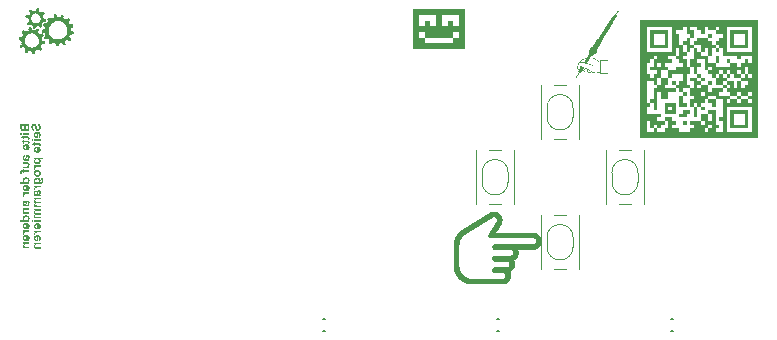
<source format=gbo>
G04*
G04 #@! TF.GenerationSoftware,Altium Limited,Altium Designer,23.3.1 (30)*
G04*
G04 Layer_Color=12040119*
%FSLAX43Y43*%
%MOMM*%
G71*
G04*
G04 #@! TF.SameCoordinates,A4EA7D40-A082-4D09-80F0-C7F5A4317295*
G04*
G04*
G04 #@! TF.FilePolarity,Positive*
G04*
G01*
G75*
%ADD11C,0.100*%
%ADD12C,0.150*%
G36*
X2291Y29305D02*
X2310Y29324D01*
X2329Y29305D01*
X2348Y29324D01*
X2405Y29268D01*
X2386Y29249D01*
X2405Y29230D01*
X2386Y29211D01*
X2405Y29192D01*
X2367Y29155D01*
X2386Y29136D01*
X2367Y29117D01*
X2405Y29079D01*
X2386Y29060D01*
X2499Y28947D01*
X2518Y28966D01*
X2536Y28947D01*
X2555Y28966D01*
X2574Y28947D01*
X2593Y28966D01*
X2612Y28947D01*
X2631Y28966D01*
X2649Y28947D01*
X2725Y29023D01*
X2744Y29004D01*
X2763Y29023D01*
X2781Y29004D01*
X2800Y29023D01*
X2857Y28966D01*
X2838Y28947D01*
X2894Y28891D01*
X2876Y28872D01*
X2894Y28853D01*
X2744Y28702D01*
X2763Y28683D01*
X2725Y28646D01*
X2744Y28627D01*
X2725Y28608D01*
X2744Y28589D01*
X2725Y28570D01*
X2781Y28514D01*
X2763Y28495D01*
X2800Y28457D01*
X2819Y28476D01*
X2876Y28420D01*
X2894Y28438D01*
X2932Y28401D01*
X2951Y28420D01*
X3008Y28363D01*
X2989Y28344D01*
X3008Y28325D01*
X2989Y28307D01*
X3008Y28288D01*
X2970Y28250D01*
X2989Y28231D01*
X2913Y28156D01*
X2876Y28193D01*
X2857Y28175D01*
X2838Y28193D01*
X2819Y28175D01*
X2800Y28193D01*
X2781Y28175D01*
X2763Y28193D01*
X2725Y28156D01*
X2706Y28175D01*
X2631Y28099D01*
X2649Y28080D01*
X2612Y28043D01*
X2631Y28024D01*
X2612Y28005D01*
X2631Y27986D01*
X2612Y27967D01*
X2631Y27948D01*
X2612Y27930D01*
X2668Y27873D01*
X2649Y27854D01*
X2706Y27798D01*
X2593Y27685D01*
X2574Y27704D01*
X2536Y27666D01*
X2518Y27685D01*
X2499Y27666D01*
X2461Y27704D01*
X2480Y27722D01*
X2386Y27817D01*
X2367Y27798D01*
X2329Y27835D01*
X2310Y27817D01*
X2291Y27835D01*
X2273Y27817D01*
X2254Y27835D01*
X2235Y27817D01*
X2216Y27835D01*
X2103Y27722D01*
X2122Y27704D01*
X2084Y27666D01*
X2103Y27647D01*
X2065Y27609D01*
X2084Y27590D01*
X2065Y27572D01*
X2046Y27590D01*
X2009Y27553D01*
X1971Y27590D01*
X1952Y27572D01*
X1933Y27590D01*
X1915Y27572D01*
X1877Y27609D01*
X1858Y27590D01*
X1839Y27609D01*
X1858Y27628D01*
X1839Y27647D01*
X1858Y27666D01*
X1839Y27685D01*
X1858Y27704D01*
X1839Y27722D01*
X1858Y27741D01*
X1839Y27760D01*
X1858Y27779D01*
X1839Y27798D01*
X1858Y27817D01*
X1802Y27873D01*
X1820Y27892D01*
X1783Y27930D01*
X1764Y27911D01*
X1726Y27948D01*
X1707Y27930D01*
X1670Y27967D01*
X1632Y27930D01*
X1613Y27948D01*
X1594Y27930D01*
X1575Y27948D01*
X1500Y27873D01*
X1481Y27892D01*
X1462Y27873D01*
X1349Y27986D01*
X1368Y28005D01*
X1330Y28043D01*
X1500Y28212D01*
X1481Y28231D01*
X1500Y28250D01*
X1481Y28269D01*
X1500Y28288D01*
X1481Y28307D01*
X1500Y28325D01*
X1481Y28344D01*
X1500Y28363D01*
X1387Y28476D01*
X1368Y28457D01*
X1330Y28495D01*
X1312Y28476D01*
X1293Y28495D01*
X1274Y28476D01*
X1236Y28514D01*
X1255Y28533D01*
X1236Y28552D01*
X1255Y28570D01*
X1236Y28589D01*
X1255Y28608D01*
X1236Y28627D01*
X1274Y28665D01*
X1255Y28683D01*
X1312Y28740D01*
X1330Y28721D01*
X1349Y28740D01*
X1387Y28702D01*
X1406Y28721D01*
X1425Y28702D01*
X1443Y28721D01*
X1462Y28702D01*
X1500Y28740D01*
X1519Y28721D01*
X1613Y28815D01*
X1594Y28834D01*
X1632Y28872D01*
X1613Y28891D01*
X1632Y28910D01*
X1613Y28928D01*
X1632Y28947D01*
X1575Y29004D01*
X1594Y29023D01*
X1538Y29079D01*
X1557Y29098D01*
X1538Y29117D01*
X1613Y29192D01*
X1632Y29173D01*
X1688Y29230D01*
X1707Y29211D01*
X1726Y29230D01*
X1877Y29079D01*
X1896Y29098D01*
X1933Y29060D01*
X1952Y29079D01*
X1971Y29060D01*
X1990Y29079D01*
X2009Y29060D01*
X2141Y29192D01*
X2122Y29211D01*
X2160Y29249D01*
X2141Y29268D01*
X2216Y29343D01*
X2235Y29324D01*
X2254Y29343D01*
X2291Y29305D01*
D02*
G37*
G36*
X51415Y29095D02*
X51420D01*
Y29090D01*
X51430D01*
Y29085D01*
X51435D01*
Y29080D01*
X51445D01*
Y29075D01*
X51455D01*
Y29070D01*
X51460D01*
Y29065D01*
X51470D01*
Y29055D01*
X51465D01*
Y29050D01*
X51460D01*
Y29040D01*
X51455D01*
Y29030D01*
X51450D01*
Y29025D01*
X51445D01*
Y29015D01*
X51440D01*
Y29010D01*
X51435D01*
Y29000D01*
X51430D01*
Y28995D01*
X51425D01*
Y28985D01*
X51420D01*
Y28975D01*
X51415D01*
Y28970D01*
X51410D01*
Y28960D01*
X51405D01*
Y28955D01*
X51400D01*
Y28945D01*
X51395D01*
Y28935D01*
X51390D01*
Y28930D01*
X51385D01*
Y28920D01*
X51380D01*
Y28915D01*
X51375D01*
Y28905D01*
X51370D01*
Y28900D01*
X51365D01*
Y28890D01*
X51360D01*
Y28880D01*
X51355D01*
Y28875D01*
X51350D01*
Y28865D01*
X51345D01*
Y28860D01*
X51340D01*
Y28850D01*
X51335D01*
Y28845D01*
X51330D01*
Y28835D01*
X51325D01*
Y28825D01*
X51320D01*
Y28820D01*
X51315D01*
Y28810D01*
X51310D01*
Y28805D01*
X51305D01*
Y28795D01*
X51300D01*
Y28785D01*
X51295D01*
Y28780D01*
X51290D01*
Y28785D01*
X51285D01*
Y28790D01*
X51275D01*
Y28795D01*
X51265D01*
Y28800D01*
X51260D01*
Y28805D01*
X51250D01*
Y28810D01*
X51245D01*
Y28815D01*
X51235D01*
Y28820D01*
X51230D01*
Y28830D01*
X51235D01*
Y28835D01*
X51240D01*
Y28845D01*
X51245D01*
Y28850D01*
X51250D01*
Y28860D01*
X51255D01*
Y28870D01*
X51260D01*
Y28875D01*
X51265D01*
Y28885D01*
X51270D01*
Y28890D01*
X51275D01*
Y28900D01*
X51280D01*
Y28905D01*
X51285D01*
Y28915D01*
X51290D01*
Y28925D01*
X51295D01*
Y28930D01*
X51300D01*
Y28940D01*
X51305D01*
Y28945D01*
X51310D01*
Y28955D01*
X51315D01*
Y28965D01*
X51320D01*
Y28970D01*
X51325D01*
Y28980D01*
X51330D01*
Y28985D01*
X51335D01*
Y28995D01*
X51340D01*
Y29000D01*
X51345D01*
Y29010D01*
X51350D01*
Y29020D01*
X51355D01*
Y29025D01*
X51360D01*
Y29035D01*
X51365D01*
Y29040D01*
X51370D01*
Y29050D01*
X51375D01*
Y29060D01*
X51380D01*
Y29065D01*
X51385D01*
Y29075D01*
X51390D01*
Y29080D01*
X51395D01*
Y29090D01*
X51400D01*
Y29095D01*
X51405D01*
Y29100D01*
X51415D01*
Y29095D01*
D02*
G37*
G36*
X3893Y28721D02*
X3874Y28702D01*
X3912Y28665D01*
X3893Y28646D01*
X3987Y28552D01*
X4006Y28570D01*
X4044Y28533D01*
X4063Y28552D01*
X4082Y28533D01*
X4119Y28570D01*
X4138Y28552D01*
X4270Y28683D01*
X4251Y28702D01*
X4308Y28759D01*
X4327Y28740D01*
X4345Y28759D01*
X4364Y28740D01*
X4383Y28759D01*
X4421Y28721D01*
X4440Y28740D01*
X4496Y28683D01*
X4477Y28665D01*
X4496Y28646D01*
X4477Y28627D01*
X4496Y28608D01*
X4459Y28570D01*
X4477Y28552D01*
X4459Y28533D01*
X4496Y28495D01*
X4477Y28476D01*
X4590Y28363D01*
X4609Y28382D01*
X4628Y28363D01*
X4647Y28382D01*
X4666Y28363D01*
X4685Y28382D01*
X4704Y28363D01*
X4741Y28401D01*
X4760Y28382D01*
X4854Y28476D01*
X4892Y28438D01*
X4911Y28457D01*
X5005Y28363D01*
X4986Y28344D01*
X5005Y28325D01*
X4986Y28307D01*
X5005Y28288D01*
X4911Y28193D01*
X4930Y28175D01*
X4892Y28137D01*
X4911Y28118D01*
X4892Y28099D01*
X4930Y28062D01*
X4911Y28043D01*
X5024Y27930D01*
X5043Y27948D01*
X5062Y27930D01*
X5080Y27948D01*
X5099Y27930D01*
X5118Y27948D01*
X5137Y27930D01*
X5156Y27948D01*
X5175Y27930D01*
X5193Y27948D01*
X5212Y27930D01*
X5231Y27948D01*
X5288Y27892D01*
X5269Y27873D01*
X5307Y27835D01*
X5288Y27817D01*
X5307Y27798D01*
X5288Y27779D01*
X5307Y27760D01*
X5250Y27704D01*
X5231Y27722D01*
X5175Y27666D01*
X5156Y27685D01*
X5118Y27647D01*
X5137Y27628D01*
X5080Y27572D01*
X5099Y27553D01*
X5080Y27534D01*
X5099Y27515D01*
X5080Y27496D01*
X5118Y27459D01*
X5099Y27440D01*
X5156Y27383D01*
X5175Y27364D01*
X5193Y27345D01*
X5212Y27364D01*
X5250Y27327D01*
X5269Y27345D01*
X5344Y27270D01*
X5325Y27251D01*
X5344Y27232D01*
X5307Y27195D01*
X5325Y27176D01*
X5307Y27157D01*
X5325Y27138D01*
X5288Y27101D01*
X5269Y27119D01*
X5250Y27101D01*
X5231Y27119D01*
X5212Y27101D01*
X5193Y27119D01*
X5175Y27101D01*
X5156Y27119D01*
X5118Y27082D01*
X5099Y27101D01*
X4986Y26987D01*
X5005Y26969D01*
X4967Y26931D01*
X4986Y26912D01*
X4967Y26893D01*
X5005Y26856D01*
X4986Y26837D01*
X5118Y26705D01*
X5080Y26667D01*
X5099Y26648D01*
X4986Y26535D01*
X4948Y26573D01*
X4930Y26554D01*
X4873Y26611D01*
X4854Y26592D01*
X4817Y26629D01*
X4798Y26611D01*
X4779Y26629D01*
X4760Y26611D01*
X4741Y26629D01*
X4704Y26592D01*
X4685Y26611D01*
X4609Y26535D01*
X4628Y26516D01*
X4590Y26479D01*
X4609Y26460D01*
X4590Y26441D01*
X4609Y26422D01*
X4590Y26403D01*
X4628Y26366D01*
X4609Y26347D01*
X4647Y26309D01*
X4628Y26290D01*
X4647Y26271D01*
X4609Y26234D01*
X4590Y26253D01*
X4534Y26196D01*
X4515Y26215D01*
X4477Y26177D01*
X4289Y26366D01*
X4270Y26347D01*
X4232Y26384D01*
X4214Y26366D01*
X4195Y26384D01*
X4157Y26347D01*
X4138Y26366D01*
X4044Y26271D01*
X4063Y26253D01*
X4025Y26215D01*
X4044Y26196D01*
X4025Y26177D01*
X4044Y26158D01*
X3969Y26083D01*
X3950Y26102D01*
X3931Y26083D01*
X3912Y26102D01*
X3893Y26083D01*
X3856Y26121D01*
X3837Y26102D01*
X3799Y26139D01*
X3818Y26158D01*
X3780Y26196D01*
X3799Y26215D01*
X3780Y26234D01*
X3799Y26253D01*
X3780Y26271D01*
X3799Y26290D01*
X3686Y26403D01*
X3667Y26384D01*
X3629Y26422D01*
X3611Y26403D01*
X3592Y26422D01*
X3554Y26384D01*
X3535Y26403D01*
X3384Y26253D01*
X3366Y26271D01*
X3347Y26253D01*
X3290Y26309D01*
X3271Y26290D01*
X3215Y26347D01*
X3234Y26366D01*
X3215Y26384D01*
X3253Y26422D01*
X3234Y26441D01*
X3271Y26479D01*
X3253Y26497D01*
X3271Y26516D01*
X3253Y26535D01*
X3271Y26554D01*
X3253Y26573D01*
X3271Y26592D01*
X3234Y26629D01*
X3253Y26648D01*
X3196Y26705D01*
X3177Y26686D01*
X3139Y26724D01*
X3121Y26705D01*
X3083Y26742D01*
X3045Y26705D01*
X3026Y26724D01*
X2989Y26686D01*
X2970Y26705D01*
X2932Y26667D01*
X2913Y26686D01*
X2894Y26667D01*
X2838Y26724D01*
X2857Y26742D01*
X2800Y26799D01*
X2819Y26818D01*
X2800Y26837D01*
X2951Y26987D01*
X2932Y27006D01*
X2951Y27025D01*
X2932Y27044D01*
X2970Y27082D01*
X2932Y27119D01*
X2951Y27138D01*
X2838Y27251D01*
X2819Y27232D01*
X2800Y27251D01*
X2781Y27232D01*
X2744Y27270D01*
X2725Y27251D01*
X2706Y27270D01*
X2687Y27251D01*
X2631Y27308D01*
X2649Y27327D01*
X2631Y27345D01*
X2649Y27364D01*
X2631Y27383D01*
X2649Y27402D01*
X2631Y27421D01*
X2649Y27440D01*
X2631Y27459D01*
X2668Y27496D01*
X2687Y27477D01*
X2706Y27496D01*
X2725Y27477D01*
X2763Y27515D01*
X2781Y27496D01*
X2819Y27534D01*
X2838Y27515D01*
X2894Y27572D01*
X2876Y27590D01*
X2913Y27628D01*
X2894Y27647D01*
X2932Y27685D01*
X2894Y27722D01*
X2913Y27741D01*
X2763Y27892D01*
X2744Y27873D01*
X2725Y27892D01*
X2744Y27911D01*
X2725Y27930D01*
X2763Y27967D01*
X2744Y27986D01*
X2781Y28024D01*
X2763Y28043D01*
X2819Y28099D01*
X2838Y28080D01*
X2857Y28099D01*
X2894Y28062D01*
X2913Y28080D01*
X2951Y28043D01*
X2970Y28062D01*
X2989Y28043D01*
X3026Y28080D01*
X3045Y28062D01*
X3083Y28099D01*
X3102Y28080D01*
X3121Y28099D01*
X3102Y28118D01*
X3177Y28193D01*
X3158Y28212D01*
X3177Y28231D01*
X3158Y28250D01*
X3177Y28269D01*
X3139Y28307D01*
X3158Y28325D01*
X3083Y28401D01*
X3102Y28420D01*
X3083Y28438D01*
X3215Y28570D01*
X3234Y28552D01*
X3253Y28570D01*
X3384Y28438D01*
X3403Y28457D01*
X3422Y28438D01*
X3441Y28457D01*
X3479Y28420D01*
X3516Y28457D01*
X3535Y28438D01*
X3648Y28552D01*
X3629Y28570D01*
X3667Y28608D01*
X3648Y28627D01*
X3667Y28646D01*
X3629Y28683D01*
X3648Y28702D01*
X3629Y28721D01*
X3686Y28778D01*
X3705Y28759D01*
X3742Y28796D01*
X3761Y28778D01*
X3780Y28796D01*
X3799Y28778D01*
X3818Y28796D01*
X3893Y28721D01*
D02*
G37*
G36*
X51135Y28840D02*
X51150D01*
Y28835D01*
X51160D01*
Y28830D01*
X51165D01*
Y28825D01*
X51175D01*
Y28820D01*
X51185D01*
Y28815D01*
X51190D01*
Y28810D01*
X51200D01*
Y28805D01*
X51205D01*
Y28800D01*
X51215D01*
Y28795D01*
X51220D01*
Y28790D01*
X51230D01*
Y28785D01*
X51240D01*
Y28780D01*
X51245D01*
Y28775D01*
X51255D01*
Y28770D01*
X51260D01*
Y28765D01*
X51270D01*
Y28760D01*
X51280D01*
Y28755D01*
X51285D01*
Y28750D01*
X51295D01*
Y28745D01*
X51300D01*
Y28740D01*
X51310D01*
Y28735D01*
X51315D01*
Y28730D01*
X51325D01*
Y28725D01*
X51335D01*
Y28720D01*
X51340D01*
Y28715D01*
X51350D01*
Y28705D01*
X51355D01*
Y28690D01*
X51360D01*
Y28680D01*
X51365D01*
Y28665D01*
X51360D01*
Y28660D01*
X51365D01*
Y28655D01*
X51360D01*
Y28640D01*
X51355D01*
Y28635D01*
X51350D01*
Y28630D01*
X51340D01*
Y28640D01*
X51325D01*
Y28650D01*
X51320D01*
Y28655D01*
X51310D01*
Y28660D01*
X51305D01*
Y28665D01*
X51295D01*
Y28670D01*
X51275D01*
Y28665D01*
X51270D01*
Y28655D01*
X51265D01*
Y28650D01*
X51260D01*
Y28645D01*
X51265D01*
Y28640D01*
X51270D01*
Y28635D01*
X51280D01*
Y28630D01*
X51285D01*
Y28625D01*
X51295D01*
Y28620D01*
X51305D01*
Y28615D01*
X51310D01*
Y28610D01*
X51320D01*
Y28605D01*
X51325D01*
Y28600D01*
X51330D01*
Y28590D01*
X51325D01*
Y28585D01*
X51320D01*
Y28575D01*
X51315D01*
Y28570D01*
X51310D01*
Y28560D01*
X51305D01*
Y28550D01*
X51300D01*
Y28545D01*
X51295D01*
Y28540D01*
X51285D01*
Y28545D01*
X51280D01*
Y28550D01*
X51270D01*
Y28555D01*
X51265D01*
Y28560D01*
X51255D01*
Y28565D01*
X51245D01*
Y28570D01*
X51240D01*
Y28575D01*
X51230D01*
Y28580D01*
X51225D01*
Y28585D01*
X51220D01*
Y28575D01*
X51215D01*
Y28570D01*
X51210D01*
Y28560D01*
X51205D01*
Y28555D01*
X51210D01*
Y28550D01*
X51215D01*
Y28545D01*
X51225D01*
Y28540D01*
X51235D01*
Y28535D01*
X51240D01*
Y28530D01*
X51250D01*
Y28525D01*
X51255D01*
Y28520D01*
X51265D01*
Y28515D01*
X51270D01*
Y28510D01*
X51275D01*
Y28505D01*
X51270D01*
Y28495D01*
X51265D01*
Y28490D01*
X51260D01*
Y28480D01*
X51255D01*
Y28475D01*
X51250D01*
Y28465D01*
X51245D01*
Y28455D01*
X51240D01*
Y28450D01*
X51230D01*
Y28455D01*
X51225D01*
Y28460D01*
X51215D01*
Y28465D01*
X51210D01*
Y28470D01*
X51200D01*
Y28475D01*
X51195D01*
Y28480D01*
X51185D01*
Y28485D01*
X51175D01*
Y28490D01*
X51170D01*
Y28495D01*
X51165D01*
Y28490D01*
X51160D01*
Y28480D01*
X51155D01*
Y28475D01*
X51150D01*
Y28460D01*
X51155D01*
Y28455D01*
X51160D01*
Y28450D01*
X51170D01*
Y28445D01*
X51175D01*
Y28440D01*
X51185D01*
Y28435D01*
X51195D01*
Y28430D01*
X51200D01*
Y28425D01*
X51215D01*
Y28410D01*
X51210D01*
Y28400D01*
X51205D01*
Y28395D01*
X51200D01*
Y28385D01*
X51195D01*
Y28380D01*
X51190D01*
Y28370D01*
X51185D01*
Y28365D01*
X51170D01*
Y28370D01*
X51165D01*
Y28375D01*
X51155D01*
Y28380D01*
X51145D01*
Y28385D01*
X51140D01*
Y28390D01*
X51130D01*
Y28395D01*
X51125D01*
Y28400D01*
X51115D01*
Y28405D01*
X51105D01*
Y28395D01*
X51100D01*
Y28385D01*
X51095D01*
Y28380D01*
X51090D01*
Y28370D01*
X51100D01*
Y28365D01*
X51105D01*
Y28360D01*
X51115D01*
Y28355D01*
X51125D01*
Y28350D01*
X51130D01*
Y28345D01*
X51140D01*
Y28340D01*
X51145D01*
Y28335D01*
X51155D01*
Y28330D01*
X51160D01*
Y28325D01*
X51155D01*
Y28315D01*
X51150D01*
Y28305D01*
X51145D01*
Y28300D01*
X51140D01*
Y28290D01*
X51135D01*
Y28285D01*
X51130D01*
Y28275D01*
X51120D01*
Y28270D01*
X51115D01*
Y28275D01*
X51105D01*
Y28280D01*
X51100D01*
Y28285D01*
X51090D01*
Y28290D01*
X51085D01*
Y28295D01*
X51075D01*
Y28300D01*
X51070D01*
Y28305D01*
X51060D01*
Y28310D01*
X51045D01*
Y28300D01*
X51040D01*
Y28290D01*
X51035D01*
Y28280D01*
X51045D01*
Y28275D01*
X51055D01*
Y28270D01*
X51060D01*
Y28265D01*
X51070D01*
Y28260D01*
X51075D01*
Y28255D01*
X51085D01*
Y28250D01*
X51090D01*
Y28245D01*
X51100D01*
Y28240D01*
X51105D01*
Y28235D01*
X51100D01*
Y28230D01*
X51095D01*
Y28220D01*
X51090D01*
Y28210D01*
X51085D01*
Y28205D01*
X51080D01*
Y28195D01*
X51075D01*
Y28190D01*
X51070D01*
Y28180D01*
X51060D01*
Y28185D01*
X51055D01*
Y28190D01*
X51045D01*
Y28195D01*
X51035D01*
Y28200D01*
X51030D01*
Y28205D01*
X51020D01*
Y28210D01*
X51015D01*
Y28215D01*
X51005D01*
Y28220D01*
X51000D01*
Y28225D01*
X50990D01*
Y28230D01*
X50980D01*
Y28235D01*
X50975D01*
Y28240D01*
X50965D01*
Y28245D01*
X50960D01*
Y28250D01*
X50950D01*
Y28255D01*
X50940D01*
Y28260D01*
X50935D01*
Y28265D01*
X50925D01*
Y28270D01*
X50920D01*
Y28275D01*
X50910D01*
Y28280D01*
X50905D01*
Y28285D01*
X50895D01*
Y28290D01*
X50885D01*
Y28295D01*
X50880D01*
Y28300D01*
X50870D01*
Y28305D01*
X50865D01*
Y28310D01*
X50855D01*
Y28315D01*
X50845D01*
Y28320D01*
X50840D01*
Y28325D01*
X50830D01*
Y28330D01*
X50825D01*
Y28335D01*
X50815D01*
Y28340D01*
X50810D01*
Y28345D01*
X50800D01*
Y28350D01*
X50790D01*
Y28355D01*
X50785D01*
Y28370D01*
X50790D01*
Y28375D01*
X50795D01*
Y28385D01*
X50800D01*
Y28390D01*
X50805D01*
Y28400D01*
X50810D01*
Y28405D01*
X50815D01*
Y28415D01*
X50820D01*
Y28420D01*
X50825D01*
Y28415D01*
X50830D01*
Y28410D01*
X50840D01*
Y28405D01*
X50845D01*
Y28400D01*
X50855D01*
Y28395D01*
X50865D01*
Y28390D01*
X50870D01*
Y28385D01*
X50880D01*
Y28380D01*
X50885D01*
Y28375D01*
X50895D01*
Y28385D01*
X50900D01*
Y28390D01*
X50905D01*
Y28400D01*
X50910D01*
Y28405D01*
X50900D01*
Y28415D01*
X50890D01*
Y28420D01*
X50880D01*
Y28425D01*
X50870D01*
Y28430D01*
X50860D01*
Y28435D01*
X50855D01*
Y28440D01*
X50845D01*
Y28445D01*
X50840D01*
Y28455D01*
X50845D01*
Y28465D01*
X50850D01*
Y28470D01*
X50855D01*
Y28480D01*
X50860D01*
Y28485D01*
X50865D01*
Y28495D01*
X50870D01*
Y28500D01*
X50875D01*
Y28505D01*
X50885D01*
Y28500D01*
X50895D01*
Y28495D01*
X50900D01*
Y28490D01*
X50910D01*
Y28485D01*
X50915D01*
Y28480D01*
X50925D01*
Y28475D01*
X50935D01*
Y28470D01*
X50940D01*
Y28465D01*
X50950D01*
Y28470D01*
X50955D01*
Y28480D01*
X50960D01*
Y28485D01*
X50965D01*
Y28500D01*
X50955D01*
Y28505D01*
X50950D01*
Y28510D01*
X50940D01*
Y28515D01*
X50935D01*
Y28520D01*
X50925D01*
Y28525D01*
X50920D01*
Y28530D01*
X50910D01*
Y28535D01*
X50900D01*
Y28550D01*
X50905D01*
Y28560D01*
X50910D01*
Y28565D01*
X50915D01*
Y28575D01*
X50920D01*
Y28580D01*
X50925D01*
Y28590D01*
X50930D01*
Y28595D01*
X50935D01*
Y28600D01*
X50940D01*
Y28590D01*
X50950D01*
Y28585D01*
X50955D01*
Y28580D01*
X50965D01*
Y28575D01*
X50970D01*
Y28570D01*
X50980D01*
Y28565D01*
X50985D01*
Y28560D01*
X51005D01*
Y28555D01*
X51010D01*
Y28565D01*
X51015D01*
Y28570D01*
X51020D01*
Y28580D01*
X51025D01*
Y28585D01*
X51020D01*
Y28590D01*
X51010D01*
Y28595D01*
X51005D01*
Y28600D01*
X50995D01*
Y28605D01*
X50990D01*
Y28610D01*
X50980D01*
Y28615D01*
X50970D01*
Y28620D01*
X50965D01*
Y28625D01*
X50955D01*
Y28635D01*
X50960D01*
Y28645D01*
X50965D01*
Y28650D01*
X50970D01*
Y28660D01*
X50975D01*
Y28670D01*
X50980D01*
Y28675D01*
X50985D01*
Y28685D01*
X50990D01*
Y28690D01*
X50995D01*
Y28685D01*
X51005D01*
Y28680D01*
X51010D01*
Y28675D01*
X51020D01*
Y28670D01*
X51025D01*
Y28665D01*
X51035D01*
Y28660D01*
X51045D01*
Y28655D01*
X51050D01*
Y28650D01*
X51060D01*
Y28645D01*
X51065D01*
Y28650D01*
X51070D01*
Y28660D01*
X51075D01*
Y28665D01*
X51080D01*
Y28675D01*
X51075D01*
Y28680D01*
X51065D01*
Y28685D01*
X51055D01*
Y28690D01*
X51050D01*
Y28695D01*
X51040D01*
Y28700D01*
X51035D01*
Y28705D01*
X51025D01*
Y28710D01*
X51020D01*
Y28715D01*
X51010D01*
Y28725D01*
X51015D01*
Y28730D01*
X51020D01*
Y28740D01*
X51025D01*
Y28745D01*
X51030D01*
Y28755D01*
X51035D01*
Y28765D01*
X51040D01*
Y28770D01*
X51045D01*
Y28775D01*
X51055D01*
Y28770D01*
X51065D01*
Y28765D01*
X51075D01*
Y28760D01*
X51080D01*
Y28755D01*
X51090D01*
Y28750D01*
X51095D01*
Y28745D01*
X51105D01*
Y28740D01*
X51115D01*
Y28735D01*
X51120D01*
Y28740D01*
X51125D01*
Y28745D01*
X51130D01*
Y28755D01*
X51135D01*
Y28765D01*
X51130D01*
Y28770D01*
X51120D01*
Y28780D01*
X51115D01*
Y28785D01*
X51105D01*
Y28790D01*
X51095D01*
Y28795D01*
X51090D01*
Y28800D01*
X51070D01*
Y28805D01*
X51065D01*
Y28810D01*
X51070D01*
Y28820D01*
X51075D01*
Y28825D01*
X51080D01*
Y28830D01*
X51085D01*
Y28835D01*
X51095D01*
Y28840D01*
X51115D01*
Y28845D01*
X51135D01*
Y28840D01*
D02*
G37*
G36*
X1707Y27666D02*
X1726Y27685D01*
X1745Y27666D01*
X1726Y27647D01*
X1764Y27609D01*
X1745Y27590D01*
X1783Y27553D01*
X1764Y27534D01*
X1858Y27440D01*
X1877Y27459D01*
X1915Y27421D01*
X1933Y27440D01*
X1952Y27421D01*
X1971Y27440D01*
X1990Y27421D01*
X2028Y27459D01*
X2046Y27440D01*
X2141Y27534D01*
X2122Y27553D01*
X2178Y27609D01*
X2197Y27590D01*
X2216Y27609D01*
X2235Y27590D01*
X2254Y27609D01*
X2329Y27534D01*
X2348Y27553D01*
X2386Y27515D01*
X2367Y27496D01*
X2386Y27477D01*
X2348Y27440D01*
X2367Y27421D01*
X2329Y27383D01*
X2348Y27364D01*
X2329Y27345D01*
X2348Y27327D01*
X2329Y27308D01*
X2348Y27289D01*
X2329Y27270D01*
X2461Y27138D01*
X2480Y27157D01*
X2518Y27119D01*
X2536Y27138D01*
X2555Y27119D01*
X2574Y27138D01*
X2593Y27119D01*
X2649Y27176D01*
X2668Y27157D01*
X2687Y27176D01*
X2706Y27157D01*
X2725Y27176D01*
X2763Y27138D01*
X2744Y27119D01*
X2763Y27101D01*
X2800Y27063D01*
X2781Y27044D01*
X2819Y27006D01*
X2800Y26987D01*
X2819Y26969D01*
X2781Y26931D01*
X2763Y26950D01*
X2649Y26837D01*
X2668Y26818D01*
X2631Y26780D01*
X2649Y26761D01*
X2631Y26742D01*
X2649Y26724D01*
X2631Y26705D01*
X2668Y26667D01*
X2649Y26648D01*
X2744Y26554D01*
X2763Y26573D01*
X2800Y26535D01*
X2819Y26554D01*
X2857Y26516D01*
X2876Y26535D01*
X2894Y26516D01*
X2876Y26497D01*
X2913Y26460D01*
X2876Y26422D01*
X2894Y26403D01*
X2876Y26384D01*
X2894Y26366D01*
X2857Y26328D01*
X2876Y26309D01*
X2838Y26271D01*
X2819Y26290D01*
X2800Y26271D01*
X2781Y26290D01*
X2763Y26271D01*
X2725Y26309D01*
X2687Y26271D01*
X2668Y26290D01*
X2536Y26158D01*
X2555Y26139D01*
X2518Y26102D01*
X2555Y26064D01*
X2536Y26045D01*
X2555Y26026D01*
X2536Y26008D01*
X2649Y25894D01*
X2631Y25876D01*
X2649Y25857D01*
X2499Y25706D01*
X2461Y25744D01*
X2442Y25725D01*
X2348Y25819D01*
X2329Y25800D01*
X2291Y25838D01*
X2273Y25819D01*
X2254Y25838D01*
X2216Y25800D01*
X2197Y25819D01*
X2065Y25687D01*
X2084Y25668D01*
X2065Y25649D01*
X2084Y25631D01*
X2065Y25612D01*
X2084Y25593D01*
X2065Y25574D01*
X2084Y25555D01*
X2065Y25536D01*
X2084Y25518D01*
X2046Y25480D01*
X2028Y25499D01*
X1990Y25461D01*
X1971Y25480D01*
X1952Y25461D01*
X1933Y25480D01*
X1915Y25461D01*
X1896Y25480D01*
X1877Y25461D01*
X1802Y25536D01*
X1820Y25555D01*
X1802Y25574D01*
X1820Y25593D01*
X1688Y25725D01*
X1670Y25706D01*
X1651Y25725D01*
X1632Y25706D01*
X1613Y25725D01*
X1594Y25706D01*
X1575Y25725D01*
X1538Y25687D01*
X1519Y25706D01*
X1406Y25593D01*
X1425Y25574D01*
X1387Y25536D01*
X1368Y25555D01*
X1349Y25536D01*
X1312Y25574D01*
X1293Y25555D01*
X1236Y25612D01*
X1217Y25593D01*
X1180Y25631D01*
X1198Y25649D01*
X1180Y25668D01*
X1217Y25706D01*
X1198Y25725D01*
X1236Y25763D01*
X1217Y25781D01*
X1236Y25800D01*
X1217Y25819D01*
X1236Y25838D01*
X1217Y25857D01*
X1236Y25876D01*
X1180Y25932D01*
X1198Y25951D01*
X1161Y25989D01*
X1142Y25970D01*
X1085Y26026D01*
X1067Y26008D01*
X1048Y26026D01*
X1029Y26008D01*
X1010Y26026D01*
X991Y26008D01*
X972Y26026D01*
X935Y25989D01*
X916Y26008D01*
X878Y25970D01*
X859Y25989D01*
X840Y25970D01*
X803Y26008D01*
X822Y26026D01*
X765Y26083D01*
X784Y26102D01*
X746Y26139D01*
X765Y26158D01*
X746Y26177D01*
X803Y26234D01*
X822Y26215D01*
X916Y26309D01*
X897Y26328D01*
X935Y26366D01*
X916Y26384D01*
X935Y26403D01*
X916Y26422D01*
X935Y26441D01*
X916Y26460D01*
X935Y26479D01*
X803Y26611D01*
X784Y26592D01*
X746Y26629D01*
X727Y26611D01*
X652Y26686D01*
X690Y26724D01*
X671Y26742D01*
X690Y26761D01*
X671Y26780D01*
X709Y26818D01*
X690Y26837D01*
X727Y26874D01*
X746Y26856D01*
X765Y26874D01*
X784Y26856D01*
X803Y26874D01*
X822Y26856D01*
X840Y26874D01*
X859Y26856D01*
X878Y26874D01*
X897Y26856D01*
X1029Y26987D01*
X1010Y27006D01*
X1048Y27044D01*
X1029Y27063D01*
X1048Y27082D01*
X1010Y27119D01*
X1029Y27138D01*
X935Y27232D01*
X954Y27251D01*
X916Y27289D01*
X1067Y27440D01*
X1085Y27421D01*
X1104Y27440D01*
X1217Y27327D01*
X1236Y27345D01*
X1255Y27327D01*
X1274Y27345D01*
X1293Y27327D01*
X1312Y27345D01*
X1330Y27327D01*
X1349Y27345D01*
X1368Y27327D01*
X1500Y27459D01*
X1481Y27477D01*
X1500Y27496D01*
X1481Y27515D01*
X1500Y27534D01*
X1481Y27553D01*
X1500Y27572D01*
X1481Y27590D01*
X1500Y27609D01*
X1481Y27628D01*
X1538Y27685D01*
X1557Y27666D01*
X1575Y27685D01*
X1594Y27666D01*
X1613Y27685D01*
X1632Y27666D01*
X1670Y27704D01*
X1707Y27666D01*
D02*
G37*
G36*
X38433Y25833D02*
X34059D01*
Y29245D01*
X38433D01*
Y25833D01*
D02*
G37*
G36*
X50780Y28335D02*
X50790D01*
Y28330D01*
X50800D01*
Y28325D01*
X50805D01*
Y28320D01*
X50815D01*
Y28315D01*
X50820D01*
Y28310D01*
X50830D01*
Y28305D01*
X50835D01*
Y28300D01*
X50845D01*
Y28295D01*
X50855D01*
Y28290D01*
X50860D01*
Y28285D01*
X50870D01*
Y28280D01*
X50875D01*
Y28275D01*
X50885D01*
Y28270D01*
X50890D01*
Y28265D01*
X50900D01*
Y28260D01*
X50910D01*
Y28255D01*
X50915D01*
Y28250D01*
X50925D01*
Y28245D01*
X50930D01*
Y28240D01*
X50940D01*
Y28235D01*
X50950D01*
Y28230D01*
X50955D01*
Y28225D01*
X50965D01*
Y28220D01*
X50970D01*
Y28215D01*
X50980D01*
Y28210D01*
X50985D01*
Y28205D01*
X50995D01*
Y28200D01*
X51005D01*
Y28195D01*
X51010D01*
Y28190D01*
X51020D01*
Y28185D01*
X51025D01*
Y28180D01*
X51035D01*
Y28175D01*
X51045D01*
Y28170D01*
X51050D01*
Y28165D01*
X51055D01*
Y28155D01*
X51050D01*
Y28150D01*
X51045D01*
Y28140D01*
X51040D01*
Y28135D01*
X51035D01*
Y28125D01*
X51030D01*
Y28115D01*
X51025D01*
Y28110D01*
X51020D01*
Y28100D01*
X51015D01*
Y28095D01*
X51010D01*
Y28085D01*
X51005D01*
Y28080D01*
X51000D01*
Y28070D01*
X50995D01*
Y28060D01*
X50990D01*
Y28055D01*
X50985D01*
Y28045D01*
X50980D01*
Y28040D01*
X50975D01*
Y28030D01*
X50970D01*
Y28020D01*
X50965D01*
Y28015D01*
X50960D01*
Y28005D01*
X50955D01*
Y28000D01*
X50950D01*
Y27990D01*
X50945D01*
Y27985D01*
X50940D01*
Y27975D01*
X50935D01*
Y27965D01*
X50930D01*
Y27960D01*
X50925D01*
Y27950D01*
X50920D01*
Y27945D01*
X50915D01*
Y27935D01*
X50910D01*
Y27925D01*
X50905D01*
Y27920D01*
X50900D01*
Y27910D01*
X50895D01*
Y27905D01*
X50890D01*
Y27895D01*
X50885D01*
Y27890D01*
X50880D01*
Y27880D01*
X50875D01*
Y27870D01*
X50870D01*
Y27865D01*
X50865D01*
Y27855D01*
X50860D01*
Y27850D01*
X50855D01*
Y27840D01*
X50850D01*
Y27830D01*
X50845D01*
Y27825D01*
X50840D01*
Y27815D01*
X50835D01*
Y27810D01*
X50830D01*
Y27800D01*
X50825D01*
Y27795D01*
X50820D01*
Y27785D01*
X50815D01*
Y27775D01*
X50810D01*
Y27770D01*
X50805D01*
Y27760D01*
X50800D01*
Y27755D01*
X50795D01*
Y27745D01*
X50790D01*
Y27740D01*
X50785D01*
Y27730D01*
X50780D01*
Y27720D01*
X50775D01*
Y27715D01*
X50770D01*
Y27705D01*
X50765D01*
Y27700D01*
X50760D01*
Y27690D01*
X50755D01*
Y27680D01*
X50750D01*
Y27675D01*
X50745D01*
Y27665D01*
X50740D01*
Y27660D01*
X50735D01*
Y27650D01*
X50730D01*
Y27645D01*
X50725D01*
Y27635D01*
X50720D01*
Y27625D01*
X50715D01*
Y27620D01*
X50710D01*
Y27610D01*
X50705D01*
Y27605D01*
X50700D01*
Y27595D01*
X50695D01*
Y27585D01*
X50690D01*
Y27580D01*
X50685D01*
Y27570D01*
X50680D01*
Y27565D01*
X50675D01*
Y27555D01*
X50670D01*
Y27550D01*
X50665D01*
Y27540D01*
X50660D01*
Y27530D01*
X50655D01*
Y27525D01*
X50650D01*
Y27515D01*
X50645D01*
Y27510D01*
X50640D01*
Y27500D01*
X50635D01*
Y27490D01*
X50630D01*
Y27485D01*
X50625D01*
Y27475D01*
X50620D01*
Y27470D01*
X50615D01*
Y27460D01*
X50610D01*
Y27455D01*
X50605D01*
Y27445D01*
X50600D01*
Y27435D01*
X50595D01*
Y27430D01*
X50590D01*
Y27420D01*
X50585D01*
Y27415D01*
X50580D01*
Y27405D01*
X50575D01*
Y27400D01*
X50570D01*
Y27390D01*
X50565D01*
Y27380D01*
X50560D01*
Y27375D01*
X50555D01*
Y27365D01*
X50550D01*
Y27360D01*
X50545D01*
Y27350D01*
X50540D01*
Y27340D01*
X50535D01*
Y27335D01*
X50530D01*
Y27325D01*
X50525D01*
Y27320D01*
X50520D01*
Y27310D01*
X50515D01*
Y27305D01*
X50510D01*
Y27295D01*
X50505D01*
Y27285D01*
X50500D01*
Y27280D01*
X50495D01*
Y27270D01*
X50490D01*
Y27265D01*
X50485D01*
Y27255D01*
X50480D01*
Y27245D01*
X50475D01*
Y27240D01*
X50470D01*
Y27230D01*
X50465D01*
Y27225D01*
X50460D01*
Y27215D01*
X50455D01*
Y27210D01*
X50450D01*
Y27200D01*
X50445D01*
Y27190D01*
X50440D01*
Y27185D01*
X50435D01*
Y27175D01*
X50430D01*
Y27170D01*
X50425D01*
Y27160D01*
X50420D01*
Y27150D01*
X50415D01*
Y27145D01*
X50410D01*
Y27135D01*
X50405D01*
Y27130D01*
X50400D01*
Y27120D01*
X50395D01*
Y27115D01*
X50390D01*
Y27105D01*
X50385D01*
Y27095D01*
X50380D01*
Y27090D01*
X50375D01*
Y27080D01*
X50370D01*
Y27075D01*
X50365D01*
Y27065D01*
X50360D01*
Y27060D01*
X50355D01*
Y27050D01*
X50350D01*
Y27040D01*
X50345D01*
Y27035D01*
X50340D01*
Y27025D01*
X50335D01*
Y27020D01*
X50330D01*
Y27010D01*
X50325D01*
Y27000D01*
X50320D01*
Y26995D01*
X50315D01*
Y26985D01*
X50310D01*
Y26980D01*
X50305D01*
Y26970D01*
X50300D01*
Y26965D01*
X50295D01*
Y26955D01*
X50290D01*
Y26945D01*
X50285D01*
Y26940D01*
X50280D01*
Y26930D01*
X50275D01*
Y26925D01*
X50270D01*
Y26915D01*
X50265D01*
Y26905D01*
X50260D01*
Y26900D01*
X50255D01*
Y26890D01*
X50250D01*
Y26885D01*
X50245D01*
Y26875D01*
X50240D01*
Y26870D01*
X50235D01*
Y26860D01*
X50230D01*
Y26850D01*
X50225D01*
Y26845D01*
X50220D01*
Y26835D01*
X50215D01*
Y26830D01*
X50210D01*
Y26820D01*
X50205D01*
Y26810D01*
X50200D01*
Y26805D01*
X50195D01*
Y26795D01*
X50190D01*
Y26790D01*
X50185D01*
Y26780D01*
X50180D01*
Y26775D01*
X50175D01*
Y26765D01*
X50170D01*
Y26755D01*
X50165D01*
Y26750D01*
X50160D01*
Y26740D01*
X50155D01*
Y26735D01*
X50150D01*
Y26725D01*
X50145D01*
Y26720D01*
X50140D01*
Y26710D01*
X50135D01*
Y26700D01*
X50130D01*
Y26695D01*
X50125D01*
Y26685D01*
X50120D01*
Y26680D01*
X50115D01*
Y26670D01*
X50110D01*
Y26660D01*
X50105D01*
Y26655D01*
X50100D01*
Y26645D01*
X50095D01*
Y26640D01*
X50090D01*
Y26630D01*
X50085D01*
Y26625D01*
X50080D01*
Y26615D01*
X50075D01*
Y26605D01*
X50070D01*
Y26600D01*
X50065D01*
Y26590D01*
X50060D01*
Y26585D01*
X50055D01*
Y26575D01*
X50050D01*
Y26565D01*
X50045D01*
Y26560D01*
X50040D01*
Y26550D01*
X50035D01*
Y26545D01*
X50030D01*
Y26540D01*
X50035D01*
Y26520D01*
X50040D01*
Y26495D01*
X50045D01*
Y26470D01*
X50050D01*
Y26465D01*
X50045D01*
Y26455D01*
X50040D01*
Y26450D01*
X50035D01*
Y26440D01*
X50030D01*
Y26435D01*
X50025D01*
Y26425D01*
X50020D01*
Y26415D01*
X50015D01*
Y26410D01*
X50010D01*
Y26400D01*
X50005D01*
Y26395D01*
X50000D01*
Y26385D01*
X49995D01*
Y26375D01*
X49990D01*
Y26370D01*
X49985D01*
Y26360D01*
X49980D01*
Y26355D01*
X49975D01*
Y26345D01*
X49970D01*
Y26340D01*
X49965D01*
Y26330D01*
X49960D01*
Y26320D01*
X49955D01*
Y26315D01*
X49950D01*
Y26305D01*
X49945D01*
Y26300D01*
X49940D01*
Y26290D01*
X49935D01*
Y26285D01*
X49930D01*
Y26275D01*
X49925D01*
Y26265D01*
X49920D01*
Y26260D01*
X49915D01*
Y26250D01*
X49910D01*
Y26245D01*
X49905D01*
Y26235D01*
X49900D01*
Y26225D01*
X49895D01*
Y26220D01*
X49890D01*
Y26210D01*
X49885D01*
Y26205D01*
X49880D01*
Y26195D01*
X49875D01*
Y26190D01*
X49870D01*
Y26180D01*
X49865D01*
Y26170D01*
X49860D01*
Y26165D01*
X49855D01*
Y26155D01*
X49850D01*
Y26150D01*
X49845D01*
Y26140D01*
X49840D01*
Y26130D01*
X49835D01*
Y26125D01*
X49830D01*
Y26115D01*
X49825D01*
Y26110D01*
X49820D01*
Y26100D01*
X49815D01*
Y26095D01*
X49810D01*
Y26085D01*
X49805D01*
Y26075D01*
X49800D01*
Y26070D01*
X49795D01*
Y26060D01*
X49790D01*
Y26055D01*
X49785D01*
Y26045D01*
X49780D01*
Y26035D01*
X49775D01*
Y26030D01*
X49770D01*
Y26020D01*
X49765D01*
Y26015D01*
X49760D01*
Y26005D01*
X49755D01*
Y26000D01*
X49750D01*
Y25990D01*
X49745D01*
Y25980D01*
X49740D01*
Y25975D01*
X49735D01*
Y25965D01*
X49730D01*
Y25960D01*
X49725D01*
Y25950D01*
X49720D01*
Y25945D01*
X49715D01*
Y25935D01*
X49710D01*
Y25925D01*
X49705D01*
Y25920D01*
X49700D01*
Y25910D01*
X49695D01*
Y25905D01*
X49690D01*
Y25895D01*
X49685D01*
Y25885D01*
X49680D01*
Y25880D01*
X49675D01*
Y25870D01*
X49670D01*
Y25865D01*
X49665D01*
Y25855D01*
X49660D01*
Y25850D01*
X49655D01*
Y25840D01*
X49650D01*
Y25830D01*
X49645D01*
Y25825D01*
X49640D01*
Y25815D01*
X49635D01*
Y25810D01*
X49630D01*
Y25800D01*
X49625D01*
Y25790D01*
X49620D01*
Y25785D01*
X49615D01*
Y25775D01*
X49610D01*
Y25765D01*
X49615D01*
Y25745D01*
X49620D01*
Y25720D01*
X49625D01*
Y25700D01*
X49630D01*
Y25675D01*
X49635D01*
Y25655D01*
X49640D01*
Y25630D01*
X49645D01*
Y25610D01*
X49650D01*
Y25590D01*
X49655D01*
Y25585D01*
X49650D01*
Y25580D01*
X49645D01*
Y25570D01*
X49640D01*
Y25565D01*
X49635D01*
Y25555D01*
X49630D01*
Y25550D01*
X49625D01*
Y25540D01*
X49620D01*
Y25530D01*
X49615D01*
Y25525D01*
X49610D01*
Y25515D01*
X49605D01*
Y25510D01*
X49590D01*
Y25505D01*
X49570D01*
Y25500D01*
X49550D01*
Y25495D01*
X49520D01*
Y25490D01*
X49510D01*
Y25480D01*
X49505D01*
Y25470D01*
X49500D01*
Y25465D01*
X49495D01*
Y25455D01*
X49490D01*
Y25450D01*
X49485D01*
Y25440D01*
X49480D01*
Y25430D01*
X49475D01*
Y25425D01*
X49470D01*
Y25415D01*
X49465D01*
Y25410D01*
X49460D01*
Y25400D01*
X49455D01*
Y25395D01*
X49415D01*
Y25390D01*
X49400D01*
Y25385D01*
X49390D01*
Y25380D01*
X49380D01*
Y25385D01*
X49375D01*
Y25380D01*
X49365D01*
Y25375D01*
X49345D01*
Y25370D01*
X49335D01*
Y25360D01*
X49330D01*
Y25355D01*
X49325D01*
Y25345D01*
X49320D01*
Y25340D01*
X49315D01*
Y25330D01*
X49310D01*
Y25320D01*
X49305D01*
Y25315D01*
X49300D01*
Y25305D01*
X49295D01*
Y25300D01*
X49290D01*
Y25290D01*
X49285D01*
Y25285D01*
X49280D01*
Y25275D01*
X49255D01*
Y25270D01*
X49230D01*
Y25265D01*
X49210D01*
Y25260D01*
X49190D01*
Y25255D01*
X49170D01*
Y25250D01*
X49150D01*
Y25245D01*
X49145D01*
Y25240D01*
X49140D01*
Y25230D01*
X49135D01*
Y25225D01*
X49130D01*
Y25215D01*
X49125D01*
Y25205D01*
X49120D01*
Y25200D01*
X49115D01*
Y25190D01*
X49110D01*
Y25185D01*
X49105D01*
Y25175D01*
X49100D01*
Y25170D01*
X49095D01*
Y25160D01*
X49090D01*
Y25150D01*
X49085D01*
Y25145D01*
X49080D01*
Y25135D01*
X49075D01*
Y25130D01*
X49160D01*
Y25125D01*
X49165D01*
Y25130D01*
X49170D01*
Y25125D01*
X49210D01*
Y25120D01*
X49225D01*
Y25115D01*
X49255D01*
Y25110D01*
X49275D01*
Y25105D01*
X49300D01*
Y25100D01*
X49315D01*
Y25095D01*
X49325D01*
Y25090D01*
X49345D01*
Y25085D01*
X49355D01*
Y25080D01*
X49365D01*
Y25075D01*
X49375D01*
Y25070D01*
X49385D01*
Y25065D01*
X49400D01*
Y25060D01*
X49410D01*
Y25055D01*
X49420D01*
Y25050D01*
X49430D01*
Y25045D01*
X49435D01*
Y25040D01*
X49450D01*
Y25035D01*
X49455D01*
Y25030D01*
X49465D01*
Y25025D01*
X49475D01*
Y25020D01*
X49485D01*
Y25015D01*
X49490D01*
Y25010D01*
X49500D01*
Y25005D01*
X49510D01*
Y25000D01*
X49520D01*
Y24995D01*
X49525D01*
Y24990D01*
X49535D01*
Y24985D01*
X49545D01*
Y24980D01*
X49550D01*
Y24975D01*
X49560D01*
Y24970D01*
X49570D01*
Y24965D01*
X49575D01*
Y24960D01*
X49585D01*
Y24955D01*
X49595D01*
Y24950D01*
X49600D01*
Y24945D01*
X49610D01*
Y24940D01*
X49620D01*
Y24935D01*
X49625D01*
Y24930D01*
X49630D01*
Y24925D01*
X49640D01*
Y24920D01*
X49650D01*
Y24915D01*
X49655D01*
Y24910D01*
X49665D01*
Y24905D01*
X49670D01*
Y24900D01*
X49680D01*
Y24895D01*
X49685D01*
Y24890D01*
X49695D01*
Y24885D01*
X49700D01*
Y24880D01*
X49710D01*
Y24875D01*
X49715D01*
Y24870D01*
X49725D01*
Y24865D01*
X49730D01*
Y24860D01*
X49740D01*
Y24855D01*
X49745D01*
Y24850D01*
X49750D01*
Y24845D01*
X49760D01*
Y24840D01*
X49770D01*
Y24835D01*
X49775D01*
Y24830D01*
X49785D01*
Y24825D01*
X49790D01*
Y24820D01*
X49795D01*
Y24815D01*
X49805D01*
Y24810D01*
X49810D01*
Y24805D01*
X49820D01*
Y24800D01*
X49825D01*
Y24795D01*
X49830D01*
Y24790D01*
X49840D01*
Y24785D01*
X49845D01*
Y24780D01*
X49850D01*
Y24775D01*
X49860D01*
Y24770D01*
X49870D01*
Y24810D01*
X49875D01*
Y24830D01*
X49880D01*
Y24840D01*
X49885D01*
Y24850D01*
X49890D01*
Y24860D01*
X49900D01*
Y24870D01*
X49910D01*
Y24875D01*
X49920D01*
Y24880D01*
X49925D01*
Y24885D01*
X49935D01*
Y24890D01*
X50515D01*
Y24885D01*
X50530D01*
Y24880D01*
X50540D01*
Y24875D01*
X50545D01*
Y24870D01*
X50555D01*
Y24865D01*
X50560D01*
Y24860D01*
X50565D01*
Y24850D01*
X50570D01*
Y24845D01*
X50575D01*
Y24830D01*
X50580D01*
Y24815D01*
X50585D01*
Y23820D01*
X50580D01*
Y23800D01*
X50575D01*
Y23790D01*
X50570D01*
Y23780D01*
X50565D01*
Y23775D01*
X50560D01*
Y23765D01*
X50555D01*
Y23760D01*
X50545D01*
Y23755D01*
X50540D01*
Y23750D01*
X50530D01*
Y23745D01*
X50515D01*
Y23740D01*
X49940D01*
Y23745D01*
X49925D01*
Y23750D01*
X49915D01*
Y23755D01*
X49910D01*
Y23760D01*
X49905D01*
Y23765D01*
X49900D01*
Y23770D01*
X49895D01*
Y23775D01*
X49890D01*
Y23780D01*
X49885D01*
Y23790D01*
X49880D01*
Y23800D01*
X49875D01*
Y23815D01*
X49870D01*
Y23850D01*
X49850D01*
Y23845D01*
X49830D01*
Y23840D01*
X49810D01*
Y23835D01*
X49790D01*
Y23830D01*
X49765D01*
Y23825D01*
X49735D01*
Y23820D01*
X49705D01*
Y23815D01*
X49655D01*
Y23810D01*
X49480D01*
Y23815D01*
X49430D01*
Y23820D01*
X49400D01*
Y23825D01*
X49375D01*
Y23830D01*
X49350D01*
Y23835D01*
X49335D01*
Y23840D01*
X49315D01*
Y23845D01*
X49295D01*
Y23850D01*
X49280D01*
Y23855D01*
X49270D01*
Y23860D01*
X49255D01*
Y23865D01*
X49240D01*
Y23870D01*
X49230D01*
Y23875D01*
X49215D01*
Y23880D01*
X49205D01*
Y23885D01*
X49195D01*
Y23890D01*
X49185D01*
Y23895D01*
X49175D01*
Y23900D01*
X49165D01*
Y23905D01*
X49160D01*
Y23910D01*
X49150D01*
Y23915D01*
X49140D01*
Y23920D01*
X49135D01*
Y23915D01*
X49130D01*
Y23905D01*
X49125D01*
Y23900D01*
X49120D01*
Y23895D01*
X49115D01*
Y23885D01*
X49110D01*
Y23880D01*
X49100D01*
Y23875D01*
X49095D01*
Y23870D01*
X49090D01*
Y23865D01*
X49085D01*
Y23860D01*
X49075D01*
Y23855D01*
X49070D01*
Y23850D01*
X49060D01*
Y23845D01*
X49045D01*
Y23840D01*
X49035D01*
Y23835D01*
X49010D01*
Y23830D01*
X48965D01*
Y23835D01*
X48935D01*
Y23840D01*
X48920D01*
Y23845D01*
X48910D01*
Y23850D01*
X48900D01*
Y23855D01*
X48890D01*
Y23860D01*
X48885D01*
Y23865D01*
X48880D01*
Y23870D01*
X48870D01*
Y23875D01*
X48865D01*
Y23880D01*
X48860D01*
Y23885D01*
X48855D01*
Y23890D01*
X48850D01*
Y23895D01*
X48845D01*
Y23900D01*
X48840D01*
Y23910D01*
X48835D01*
Y23920D01*
X48830D01*
Y23925D01*
X48825D01*
Y23930D01*
X48820D01*
Y23925D01*
X48815D01*
Y23920D01*
X48810D01*
Y23915D01*
X48800D01*
Y23910D01*
X48795D01*
Y23905D01*
X48790D01*
Y23900D01*
X48780D01*
Y23895D01*
X48770D01*
Y23890D01*
X48760D01*
Y23885D01*
X48745D01*
Y23880D01*
X48715D01*
Y23875D01*
X48675D01*
Y23880D01*
X48645D01*
Y23885D01*
X48630D01*
Y23890D01*
X48620D01*
Y23895D01*
X48610D01*
Y23900D01*
X48600D01*
Y23905D01*
X48595D01*
Y23910D01*
X48590D01*
Y23915D01*
X48580D01*
Y23920D01*
X48575D01*
Y23925D01*
X48565D01*
Y23930D01*
X48560D01*
Y23940D01*
X48555D01*
Y23945D01*
X48550D01*
Y23955D01*
X48545D01*
Y23965D01*
X48540D01*
Y23980D01*
X48535D01*
Y23995D01*
X48530D01*
Y24005D01*
X48525D01*
Y24015D01*
X48520D01*
Y24025D01*
X48515D01*
Y24030D01*
X48485D01*
Y24025D01*
X48480D01*
Y24015D01*
X48475D01*
Y24010D01*
X48470D01*
Y24005D01*
X48450D01*
Y24000D01*
X48400D01*
Y24005D01*
X48360D01*
Y24000D01*
X48355D01*
Y23990D01*
X48350D01*
Y23980D01*
X48345D01*
Y23975D01*
X48340D01*
Y23965D01*
X48335D01*
Y23960D01*
X48330D01*
Y23950D01*
X48325D01*
Y23940D01*
X48320D01*
Y23935D01*
X48315D01*
Y23925D01*
X48310D01*
Y23920D01*
X48305D01*
Y23910D01*
X48300D01*
Y23905D01*
X48295D01*
Y23895D01*
X48290D01*
Y23885D01*
X48285D01*
Y23880D01*
X48280D01*
Y23870D01*
X48275D01*
Y23865D01*
X48270D01*
Y23855D01*
X48265D01*
Y23845D01*
X48260D01*
Y23840D01*
X48255D01*
Y23830D01*
X48250D01*
Y23825D01*
X48245D01*
Y23815D01*
X48240D01*
Y23810D01*
X48235D01*
Y23800D01*
X48230D01*
Y23790D01*
X48225D01*
Y23785D01*
X48220D01*
Y23775D01*
X48215D01*
Y23780D01*
X48205D01*
Y23785D01*
X48195D01*
Y23790D01*
X48190D01*
Y23795D01*
X48180D01*
Y23800D01*
X48175D01*
Y23805D01*
X48165D01*
Y23810D01*
X48160D01*
Y23815D01*
X48150D01*
Y23805D01*
X48145D01*
Y23800D01*
X48140D01*
Y23790D01*
X48135D01*
Y23780D01*
X48130D01*
Y23775D01*
X48125D01*
Y23765D01*
X48120D01*
Y23760D01*
X48115D01*
Y23750D01*
X48110D01*
Y23745D01*
X48105D01*
Y23735D01*
X48100D01*
Y23725D01*
X48095D01*
Y23720D01*
X48090D01*
Y23710D01*
X48085D01*
Y23705D01*
X48080D01*
Y23695D01*
X48075D01*
Y23685D01*
X48070D01*
Y23680D01*
X48065D01*
Y23670D01*
X48060D01*
Y23665D01*
X48055D01*
Y23655D01*
X48050D01*
Y23650D01*
X48045D01*
Y23640D01*
X48040D01*
Y23630D01*
X48035D01*
Y23625D01*
X48030D01*
Y23615D01*
X48025D01*
Y23610D01*
X48020D01*
Y23600D01*
X48015D01*
Y23590D01*
X48010D01*
Y23585D01*
X48005D01*
Y23575D01*
X48000D01*
Y23570D01*
X47995D01*
Y23560D01*
X47990D01*
Y23555D01*
X47985D01*
Y23545D01*
X47980D01*
Y23535D01*
X47975D01*
Y23530D01*
X47970D01*
Y23520D01*
X47960D01*
Y23515D01*
X47955D01*
Y23505D01*
X47950D01*
Y23500D01*
X47945D01*
Y23490D01*
X47940D01*
Y23485D01*
X47935D01*
Y23475D01*
X47925D01*
Y23470D01*
X47920D01*
Y23460D01*
X47915D01*
Y23455D01*
X47910D01*
Y23445D01*
X47900D01*
Y23440D01*
X47895D01*
Y23430D01*
X47885D01*
Y23425D01*
X47880D01*
Y23415D01*
X47870D01*
Y23410D01*
X47865D01*
Y23400D01*
X47855D01*
Y23395D01*
X47850D01*
Y23390D01*
X47840D01*
Y23385D01*
X47835D01*
Y23390D01*
X47830D01*
Y23395D01*
X47835D01*
Y23415D01*
X47840D01*
Y23430D01*
X47845D01*
Y23435D01*
X47850D01*
Y23440D01*
X47845D01*
Y23445D01*
X47850D01*
Y23455D01*
X47855D01*
Y23470D01*
X47860D01*
Y23480D01*
X47865D01*
Y23490D01*
X47870D01*
Y23495D01*
X47865D01*
Y23500D01*
X47870D01*
Y23505D01*
X47875D01*
Y23515D01*
X47880D01*
Y23520D01*
X47885D01*
Y23530D01*
X47890D01*
Y23535D01*
X47885D01*
Y23540D01*
X47890D01*
Y23545D01*
X47895D01*
Y23555D01*
X47900D01*
Y23560D01*
X47905D01*
Y23570D01*
X47910D01*
Y23580D01*
X47915D01*
Y23585D01*
X47920D01*
Y23595D01*
X47925D01*
Y23600D01*
X47930D01*
Y23610D01*
X47935D01*
Y23620D01*
X47940D01*
Y23625D01*
X47945D01*
Y23635D01*
X47950D01*
Y23640D01*
X47955D01*
Y23650D01*
X47960D01*
Y23655D01*
X47965D01*
Y23665D01*
X47970D01*
Y23675D01*
X47975D01*
Y23680D01*
X47980D01*
Y23690D01*
X47985D01*
Y23695D01*
X47990D01*
Y23705D01*
X47995D01*
Y23715D01*
X48000D01*
Y23720D01*
X48005D01*
Y23730D01*
X48010D01*
Y23735D01*
X48015D01*
Y23745D01*
X48020D01*
Y23750D01*
X48025D01*
Y23760D01*
X48030D01*
Y23770D01*
X48035D01*
Y23775D01*
X48040D01*
Y23785D01*
X48045D01*
Y23790D01*
X48050D01*
Y23800D01*
X48055D01*
Y23805D01*
X48060D01*
Y23815D01*
X48065D01*
Y23825D01*
X48070D01*
Y23830D01*
X48075D01*
Y23840D01*
X48080D01*
Y23845D01*
X48085D01*
Y23860D01*
X48080D01*
Y23865D01*
X48070D01*
Y23870D01*
X48065D01*
Y23875D01*
X48055D01*
Y23880D01*
X48045D01*
Y23885D01*
X48040D01*
Y23890D01*
X48030D01*
Y23895D01*
X48025D01*
Y23910D01*
X48030D01*
Y23920D01*
X48035D01*
Y23925D01*
X48040D01*
Y23935D01*
X48045D01*
Y23940D01*
X48050D01*
Y23950D01*
X48055D01*
Y23955D01*
X48060D01*
Y23965D01*
X48065D01*
Y23975D01*
X48070D01*
Y23980D01*
X48075D01*
Y23990D01*
X48080D01*
Y23995D01*
X48085D01*
Y24005D01*
X48090D01*
Y24010D01*
X48095D01*
Y24020D01*
X48100D01*
Y24030D01*
X48105D01*
Y24035D01*
X48110D01*
Y24045D01*
X48115D01*
Y24050D01*
X48120D01*
Y24060D01*
X48125D01*
Y24070D01*
X48130D01*
Y24075D01*
X48135D01*
Y24085D01*
X48140D01*
Y24090D01*
X48145D01*
Y24100D01*
X48150D01*
Y24105D01*
X48155D01*
Y24115D01*
X48160D01*
Y24125D01*
D01*
D01*
X48150D01*
Y24120D01*
X48140D01*
Y24115D01*
X48125D01*
Y24110D01*
X48095D01*
Y24105D01*
X48050D01*
Y24110D01*
X48035D01*
Y24115D01*
X48025D01*
Y24120D01*
X48015D01*
Y24125D01*
X48005D01*
Y24130D01*
X48000D01*
Y24135D01*
X47995D01*
Y24140D01*
X47985D01*
Y24145D01*
X47980D01*
Y24150D01*
X47975D01*
Y24155D01*
X47970D01*
Y24160D01*
X47965D01*
Y24170D01*
X47960D01*
Y24175D01*
X47955D01*
Y24185D01*
X47950D01*
Y24190D01*
X47945D01*
Y24200D01*
X47940D01*
Y24215D01*
X47935D01*
Y24225D01*
X47930D01*
Y24250D01*
X47925D01*
Y24290D01*
X47930D01*
Y24315D01*
X47935D01*
Y24325D01*
X47940D01*
Y24340D01*
X47945D01*
Y24350D01*
X47950D01*
Y24365D01*
X47955D01*
Y24380D01*
X47960D01*
Y24390D01*
X47965D01*
Y24400D01*
X47970D01*
Y24415D01*
X47975D01*
Y24430D01*
X47980D01*
Y24440D01*
X47985D01*
Y24450D01*
X47990D01*
Y24465D01*
X47995D01*
Y24480D01*
X48000D01*
Y24490D01*
X48005D01*
Y24505D01*
X48010D01*
Y24515D01*
X48015D01*
Y24530D01*
X48020D01*
Y24545D01*
X48025D01*
Y24555D01*
X48030D01*
Y24565D01*
X48035D01*
Y24580D01*
X48040D01*
Y24595D01*
X48045D01*
Y24605D01*
X48050D01*
Y24620D01*
X48055D01*
Y24635D01*
X48060D01*
Y24645D01*
X48065D01*
Y24655D01*
X48070D01*
Y24670D01*
X48075D01*
Y24680D01*
X48080D01*
Y24695D01*
X48085D01*
Y24700D01*
X48090D01*
Y24715D01*
X48095D01*
Y24720D01*
X48100D01*
Y24730D01*
X48105D01*
Y24735D01*
X48110D01*
Y24745D01*
X48115D01*
Y24750D01*
X48120D01*
Y24760D01*
X48125D01*
Y24765D01*
X48130D01*
Y24770D01*
X48135D01*
Y24780D01*
X48140D01*
Y24785D01*
X48145D01*
Y24790D01*
X48150D01*
Y24795D01*
X48155D01*
Y24800D01*
X48160D01*
Y24805D01*
X48165D01*
Y24810D01*
X48170D01*
Y24820D01*
X48175D01*
Y24825D01*
X48180D01*
Y24830D01*
X48185D01*
Y24835D01*
X48195D01*
Y24840D01*
X48200D01*
Y24845D01*
X48205D01*
Y24855D01*
X48215D01*
Y24860D01*
X48220D01*
Y24865D01*
X48230D01*
Y24870D01*
X48235D01*
Y24875D01*
X48240D01*
Y24880D01*
X48250D01*
Y24885D01*
X48255D01*
Y24890D01*
X48260D01*
Y24895D01*
X48265D01*
Y24900D01*
X48275D01*
Y24905D01*
X48280D01*
Y24910D01*
X48290D01*
Y24915D01*
X48295D01*
Y24920D01*
X48305D01*
Y24925D01*
X48315D01*
Y24930D01*
X48320D01*
Y24935D01*
X48330D01*
Y24940D01*
X48340D01*
Y24945D01*
X48345D01*
Y24950D01*
X48355D01*
Y24955D01*
X48365D01*
Y24960D01*
X48375D01*
Y24965D01*
X48385D01*
Y24970D01*
X48395D01*
Y24975D01*
X48405D01*
Y24980D01*
X48415D01*
Y24985D01*
X48425D01*
Y24990D01*
X48435D01*
Y24995D01*
X48445D01*
Y25000D01*
X48455D01*
Y25005D01*
X48470D01*
Y25010D01*
X48480D01*
Y25015D01*
X48495D01*
Y25020D01*
X48505D01*
Y25025D01*
X48520D01*
Y25030D01*
X48535D01*
Y25035D01*
X48550D01*
Y25040D01*
X48565D01*
Y25045D01*
X48580D01*
Y25050D01*
X48595D01*
Y25055D01*
X48615D01*
Y25060D01*
X48630D01*
Y25065D01*
X48655D01*
Y25075D01*
X48675D01*
Y25080D01*
X48700D01*
Y25085D01*
X48720D01*
Y25090D01*
X48745D01*
Y25095D01*
X48780D01*
Y25105D01*
X48785D01*
Y25110D01*
X48790D01*
Y25120D01*
X48795D01*
Y25125D01*
X48800D01*
Y25135D01*
X48805D01*
Y25145D01*
X48810D01*
Y25150D01*
X48815D01*
Y25160D01*
X48820D01*
Y25165D01*
X48825D01*
Y25175D01*
X48830D01*
Y25185D01*
X48835D01*
Y25190D01*
X48840D01*
Y25200D01*
X48845D01*
Y25205D01*
X48850D01*
Y25215D01*
X48855D01*
Y25220D01*
X48860D01*
Y25230D01*
X48865D01*
Y25240D01*
X48870D01*
Y25245D01*
X48875D01*
Y25255D01*
X48880D01*
Y25260D01*
X48885D01*
Y25270D01*
X48890D01*
Y25280D01*
X48895D01*
Y25285D01*
X48900D01*
Y25295D01*
X48905D01*
Y25300D01*
X48910D01*
Y25310D01*
X48915D01*
Y25315D01*
X48920D01*
Y25325D01*
X48925D01*
Y25335D01*
X48930D01*
Y25340D01*
X48935D01*
Y25350D01*
X48940D01*
Y25355D01*
X48945D01*
Y25365D01*
X48950D01*
Y25370D01*
X48955D01*
Y25385D01*
X48950D01*
Y25415D01*
X48945D01*
Y25435D01*
X48940D01*
Y25455D01*
X48935D01*
Y25470D01*
X48930D01*
Y25485D01*
X48925D01*
Y25500D01*
X48930D01*
Y25510D01*
X48935D01*
Y25515D01*
X48940D01*
Y25525D01*
X48945D01*
Y25535D01*
X48950D01*
Y25540D01*
X48955D01*
Y25550D01*
X48960D01*
Y25555D01*
X48965D01*
Y25565D01*
X48970D01*
Y25570D01*
X48975D01*
Y25580D01*
X48980D01*
Y25590D01*
X48985D01*
Y25610D01*
X48980D01*
Y25630D01*
X48975D01*
Y25655D01*
X48970D01*
Y25680D01*
X48965D01*
Y25700D01*
X48960D01*
Y25715D01*
X48965D01*
Y25725D01*
X48970D01*
Y25730D01*
X48975D01*
Y25740D01*
X48980D01*
Y25745D01*
X48985D01*
Y25755D01*
X48990D01*
Y25765D01*
X48995D01*
Y25770D01*
X49000D01*
Y25780D01*
X49005D01*
Y25785D01*
X49010D01*
Y25795D01*
X49015D01*
Y25800D01*
X49020D01*
Y25805D01*
X49015D01*
Y25830D01*
X49010D01*
Y25855D01*
X49005D01*
Y25875D01*
X49000D01*
Y25900D01*
X49005D01*
Y25910D01*
X49010D01*
Y25915D01*
X49015D01*
Y25925D01*
X49020D01*
Y25930D01*
X49025D01*
Y25940D01*
X49030D01*
Y25950D01*
X49035D01*
Y25955D01*
X49040D01*
Y25965D01*
X49045D01*
Y25970D01*
X49055D01*
Y25975D01*
X49080D01*
Y25980D01*
X49100D01*
Y25985D01*
X49125D01*
Y25990D01*
X49145D01*
Y25995D01*
X49165D01*
Y26000D01*
X49190D01*
Y26005D01*
X49210D01*
Y26010D01*
X49225D01*
Y26015D01*
X49230D01*
Y26020D01*
X49235D01*
Y26030D01*
X49240D01*
Y26035D01*
X49245D01*
Y26045D01*
X49250D01*
Y26055D01*
X49255D01*
Y26060D01*
X49260D01*
Y26070D01*
X49265D01*
Y26075D01*
X49270D01*
Y26085D01*
X49275D01*
Y26090D01*
X49280D01*
Y26100D01*
X49285D01*
Y26110D01*
X49290D01*
Y26115D01*
X49295D01*
Y26125D01*
X49300D01*
Y26130D01*
X49305D01*
Y26140D01*
X49310D01*
Y26145D01*
X49315D01*
Y26155D01*
X49320D01*
Y26165D01*
X49325D01*
Y26170D01*
X49330D01*
Y26180D01*
X49335D01*
Y26185D01*
X49340D01*
Y26195D01*
X49345D01*
Y26205D01*
X49350D01*
Y26210D01*
X49355D01*
Y26220D01*
X49360D01*
Y26225D01*
X49365D01*
Y26235D01*
X49370D01*
Y26240D01*
X49375D01*
Y26250D01*
X49380D01*
Y26260D01*
X49385D01*
Y26265D01*
X49390D01*
Y26275D01*
X49395D01*
Y26280D01*
X49400D01*
Y26285D01*
Y26290D01*
X49405D01*
Y26300D01*
X49410D01*
Y26305D01*
X49415D01*
Y26315D01*
X49420D01*
Y26320D01*
X49425D01*
Y26330D01*
X49430D01*
Y26335D01*
X49435D01*
Y26345D01*
X49440D01*
Y26355D01*
X49445D01*
Y26360D01*
X49450D01*
Y26370D01*
X49455D01*
Y26375D01*
X49460D01*
Y26385D01*
X49465D01*
Y26395D01*
X49470D01*
Y26400D01*
X49475D01*
Y26410D01*
X49480D01*
Y26415D01*
X49485D01*
Y26425D01*
X49490D01*
Y26430D01*
X49495D01*
Y26440D01*
X49500D01*
Y26450D01*
X49505D01*
Y26455D01*
X49510D01*
Y26465D01*
X49515D01*
Y26470D01*
X49520D01*
Y26480D01*
X49525D01*
Y26485D01*
X49530D01*
Y26495D01*
X49535D01*
Y26505D01*
X49540D01*
Y26510D01*
X49545D01*
Y26520D01*
X49550D01*
Y26525D01*
X49555D01*
Y26535D01*
X49560D01*
Y26545D01*
X49565D01*
Y26550D01*
X49570D01*
Y26560D01*
X49575D01*
Y26565D01*
X49580D01*
Y26575D01*
X49585D01*
Y26580D01*
X49590D01*
Y26590D01*
X49595D01*
Y26600D01*
X49600D01*
Y26605D01*
X49605D01*
Y26615D01*
X49610D01*
Y26620D01*
X49615D01*
Y26630D01*
X49620D01*
Y26640D01*
X49625D01*
Y26645D01*
X49630D01*
Y26655D01*
X49635D01*
Y26660D01*
X49640D01*
Y26670D01*
X49645D01*
Y26675D01*
X49650D01*
Y26685D01*
X49655D01*
Y26695D01*
X49660D01*
Y26700D01*
X49665D01*
Y26705D01*
X49675D01*
Y26710D01*
X49690D01*
Y26715D01*
X49710D01*
Y26720D01*
X49730D01*
Y26725D01*
X49750D01*
Y26730D01*
X49755D01*
Y26740D01*
X49760D01*
Y26745D01*
X49765D01*
Y26755D01*
X49770D01*
Y26765D01*
X49775D01*
Y26770D01*
X49780D01*
Y26780D01*
X49785D01*
Y26785D01*
X49790D01*
Y26795D01*
X49795D01*
Y26800D01*
X49800D01*
Y26810D01*
X49805D01*
Y26820D01*
X49810D01*
Y26825D01*
X49815D01*
Y26835D01*
X49820D01*
Y26840D01*
X49825D01*
Y26850D01*
X49830D01*
Y26860D01*
X49835D01*
Y26865D01*
X49840D01*
Y26875D01*
X49845D01*
Y26880D01*
X49850D01*
Y26890D01*
X49855D01*
Y26895D01*
X49860D01*
Y26905D01*
X49865D01*
Y26915D01*
X49870D01*
Y26920D01*
X49875D01*
Y26930D01*
X49880D01*
Y26935D01*
X49885D01*
Y26945D01*
X49890D01*
Y26950D01*
X49895D01*
Y26960D01*
X49900D01*
Y26970D01*
X49905D01*
Y26975D01*
X49910D01*
Y26985D01*
X49915D01*
Y26990D01*
X49920D01*
Y27000D01*
X49925D01*
Y27010D01*
X49930D01*
Y27015D01*
X49935D01*
Y27025D01*
X49940D01*
Y27030D01*
X49945D01*
Y27040D01*
X49950D01*
Y27045D01*
X49955D01*
Y27055D01*
X49960D01*
Y27065D01*
X49965D01*
Y27070D01*
X49970D01*
Y27080D01*
X49975D01*
Y27085D01*
X49980D01*
Y27095D01*
X49985D01*
Y27105D01*
X49990D01*
Y27110D01*
X49995D01*
Y27120D01*
X50000D01*
Y27125D01*
X50005D01*
Y27135D01*
X50010D01*
Y27140D01*
X50015D01*
Y27150D01*
X50020D01*
Y27160D01*
X50025D01*
Y27165D01*
X50030D01*
Y27175D01*
X50035D01*
Y27180D01*
X50040D01*
Y27190D01*
X50045D01*
Y27200D01*
X50050D01*
Y27205D01*
X50055D01*
Y27215D01*
X50060D01*
Y27220D01*
X50065D01*
Y27230D01*
X50070D01*
Y27235D01*
X50075D01*
Y27245D01*
X50080D01*
Y27255D01*
X50085D01*
Y27260D01*
X50090D01*
Y27270D01*
X50095D01*
Y27275D01*
X50100D01*
Y27285D01*
X50105D01*
Y27290D01*
X50110D01*
Y27300D01*
X50115D01*
Y27310D01*
X50120D01*
Y27315D01*
X50125D01*
Y27325D01*
X50130D01*
Y27330D01*
X50135D01*
Y27340D01*
X50140D01*
Y27350D01*
X50145D01*
Y27355D01*
X50150D01*
Y27365D01*
X50155D01*
Y27370D01*
X50160D01*
Y27380D01*
X50165D01*
Y27385D01*
X50170D01*
Y27395D01*
X50175D01*
Y27405D01*
X50180D01*
Y27410D01*
X50185D01*
Y27420D01*
X50190D01*
Y27425D01*
X50195D01*
Y27435D01*
X50200D01*
Y27445D01*
X50205D01*
Y27450D01*
X50210D01*
Y27460D01*
X50215D01*
Y27465D01*
X50220D01*
Y27475D01*
X50225D01*
Y27480D01*
X50230D01*
Y27490D01*
X50235D01*
Y27500D01*
X50240D01*
Y27505D01*
X50245D01*
Y27515D01*
X50250D01*
Y27520D01*
X50255D01*
Y27530D01*
X50260D01*
Y27540D01*
X50265D01*
Y27545D01*
X50270D01*
Y27555D01*
X50275D01*
Y27560D01*
X50280D01*
Y27570D01*
X50285D01*
Y27575D01*
X50290D01*
Y27585D01*
X50295D01*
Y27595D01*
X50300D01*
Y27600D01*
X50305D01*
Y27610D01*
X50310D01*
Y27615D01*
X50315D01*
Y27625D01*
X50320D01*
Y27630D01*
X50325D01*
Y27640D01*
X50330D01*
Y27650D01*
X50335D01*
Y27655D01*
X50340D01*
Y27665D01*
X50345D01*
Y27670D01*
X50350D01*
Y27680D01*
X50355D01*
Y27690D01*
X50360D01*
Y27695D01*
X50365D01*
Y27705D01*
X50370D01*
Y27710D01*
X50375D01*
Y27720D01*
X50380D01*
Y27725D01*
X50385D01*
Y27735D01*
X50390D01*
Y27745D01*
X50395D01*
Y27750D01*
X50400D01*
Y27760D01*
X50405D01*
Y27765D01*
X50410D01*
Y27775D01*
X50415D01*
Y27785D01*
X50420D01*
Y27790D01*
X50425D01*
Y27800D01*
X50430D01*
Y27805D01*
X50435D01*
Y27815D01*
X50440D01*
Y27820D01*
X50445D01*
Y27830D01*
X50450D01*
Y27840D01*
X50455D01*
Y27845D01*
X50460D01*
Y27855D01*
X50465D01*
Y27860D01*
X50470D01*
Y27870D01*
X50475D01*
Y27880D01*
X50480D01*
Y27885D01*
X50485D01*
Y27895D01*
X50490D01*
Y27900D01*
X50495D01*
Y27910D01*
X50500D01*
Y27915D01*
X50505D01*
Y27925D01*
X50510D01*
Y27935D01*
X50515D01*
Y27940D01*
X50520D01*
Y27950D01*
X50525D01*
Y27955D01*
X50530D01*
Y27965D01*
X50535D01*
Y27970D01*
X50540D01*
Y27980D01*
X50545D01*
Y27990D01*
X50550D01*
Y27995D01*
X50555D01*
Y28005D01*
X50560D01*
Y28010D01*
X50565D01*
Y28020D01*
X50570D01*
Y28030D01*
X50575D01*
Y28035D01*
X50580D01*
Y28045D01*
X50585D01*
Y28050D01*
X50590D01*
Y28060D01*
X50595D01*
Y28065D01*
X50600D01*
Y28075D01*
X50605D01*
Y28085D01*
X50610D01*
Y28090D01*
X50615D01*
Y28100D01*
X50620D01*
Y28105D01*
X50625D01*
Y28115D01*
X50630D01*
Y28125D01*
X50635D01*
Y28130D01*
X50640D01*
Y28140D01*
X50645D01*
Y28145D01*
X50650D01*
Y28155D01*
X50655D01*
Y28160D01*
X50660D01*
Y28170D01*
X50665D01*
Y28180D01*
X50670D01*
Y28185D01*
X50675D01*
Y28195D01*
X50680D01*
Y28200D01*
X50685D01*
Y28210D01*
X50690D01*
Y28220D01*
X50695D01*
Y28225D01*
X50700D01*
Y28235D01*
X50705D01*
Y28240D01*
X50710D01*
Y28250D01*
X50715D01*
Y28255D01*
X50720D01*
Y28265D01*
X50725D01*
Y28275D01*
X50730D01*
Y28280D01*
X50735D01*
Y28290D01*
X50740D01*
Y28295D01*
X50745D01*
Y28305D01*
X50750D01*
Y28310D01*
X50755D01*
Y28320D01*
X50760D01*
Y28330D01*
X50765D01*
Y28335D01*
X50770D01*
Y28340D01*
X50780D01*
Y28335D01*
D02*
G37*
G36*
X63288Y18289D02*
X53289D01*
Y28288D01*
X63288D01*
Y18289D01*
D02*
G37*
G36*
X41061Y12059D02*
X41119D01*
Y12045D01*
X41163D01*
Y12030D01*
X41192D01*
X41192Y12015D01*
X41221D01*
Y12001D01*
X41250Y12001D01*
Y11986D01*
X41279Y11986D01*
Y11972D01*
X41308D01*
X41308Y11957D01*
X41323D01*
X41323Y11943D01*
X41352D01*
Y11928D01*
X41367D01*
Y11913D01*
X41381D01*
X41381Y11899D01*
X41396D01*
X41396Y11884D01*
X41410Y11884D01*
Y11870D01*
X41425D01*
X41425Y11855D01*
X41439D01*
X41439Y11841D01*
X41454Y11841D01*
Y11826D01*
X41469Y11826D01*
Y11811D01*
X41483D01*
Y11797D01*
X41498D01*
X41498Y11768D01*
X41512D01*
Y11753D01*
X41527Y11753D01*
X41527Y11724D01*
X41541D01*
Y11709D01*
X41556D01*
Y11680D01*
X41571D01*
Y11651D01*
X41585D01*
Y11607D01*
X41600D01*
Y11564D01*
X41614Y11564D01*
X41614Y11520D01*
X41629D01*
X41629Y11433D01*
X41643Y11433D01*
Y11272D01*
X41629D01*
X41629Y11185D01*
X41614D01*
Y11127D01*
X41600Y11127D01*
Y11083D01*
X41585Y11083D01*
X41585Y11054D01*
X41571Y11054D01*
Y11025D01*
X41556D01*
X41556Y10995D01*
X41541D01*
X41541Y10966D01*
X41527D01*
X41527Y10952D01*
X41512Y10952D01*
Y10923D01*
X41498D01*
Y10893D01*
X41483D01*
Y10879D01*
X41469D01*
X41469Y10850D01*
X41454D01*
Y10835D01*
X41439D01*
Y10806D01*
X41425Y10806D01*
X41425Y10791D01*
X41410D01*
X41410Y10762D01*
X41396D01*
Y10733D01*
X41381D01*
Y10719D01*
X41367D01*
Y10689D01*
X41352Y10689D01*
Y10675D01*
X41337D01*
Y10646D01*
X41323D01*
X41323Y10617D01*
X41308D01*
Y10602D01*
X41294D01*
Y10573D01*
X41279Y10573D01*
Y10558D01*
X41265D01*
X41265Y10529D01*
X41250D01*
X41250Y10500D01*
X41235D01*
X41235Y10485D01*
X41221Y10485D01*
Y10456D01*
X41206D01*
Y10442D01*
X41192D01*
X41192Y10413D01*
X41177D01*
X41177Y10398D01*
X41163D01*
Y10369D01*
X41148D01*
Y10340D01*
X41133D01*
X41133Y10325D01*
X41119D01*
X41119Y10296D01*
X44339D01*
Y10281D01*
X44412D01*
Y10267D01*
X44470D01*
Y10252D01*
X44499Y10252D01*
Y10238D01*
X44543D01*
Y10223D01*
X44572D01*
X44572Y10209D01*
X44601D01*
X44601Y10194D01*
X44616D01*
Y10179D01*
X44645D01*
Y10165D01*
X44660D01*
X44660Y10150D01*
X44689D01*
X44689Y10136D01*
X44703Y10136D01*
X44703Y10121D01*
X44718Y10121D01*
Y10107D01*
X44733Y10107D01*
X44733Y10092D01*
X44747D01*
X44747Y10077D01*
X44762Y10077D01*
X44762Y10063D01*
X44776Y10063D01*
X44776Y10048D01*
X44791Y10048D01*
X44791Y10034D01*
X44805D01*
X44805Y10019D01*
X44820Y10019D01*
Y9990D01*
X44835D01*
Y9975D01*
X44849D01*
Y9946D01*
X44864D01*
X44864Y9932D01*
X44878D01*
Y9903D01*
X44893D01*
Y9873D01*
X44907Y9873D01*
Y9830D01*
X44922D01*
X44922Y9801D01*
X44937D01*
Y9742D01*
X44951D01*
Y9669D01*
X44966Y9669D01*
Y9465D01*
X44951Y9465D01*
Y9393D01*
X44937D01*
Y9334D01*
X44922D01*
X44922Y9305D01*
X44907D01*
Y9261D01*
X44893D01*
X44893Y9232D01*
X44878D01*
Y9203D01*
X44864Y9203D01*
Y9189D01*
X44849D01*
Y9159D01*
X44835D01*
X44835Y9145D01*
X44820Y9145D01*
Y9116D01*
X44805D01*
Y9101D01*
X44791D01*
Y9087D01*
X44776D01*
Y9072D01*
X44762D01*
X44762Y9057D01*
X44747D01*
Y9043D01*
X44733D01*
Y9028D01*
X44718D01*
Y9014D01*
X44703D01*
X44703Y8999D01*
X44689D01*
Y8985D01*
X44660D01*
X44660Y8970D01*
X44645D01*
Y8955D01*
X44616D01*
Y8941D01*
X44601Y8941D01*
Y8926D01*
X44572D01*
X44572Y8912D01*
X44543D01*
Y8897D01*
X44514D01*
X44514Y8883D01*
X44470D01*
Y8868D01*
X44412D01*
Y8853D01*
X44339Y8853D01*
Y8839D01*
X42984D01*
Y8795D01*
X42999D01*
Y8737D01*
X43013Y8737D01*
X43013Y8460D01*
X42999D01*
Y8402D01*
X42984D01*
Y8343D01*
X42969D01*
X42969Y8314D01*
X42955D01*
Y8285D01*
X42940D01*
X42940Y8256D01*
X42926D01*
X42926Y8227D01*
X42911D01*
Y8198D01*
X42897Y8198D01*
Y8183D01*
X42882Y8183D01*
Y8154D01*
X42867D01*
Y8139D01*
X42853D01*
X42853Y8125D01*
X42838D01*
Y8110D01*
X42824D01*
Y8096D01*
X42809D01*
Y8081D01*
X42795D01*
X42795Y8067D01*
X42780D01*
Y8052D01*
X42765D01*
Y8037D01*
X42751D01*
Y8023D01*
X42736D01*
X42736Y8008D01*
X42707Y8008D01*
Y7994D01*
X42693Y7994D01*
X42693Y7979D01*
X42663D01*
X42663Y7965D01*
X42649D01*
Y7950D01*
X42620Y7950D01*
Y7921D01*
X42634Y7921D01*
Y7892D01*
X42649D01*
X42649Y7848D01*
X42663D01*
Y7804D01*
X42678Y7804D01*
Y7731D01*
X42693D01*
Y7513D01*
X42678D01*
X42678Y7440D01*
X42663D01*
Y7382D01*
X42649Y7382D01*
Y7353D01*
X42634D01*
Y7309D01*
X42620Y7309D01*
X42620Y7280D01*
X42605D01*
X42605Y7251D01*
X42591Y7251D01*
X42591Y7236D01*
X42576D01*
Y7207D01*
X42561D01*
X42561Y7192D01*
X42547D01*
Y7178D01*
X42532D01*
X42532Y7149D01*
X42518D01*
Y7134D01*
X42503Y7134D01*
Y7119D01*
X42489Y7119D01*
Y7105D01*
X42474Y7105D01*
Y7090D01*
X42459D01*
Y7076D01*
X42445Y7076D01*
Y7061D01*
X42430Y7061D01*
Y7047D01*
X42401Y7047D01*
Y7032D01*
X42387D01*
X42387Y7017D01*
X42357D01*
Y7003D01*
X42343Y7003D01*
Y6988D01*
X42314D01*
Y6974D01*
X42299D01*
Y6945D01*
X42314D01*
Y6915D01*
X42328D01*
Y6872D01*
X42343Y6872D01*
Y6813D01*
X42357D01*
X42357Y6741D01*
X42372Y6741D01*
Y6551D01*
X42357D01*
Y6478D01*
X42343D01*
Y6420D01*
X42328D01*
Y6376D01*
X42314D01*
X42314Y6347D01*
X42299D01*
X42299Y6318D01*
X42285Y6318D01*
Y6289D01*
X42270D01*
X42270Y6260D01*
X42255D01*
Y6245D01*
X42241D01*
Y6216D01*
X42226D01*
X42226Y6201D01*
X42212D01*
X42212Y6187D01*
X42197Y6187D01*
Y6172D01*
X42183D01*
Y6158D01*
X42168D01*
X42168Y6143D01*
X42153D01*
X42153Y6129D01*
X42139D01*
Y6114D01*
X42124Y6114D01*
Y6099D01*
X42110D01*
X42110Y6085D01*
X42095D01*
X42095Y6070D01*
X42081D01*
Y6056D01*
X42051Y6056D01*
Y6041D01*
X42037D01*
Y6027D01*
X42008D01*
X42008Y6012D01*
X41993D01*
Y5997D01*
X41949D01*
Y5983D01*
X41920D01*
X41920Y5968D01*
X41891D01*
Y5954D01*
X41847D01*
Y5939D01*
X41789D01*
Y5925D01*
X38846D01*
Y5939D01*
X38744D01*
X38744Y5954D01*
X38685D01*
Y5968D01*
X38627D01*
X38627Y5983D01*
X38583D01*
Y5997D01*
X38540Y5997D01*
Y6012D01*
X38496Y6012D01*
X38496Y6027D01*
X38467D01*
X38467Y6041D01*
X38423D01*
Y6056D01*
X38394Y6056D01*
Y6070D01*
X38365Y6070D01*
Y6085D01*
X38336Y6085D01*
Y6099D01*
X38307D01*
X38307Y6114D01*
X38277Y6114D01*
Y6129D01*
X38263Y6129D01*
Y6143D01*
X38234D01*
X38234Y6158D01*
X38205D01*
X38205Y6172D01*
X38190D01*
Y6187D01*
X38161Y6187D01*
Y6201D01*
X38146Y6201D01*
X38146Y6216D01*
X38132D01*
Y6231D01*
X38103D01*
Y6245D01*
X38088Y6245D01*
Y6260D01*
X38073D01*
X38073Y6274D01*
X38059D01*
Y6289D01*
X38030D01*
Y6303D01*
X38015D01*
X38015Y6318D01*
X38001D01*
X38001Y6333D01*
X37986D01*
Y6347D01*
X37971D01*
Y6362D01*
X37957D01*
X37957Y6376D01*
X37942D01*
X37942Y6391D01*
X37928D01*
Y6405D01*
X37913D01*
X37913Y6420D01*
X37899D01*
Y6435D01*
X37884D01*
X37884Y6449D01*
X37869D01*
X37869Y6478D01*
X37855D01*
Y6493D01*
X37840D01*
Y6507D01*
X37826Y6507D01*
Y6522D01*
X37811D01*
Y6551D01*
X37797Y6551D01*
X37797Y6566D01*
X37782Y6566D01*
Y6595D01*
X37767D01*
X37767Y6609D01*
X37753D01*
Y6639D01*
X37738D01*
X37738Y6653D01*
X37724D01*
Y6682D01*
X37709Y6682D01*
X37709Y6711D01*
X37695D01*
Y6726D01*
X37680D01*
X37680Y6755D01*
X37665Y6755D01*
Y6784D01*
X37651D01*
X37651Y6813D01*
X37636D01*
X37636Y6857D01*
X37622D01*
X37622Y6886D01*
X37607D01*
Y6930D01*
X37593Y6930D01*
X37593Y6974D01*
X37578D01*
X37578Y7017D01*
X37563Y7017D01*
Y7061D01*
X37549Y7061D01*
Y7134D01*
X37534Y7134D01*
X37534Y7207D01*
X37520Y7207D01*
Y7309D01*
X37505Y7309D01*
Y9393D01*
X37520D01*
Y9495D01*
X37534D01*
Y9582D01*
X37549Y9582D01*
Y9640D01*
X37563D01*
Y9684D01*
X37578Y9684D01*
Y9728D01*
X37593D01*
X37593Y9771D01*
X37607Y9771D01*
X37607Y9815D01*
X37622D01*
Y9844D01*
X37636D01*
Y9873D01*
X37651D01*
Y9917D01*
X37665D01*
X37665Y9946D01*
X37680D01*
X37680Y9975D01*
X37695D01*
X37695Y10005D01*
X37709D01*
Y10019D01*
X37724Y10019D01*
Y10048D01*
X37738D01*
Y10077D01*
X37753D01*
X37753Y10092D01*
X37767D01*
X37767Y10121D01*
X37782Y10121D01*
Y10136D01*
X37797Y10136D01*
X37797Y10150D01*
X37811D01*
X37811Y10179D01*
X37826D01*
Y10194D01*
X37840Y10194D01*
Y10209D01*
X37855D01*
X37855Y10238D01*
X37869D01*
Y10252D01*
X37884D01*
X37884Y10267D01*
X37899D01*
Y10281D01*
X37913D01*
Y10296D01*
X37928D01*
Y10311D01*
X37942D01*
X37942Y10325D01*
X37957D01*
X37957Y10340D01*
X37971D01*
Y10354D01*
X37986D01*
Y10369D01*
X38001D01*
X38001Y10383D01*
X38015D01*
Y10398D01*
X38030D01*
X38030Y10413D01*
X38044D01*
Y10427D01*
X38059D01*
X38059Y10442D01*
X38088D01*
Y10456D01*
X38103Y10456D01*
Y10471D01*
X38117D01*
X38117Y10485D01*
X38132Y10485D01*
X38132Y10500D01*
X38161Y10500D01*
Y10515D01*
X38175Y10515D01*
X38175Y10529D01*
X38205D01*
X38205Y10544D01*
X38219Y10544D01*
Y10558D01*
X38248Y10558D01*
Y10573D01*
X38277Y10573D01*
Y10587D01*
X38292D01*
X38292Y10602D01*
X38321D01*
Y10617D01*
X38336Y10617D01*
Y10631D01*
X38365Y10631D01*
X38365Y10646D01*
X38394D01*
Y10660D01*
X38409D01*
Y10675D01*
X38438D01*
Y10689D01*
X38467Y10689D01*
Y10704D01*
X38481D01*
X38481Y10719D01*
X38511D01*
Y10733D01*
X38525D01*
Y10748D01*
X38554Y10748D01*
X38554Y10762D01*
X38583D01*
X38583Y10777D01*
X38598D01*
Y10791D01*
X38627D01*
X38627Y10806D01*
X38642D01*
Y10821D01*
X38671D01*
X38671Y10835D01*
X38700D01*
Y10850D01*
X38715D01*
Y10864D01*
X38744D01*
Y10879D01*
X38773Y10879D01*
Y10893D01*
X38787Y10893D01*
X38787Y10908D01*
X38817D01*
X38817Y10923D01*
X38831Y10923D01*
Y10937D01*
X38860Y10937D01*
Y10952D01*
X38889Y10952D01*
Y10966D01*
X38904Y10966D01*
X38904Y10981D01*
X38933D01*
X38933Y10995D01*
X38962Y10995D01*
Y11010D01*
X38977Y11010D01*
X38977Y11025D01*
X39006D01*
Y11039D01*
X39021D01*
Y11054D01*
X39050Y11054D01*
Y11068D01*
X39079Y11068D01*
Y11083D01*
X39093Y11083D01*
Y11097D01*
X39123D01*
X39123Y11112D01*
X39152D01*
Y11127D01*
X39166Y11127D01*
Y11141D01*
X39195D01*
X39195Y11156D01*
X39210D01*
Y11170D01*
X39239D01*
X39239Y11185D01*
X39268Y11185D01*
Y11199D01*
X39283Y11199D01*
X39283Y11214D01*
X39312D01*
Y11229D01*
X39341D01*
X39341Y11243D01*
X39356Y11243D01*
Y11258D01*
X39385D01*
X39385Y11272D01*
X39399D01*
Y11287D01*
X39429D01*
Y11301D01*
X39458D01*
X39458Y11316D01*
X39472D01*
Y11331D01*
X39501Y11331D01*
Y11345D01*
X39516D01*
Y11360D01*
X39545D01*
X39545Y11374D01*
X39574D01*
Y11389D01*
X39589D01*
Y11403D01*
X39618D01*
Y11418D01*
X39647D01*
X39647Y11433D01*
X39662Y11433D01*
Y11447D01*
X39691Y11447D01*
X39691Y11462D01*
X39705D01*
Y11476D01*
X39735D01*
Y11491D01*
X39764Y11491D01*
Y11505D01*
X39778Y11505D01*
Y11520D01*
X39807D01*
X39807Y11535D01*
X39837D01*
Y11549D01*
X39851D01*
Y11564D01*
X39880Y11564D01*
X39880Y11578D01*
X39895D01*
X39895Y11593D01*
X39924D01*
Y11607D01*
X39953D01*
Y11622D01*
X39968Y11622D01*
Y11637D01*
X39997D01*
X39997Y11651D01*
X40026D01*
Y11666D01*
X40041D01*
Y11680D01*
X40070D01*
X40070Y11695D01*
X40084D01*
X40084Y11709D01*
X40113D01*
Y11724D01*
X40143D01*
Y11739D01*
X40157Y11739D01*
Y11753D01*
X40186Y11753D01*
X40186Y11768D01*
X40215D01*
Y11782D01*
X40230D01*
Y11797D01*
X40259D01*
Y11811D01*
X40274Y11811D01*
Y11826D01*
X40303Y11826D01*
X40303Y11841D01*
X40332D01*
X40332Y11855D01*
X40347D01*
Y11870D01*
X40376Y11870D01*
Y11884D01*
X40390D01*
X40390Y11899D01*
X40419D01*
X40419Y11913D01*
X40449D01*
Y11928D01*
X40463Y11928D01*
Y11943D01*
X40492Y11943D01*
X40492Y11957D01*
X40521D01*
X40521Y11972D01*
X40536D01*
Y11986D01*
X40565D01*
Y12001D01*
X40594D01*
X40594Y12015D01*
X40623D01*
X40623Y12030D01*
X40667D01*
Y12045D01*
X40711D01*
Y12059D01*
X40769D01*
Y12074D01*
X41061Y12074D01*
X41061Y12059D01*
D02*
G37*
G36*
X2299Y19545D02*
X2321Y19540D01*
X2341Y19534D01*
X2361Y19527D01*
X2378Y19520D01*
X2394Y19512D01*
X2409Y19505D01*
X2422Y19496D01*
X2433Y19488D01*
X2443Y19481D01*
X2452Y19474D01*
X2459Y19468D01*
X2464Y19463D01*
X2468Y19459D01*
X2471Y19457D01*
X2471Y19456D01*
X2483Y19440D01*
X2494Y19424D01*
X2502Y19406D01*
X2510Y19388D01*
X2517Y19369D01*
X2522Y19351D01*
X2526Y19332D01*
X2530Y19315D01*
X2533Y19298D01*
X2535Y19282D01*
X2536Y19268D01*
X2537Y19256D01*
X2538Y19251D01*
Y19246D01*
X2538Y19242D01*
Y19232D01*
X2538Y19214D01*
X2537Y19196D01*
X2536Y19179D01*
X2534Y19164D01*
X2532Y19150D01*
X2530Y19136D01*
X2527Y19123D01*
X2525Y19111D01*
X2522Y19101D01*
X2520Y19092D01*
X2517Y19084D01*
X2515Y19078D01*
X2514Y19073D01*
X2512Y19069D01*
X2511Y19067D01*
X2511Y19066D01*
X2505Y19054D01*
X2499Y19042D01*
X2493Y19032D01*
X2485Y19022D01*
X2479Y19012D01*
X2471Y19004D01*
X2464Y18996D01*
X2458Y18989D01*
X2451Y18983D01*
X2445Y18977D01*
X2439Y18973D01*
X2435Y18969D01*
X2431Y18966D01*
X2428Y18964D01*
X2426Y18963D01*
X2426Y18962D01*
X2414Y18956D01*
X2404Y18950D01*
X2393Y18945D01*
X2382Y18941D01*
X2371Y18938D01*
X2361Y18934D01*
X2351Y18932D01*
X2342Y18930D01*
X2334Y18929D01*
X2326Y18928D01*
X2319Y18926D01*
X2313Y18926D01*
X2309Y18925D01*
X2305D01*
X2303D01*
X2302D01*
X2289Y18926D01*
X2276Y18926D01*
X2264Y18928D01*
X2252Y18930D01*
X2242Y18933D01*
X2232Y18935D01*
X2222Y18938D01*
X2214Y18941D01*
X2206Y18944D01*
X2200Y18946D01*
X2194Y18949D01*
X2189Y18951D01*
X2185Y18954D01*
X2182Y18955D01*
X2181Y18956D01*
X2180Y18956D01*
X2171Y18962D01*
X2162Y18969D01*
X2147Y18982D01*
X2140Y18990D01*
X2134Y18997D01*
X2128Y19003D01*
X2123Y19010D01*
X2118Y19017D01*
X2114Y19022D01*
X2110Y19028D01*
X2107Y19032D01*
X2105Y19036D01*
X2103Y19039D01*
X2103Y19041D01*
X2102Y19041D01*
X2097Y19052D01*
X2092Y19064D01*
X2086Y19076D01*
X2081Y19090D01*
X2072Y19117D01*
X2068Y19131D01*
X2063Y19145D01*
X2060Y19157D01*
X2057Y19169D01*
X2054Y19180D01*
X2051Y19189D01*
X2050Y19197D01*
X2048Y19203D01*
X2047Y19205D01*
Y19207D01*
X2047Y19207D01*
Y19208D01*
X2042Y19228D01*
X2037Y19246D01*
X2032Y19263D01*
X2027Y19278D01*
X2023Y19291D01*
X2019Y19302D01*
X2015Y19312D01*
X2011Y19321D01*
X2007Y19328D01*
X2005Y19335D01*
X2002Y19340D01*
X2000Y19343D01*
X1997Y19347D01*
X1996Y19348D01*
X1995Y19349D01*
Y19350D01*
X1988Y19358D01*
X1980Y19363D01*
X1972Y19367D01*
X1965Y19370D01*
X1958Y19372D01*
X1953Y19372D01*
X1950Y19373D01*
X1949D01*
X1949D01*
X1943Y19372D01*
X1938Y19372D01*
X1929Y19369D01*
X1921Y19365D01*
X1914Y19361D01*
X1909Y19356D01*
X1905Y19352D01*
X1902Y19349D01*
X1902Y19348D01*
X1897Y19341D01*
X1892Y19333D01*
X1888Y19325D01*
X1885Y19316D01*
X1880Y19298D01*
X1877Y19281D01*
X1876Y19273D01*
X1875Y19266D01*
X1875Y19259D01*
X1874Y19254D01*
X1873Y19249D01*
Y19231D01*
X1875Y19219D01*
X1876Y19209D01*
X1877Y19200D01*
X1880Y19191D01*
X1882Y19183D01*
X1884Y19176D01*
X1886Y19169D01*
X1889Y19163D01*
X1891Y19158D01*
X1893Y19154D01*
X1896Y19151D01*
X1897Y19148D01*
X1898Y19146D01*
X1899Y19145D01*
X1899Y19145D01*
X1904Y19139D01*
X1911Y19134D01*
X1924Y19124D01*
X1938Y19117D01*
X1952Y19111D01*
X1958Y19109D01*
X1964Y19107D01*
X1970Y19105D01*
X1975Y19104D01*
X1979Y19103D01*
X1981Y19103D01*
X1984Y19102D01*
X1984D01*
X1978Y18947D01*
X1958Y18949D01*
X1940Y18952D01*
X1923Y18956D01*
X1907Y18961D01*
X1892Y18967D01*
X1878Y18974D01*
X1865Y18980D01*
X1854Y18987D01*
X1844Y18995D01*
X1835Y19001D01*
X1827Y19007D01*
X1821Y19013D01*
X1816Y19018D01*
X1812Y19021D01*
X1810Y19023D01*
X1809Y19024D01*
X1798Y19039D01*
X1788Y19054D01*
X1780Y19072D01*
X1772Y19089D01*
X1766Y19107D01*
X1761Y19125D01*
X1757Y19143D01*
X1753Y19160D01*
X1751Y19177D01*
X1749Y19192D01*
X1747Y19206D01*
X1747Y19218D01*
X1746Y19223D01*
Y19228D01*
X1746Y19232D01*
Y19242D01*
X1746Y19258D01*
X1747Y19273D01*
X1748Y19288D01*
X1750Y19302D01*
X1752Y19316D01*
X1754Y19328D01*
X1757Y19340D01*
X1759Y19350D01*
X1762Y19359D01*
X1764Y19368D01*
X1767Y19375D01*
X1768Y19381D01*
X1770Y19385D01*
X1772Y19389D01*
X1772Y19392D01*
X1773Y19392D01*
X1778Y19404D01*
X1784Y19414D01*
X1790Y19424D01*
X1796Y19434D01*
X1803Y19442D01*
X1809Y19450D01*
X1815Y19457D01*
X1821Y19464D01*
X1827Y19469D01*
X1832Y19474D01*
X1837Y19479D01*
X1842Y19482D01*
X1845Y19485D01*
X1848Y19486D01*
X1850Y19487D01*
X1850Y19488D01*
X1860Y19493D01*
X1870Y19498D01*
X1879Y19503D01*
X1889Y19507D01*
X1898Y19510D01*
X1907Y19513D01*
X1916Y19514D01*
X1924Y19517D01*
X1932Y19518D01*
X1939Y19519D01*
X1945Y19519D01*
X1950Y19520D01*
X1954Y19521D01*
X1957D01*
X1959D01*
X1960D01*
X1976Y19520D01*
X1993Y19518D01*
X2008Y19514D01*
X2022Y19510D01*
X2036Y19505D01*
X2048Y19498D01*
X2060Y19492D01*
X2071Y19485D01*
X2081Y19479D01*
X2089Y19472D01*
X2097Y19466D01*
X2103Y19461D01*
X2107Y19457D01*
X2111Y19453D01*
X2113Y19451D01*
X2114Y19450D01*
X2122Y19440D01*
X2130Y19428D01*
X2138Y19415D01*
X2145Y19402D01*
X2151Y19388D01*
X2158Y19373D01*
X2163Y19358D01*
X2169Y19344D01*
X2173Y19331D01*
X2177Y19318D01*
X2181Y19306D01*
X2184Y19296D01*
X2186Y19287D01*
X2187Y19284D01*
X2188Y19281D01*
X2189Y19279D01*
Y19278D01*
X2190Y19276D01*
Y19276D01*
X2194Y19259D01*
X2198Y19243D01*
X2201Y19228D01*
X2205Y19215D01*
X2208Y19204D01*
X2211Y19194D01*
X2213Y19185D01*
X2215Y19177D01*
X2217Y19171D01*
X2218Y19166D01*
X2220Y19161D01*
X2221Y19157D01*
X2222Y19155D01*
X2222Y19153D01*
X2223Y19152D01*
Y19152D01*
X2226Y19145D01*
X2228Y19138D01*
X2234Y19126D01*
X2240Y19116D01*
X2245Y19109D01*
X2250Y19103D01*
X2253Y19099D01*
X2256Y19096D01*
X2257Y19096D01*
X2264Y19090D01*
X2272Y19086D01*
X2279Y19084D01*
X2287Y19082D01*
X2293Y19080D01*
X2298Y19080D01*
X2301D01*
X2302D01*
X2303D01*
X2310Y19080D01*
X2318Y19081D01*
X2325Y19083D01*
X2332Y19086D01*
X2344Y19092D01*
X2355Y19099D01*
X2360Y19103D01*
X2364Y19106D01*
X2367Y19109D01*
X2371Y19112D01*
X2373Y19115D01*
X2375Y19116D01*
X2376Y19117D01*
X2376Y19118D01*
X2382Y19125D01*
X2387Y19134D01*
X2391Y19142D01*
X2395Y19151D01*
X2397Y19161D01*
X2400Y19170D01*
X2404Y19188D01*
X2405Y19197D01*
X2406Y19205D01*
X2407Y19212D01*
X2407Y19218D01*
X2408Y19223D01*
Y19230D01*
X2407Y19243D01*
X2406Y19255D01*
X2404Y19267D01*
X2402Y19278D01*
X2399Y19288D01*
X2397Y19297D01*
X2393Y19306D01*
X2390Y19313D01*
X2387Y19320D01*
X2383Y19326D01*
X2381Y19331D01*
X2378Y19335D01*
X2376Y19338D01*
X2374Y19341D01*
X2373Y19342D01*
X2372Y19343D01*
X2365Y19350D01*
X2357Y19357D01*
X2349Y19363D01*
X2340Y19369D01*
X2331Y19374D01*
X2321Y19378D01*
X2303Y19386D01*
X2295Y19389D01*
X2287Y19391D01*
X2280Y19393D01*
X2273Y19395D01*
X2268Y19396D01*
X2264Y19397D01*
X2262Y19398D01*
X2261D01*
X2275Y19548D01*
X2299Y19545D01*
D02*
G37*
G36*
X1580Y19229D02*
X1579Y19217D01*
Y19195D01*
X1578Y19185D01*
Y19176D01*
X1578Y19158D01*
Y19143D01*
X1577Y19130D01*
X1577Y19119D01*
X1576Y19109D01*
Y19101D01*
X1576Y19094D01*
X1575Y19089D01*
Y19085D01*
X1575Y19083D01*
Y19081D01*
X1571Y19059D01*
X1569Y19048D01*
X1566Y19038D01*
X1563Y19029D01*
X1560Y19021D01*
X1557Y19013D01*
X1554Y19006D01*
X1551Y18999D01*
X1548Y18993D01*
X1546Y18988D01*
X1543Y18985D01*
X1541Y18981D01*
X1540Y18978D01*
X1539Y18977D01*
X1539Y18977D01*
X1526Y18962D01*
X1514Y18949D01*
X1500Y18938D01*
X1488Y18928D01*
X1477Y18920D01*
X1472Y18917D01*
X1468Y18915D01*
X1464Y18913D01*
X1462Y18911D01*
X1460Y18910D01*
X1459D01*
X1450Y18906D01*
X1441Y18902D01*
X1422Y18897D01*
X1405Y18892D01*
X1397Y18890D01*
X1390Y18889D01*
X1383Y18888D01*
X1376Y18887D01*
X1371Y18887D01*
X1366D01*
X1362Y18886D01*
X1360D01*
X1358D01*
X1357D01*
X1345Y18887D01*
X1334Y18888D01*
X1322Y18889D01*
X1312Y18892D01*
X1301Y18895D01*
X1292Y18898D01*
X1283Y18902D01*
X1274Y18905D01*
X1267Y18908D01*
X1261Y18911D01*
X1255Y18915D01*
X1251Y18918D01*
X1247Y18920D01*
X1244Y18922D01*
X1242Y18923D01*
X1242Y18924D01*
X1233Y18931D01*
X1225Y18939D01*
X1217Y18947D01*
X1210Y18956D01*
X1204Y18965D01*
X1198Y18974D01*
X1193Y18983D01*
X1189Y18991D01*
X1185Y19000D01*
X1181Y19007D01*
X1179Y19014D01*
X1176Y19019D01*
X1175Y19024D01*
X1174Y19028D01*
X1173Y19031D01*
Y19031D01*
X1163Y19013D01*
X1153Y18998D01*
X1141Y18985D01*
X1135Y18979D01*
X1130Y18974D01*
X1125Y18969D01*
X1121Y18965D01*
X1116Y18961D01*
X1112Y18958D01*
X1109Y18956D01*
X1107Y18954D01*
X1106Y18954D01*
X1105Y18953D01*
X1097Y18948D01*
X1088Y18943D01*
X1079Y18939D01*
X1071Y18936D01*
X1054Y18931D01*
X1039Y18928D01*
X1032Y18926D01*
X1026Y18925D01*
X1020Y18925D01*
X1015Y18924D01*
X1011Y18924D01*
X1009D01*
X1007D01*
X1006D01*
X997D01*
X988Y18925D01*
X972Y18928D01*
X956Y18931D01*
X949Y18933D01*
X943Y18935D01*
X937Y18938D01*
X932Y18940D01*
X927Y18942D01*
X924Y18944D01*
X921Y18945D01*
X918Y18946D01*
X917Y18947D01*
X917Y18947D01*
X902Y18957D01*
X890Y18966D01*
X879Y18976D01*
X870Y18986D01*
X862Y18994D01*
X857Y19000D01*
X855Y19003D01*
X854Y19005D01*
X853Y19006D01*
Y19006D01*
X845Y19020D01*
X838Y19034D01*
X832Y19047D01*
X828Y19059D01*
X826Y19065D01*
X825Y19070D01*
X824Y19075D01*
X823Y19079D01*
X822Y19082D01*
X822Y19084D01*
X821Y19086D01*
Y19086D01*
X820Y19095D01*
X818Y19105D01*
X817Y19115D01*
X817Y19126D01*
X815Y19148D01*
X814Y19171D01*
X814Y19181D01*
Y19191D01*
X813Y19199D01*
Y19528D01*
X1580D01*
Y19229D01*
D02*
G37*
G36*
Y18610D02*
X1024D01*
Y18756D01*
X1580D01*
Y18610D01*
D02*
G37*
G36*
X949D02*
X813D01*
Y18756D01*
X949D01*
Y18610D01*
D02*
G37*
G36*
X2273Y18839D02*
X2293Y18837D01*
X2313Y18835D01*
X2330Y18831D01*
X2347Y18827D01*
X2363Y18822D01*
X2377Y18817D01*
X2391Y18812D01*
X2403Y18807D01*
X2413Y18802D01*
X2422Y18797D01*
X2429Y18793D01*
X2435Y18790D01*
X2440Y18787D01*
X2442Y18785D01*
X2443Y18785D01*
X2460Y18771D01*
X2474Y18755D01*
X2487Y18739D01*
X2497Y18722D01*
X2507Y18704D01*
X2514Y18687D01*
X2521Y18669D01*
X2526Y18652D01*
X2530Y18635D01*
X2532Y18620D01*
X2535Y18606D01*
X2536Y18594D01*
X2536Y18589D01*
X2537Y18584D01*
Y18580D01*
X2537Y18576D01*
Y18570D01*
X2537Y18554D01*
X2536Y18538D01*
X2533Y18522D01*
X2531Y18508D01*
X2528Y18495D01*
X2524Y18482D01*
X2520Y18471D01*
X2516Y18460D01*
X2512Y18451D01*
X2509Y18442D01*
X2505Y18435D01*
X2502Y18429D01*
X2500Y18424D01*
X2497Y18421D01*
X2496Y18419D01*
X2496Y18418D01*
X2488Y18407D01*
X2479Y18397D01*
X2469Y18387D01*
X2459Y18378D01*
X2449Y18371D01*
X2438Y18363D01*
X2428Y18356D01*
X2418Y18351D01*
X2409Y18345D01*
X2401Y18341D01*
X2393Y18337D01*
X2386Y18334D01*
X2381Y18331D01*
X2376Y18330D01*
X2374Y18329D01*
X2373Y18328D01*
X2349Y18475D01*
X2364Y18480D01*
X2376Y18485D01*
X2386Y18491D01*
X2395Y18497D01*
X2401Y18502D01*
X2406Y18507D01*
X2408Y18509D01*
X2409Y18510D01*
Y18511D01*
X2416Y18520D01*
X2420Y18529D01*
X2423Y18539D01*
X2426Y18548D01*
X2427Y18557D01*
X2427Y18563D01*
X2428Y18565D01*
Y18569D01*
X2427Y18578D01*
X2426Y18587D01*
X2424Y18595D01*
X2422Y18604D01*
X2416Y18618D01*
X2413Y18625D01*
X2409Y18630D01*
X2406Y18636D01*
X2403Y18640D01*
X2400Y18645D01*
X2397Y18648D01*
X2395Y18651D01*
X2393Y18652D01*
X2392Y18653D01*
X2392Y18654D01*
X2385Y18660D01*
X2377Y18665D01*
X2368Y18670D01*
X2360Y18674D01*
X2352Y18677D01*
X2344Y18680D01*
X2327Y18684D01*
X2319Y18686D01*
X2313Y18687D01*
X2306Y18688D01*
X2300Y18688D01*
X2296D01*
X2293Y18689D01*
X2290D01*
X2290D01*
Y18321D01*
X2259Y18321D01*
X2231Y18323D01*
X2204Y18326D01*
X2180Y18330D01*
X2157Y18336D01*
X2136Y18341D01*
X2118Y18348D01*
X2101Y18354D01*
X2087Y18361D01*
X2074Y18367D01*
X2063Y18373D01*
X2055Y18379D01*
X2048Y18383D01*
X2043Y18387D01*
X2040Y18389D01*
X2039Y18390D01*
X2025Y18404D01*
X2012Y18419D01*
X2001Y18434D01*
X1991Y18450D01*
X1984Y18467D01*
X1977Y18483D01*
X1971Y18499D01*
X1967Y18514D01*
X1964Y18528D01*
X1962Y18542D01*
X1959Y18554D01*
X1958Y18564D01*
X1958Y18573D01*
Y18576D01*
X1957Y18579D01*
Y18585D01*
X1958Y18605D01*
X1960Y18625D01*
X1964Y18643D01*
X1969Y18660D01*
X1975Y18676D01*
X1982Y18691D01*
X1989Y18705D01*
X1996Y18718D01*
X2004Y18729D01*
X2011Y18739D01*
X2017Y18748D01*
X2024Y18755D01*
X2029Y18760D01*
X2032Y18764D01*
X2035Y18766D01*
X2036Y18768D01*
X2051Y18780D01*
X2067Y18791D01*
X2084Y18801D01*
X2102Y18809D01*
X2120Y18816D01*
X2138Y18822D01*
X2156Y18827D01*
X2173Y18831D01*
X2189Y18833D01*
X2204Y18836D01*
X2217Y18837D01*
X2229Y18838D01*
X2234Y18839D01*
X2238D01*
X2242D01*
X2246Y18840D01*
X2248D01*
X2250D01*
X2251D01*
X2252D01*
X2273Y18839D01*
D02*
G37*
G36*
X1141Y18452D02*
X1384D01*
X1397D01*
X1410D01*
X1422Y18452D01*
X1433D01*
X1442Y18451D01*
X1451Y18451D01*
X1458D01*
X1464Y18450D01*
X1470Y18450D01*
X1475Y18449D01*
X1479D01*
X1482Y18449D01*
X1484D01*
X1486Y18448D01*
X1487D01*
X1487D01*
X1500Y18446D01*
X1511Y18442D01*
X1521Y18439D01*
X1530Y18436D01*
X1536Y18433D01*
X1541Y18430D01*
X1544Y18428D01*
X1545Y18428D01*
X1552Y18421D01*
X1559Y18414D01*
X1565Y18406D01*
X1570Y18399D01*
X1573Y18392D01*
X1577Y18386D01*
X1578Y18384D01*
X1578Y18382D01*
X1579Y18382D01*
Y18381D01*
X1583Y18369D01*
X1587Y18356D01*
X1589Y18344D01*
X1591Y18333D01*
X1592Y18323D01*
Y18320D01*
X1592Y18316D01*
Y18310D01*
X1591Y18286D01*
X1589Y18264D01*
X1587Y18254D01*
X1586Y18244D01*
X1583Y18235D01*
X1581Y18227D01*
X1580Y18220D01*
X1577Y18213D01*
X1576Y18207D01*
X1574Y18202D01*
X1573Y18198D01*
X1572Y18196D01*
X1571Y18194D01*
Y18193D01*
X1457Y18206D01*
X1461Y18220D01*
X1464Y18232D01*
X1467Y18242D01*
X1469Y18250D01*
X1470Y18257D01*
X1470Y18261D01*
Y18265D01*
X1470Y18270D01*
X1469Y18275D01*
X1468Y18280D01*
X1467Y18283D01*
X1465Y18286D01*
X1464Y18289D01*
X1464Y18290D01*
X1463Y18290D01*
X1460Y18294D01*
X1457Y18296D01*
X1454Y18299D01*
X1452Y18300D01*
X1449Y18301D01*
X1447Y18302D01*
X1446Y18303D01*
X1445D01*
X1442Y18304D01*
X1438Y18304D01*
X1433D01*
X1428Y18305D01*
X1421D01*
X1415Y18305D01*
X1401D01*
X1387Y18306D01*
X1381D01*
X1376D01*
X1371D01*
X1368D01*
X1366D01*
X1365D01*
X1141D01*
Y18205D01*
X1024D01*
Y18306D01*
X828D01*
X914Y18452D01*
X1024D01*
Y18520D01*
X1141D01*
Y18452D01*
D02*
G37*
G36*
X2525Y18054D02*
X1969D01*
Y18201D01*
X2525D01*
Y18054D01*
D02*
G37*
G36*
X1894D02*
X1758D01*
Y18201D01*
X1894D01*
Y18054D01*
D02*
G37*
G36*
X1141Y18096D02*
X1384D01*
X1397D01*
X1410D01*
X1422Y18095D01*
X1433D01*
X1442Y18095D01*
X1451Y18094D01*
X1458D01*
X1464Y18094D01*
X1470Y18093D01*
X1475Y18093D01*
X1479D01*
X1482Y18092D01*
X1484D01*
X1486Y18091D01*
X1487D01*
X1487D01*
X1500Y18089D01*
X1511Y18086D01*
X1521Y18083D01*
X1530Y18079D01*
X1536Y18076D01*
X1541Y18073D01*
X1544Y18072D01*
X1545Y18071D01*
X1552Y18065D01*
X1559Y18057D01*
X1565Y18050D01*
X1570Y18042D01*
X1573Y18035D01*
X1577Y18029D01*
X1578Y18027D01*
X1578Y18026D01*
X1579Y18025D01*
Y18024D01*
X1583Y18012D01*
X1587Y18000D01*
X1589Y17988D01*
X1591Y17977D01*
X1592Y17967D01*
Y17963D01*
X1592Y17960D01*
Y17953D01*
X1591Y17929D01*
X1589Y17908D01*
X1587Y17897D01*
X1586Y17888D01*
X1583Y17879D01*
X1581Y17871D01*
X1580Y17863D01*
X1577Y17857D01*
X1576Y17851D01*
X1574Y17846D01*
X1573Y17842D01*
X1572Y17839D01*
X1571Y17837D01*
Y17837D01*
X1457Y17849D01*
X1461Y17863D01*
X1464Y17875D01*
X1467Y17885D01*
X1469Y17894D01*
X1470Y17900D01*
X1470Y17905D01*
Y17909D01*
X1470Y17914D01*
X1469Y17919D01*
X1468Y17923D01*
X1467Y17926D01*
X1465Y17930D01*
X1464Y17932D01*
X1464Y17933D01*
X1463Y17934D01*
X1460Y17937D01*
X1457Y17940D01*
X1454Y17942D01*
X1452Y17944D01*
X1449Y17945D01*
X1447Y17946D01*
X1446Y17946D01*
X1445D01*
X1442Y17947D01*
X1438Y17947D01*
X1433D01*
X1428Y17948D01*
X1421D01*
X1415Y17949D01*
X1401D01*
X1387Y17949D01*
X1381D01*
X1376D01*
X1371D01*
X1368D01*
X1366D01*
X1365D01*
X1141D01*
Y17849D01*
X1024D01*
Y17949D01*
X828D01*
X914Y18096D01*
X1024D01*
Y18163D01*
X1141D01*
Y18096D01*
D02*
G37*
G36*
X2086Y17897D02*
X2329D01*
X2342D01*
X2355D01*
X2367Y17897D01*
X2378D01*
X2387Y17896D01*
X2396Y17895D01*
X2403D01*
X2409Y17895D01*
X2415Y17894D01*
X2420Y17894D01*
X2424D01*
X2427Y17893D01*
X2429D01*
X2431Y17893D01*
X2432D01*
X2432D01*
X2445Y17890D01*
X2457Y17887D01*
X2466Y17884D01*
X2475Y17880D01*
X2481Y17877D01*
X2486Y17874D01*
X2489Y17873D01*
X2490Y17872D01*
X2497Y17866D01*
X2504Y17858D01*
X2510Y17851D01*
X2515Y17843D01*
X2519Y17836D01*
X2522Y17831D01*
X2523Y17828D01*
X2524Y17827D01*
X2524Y17826D01*
Y17826D01*
X2529Y17813D01*
X2532Y17801D01*
X2534Y17789D01*
X2536Y17778D01*
X2537Y17768D01*
Y17764D01*
X2537Y17761D01*
Y17754D01*
X2536Y17730D01*
X2534Y17709D01*
X2532Y17698D01*
X2531Y17689D01*
X2529Y17680D01*
X2526Y17672D01*
X2525Y17665D01*
X2522Y17658D01*
X2521Y17652D01*
X2519Y17647D01*
X2518Y17643D01*
X2517Y17640D01*
X2516Y17638D01*
Y17638D01*
X2402Y17651D01*
X2406Y17665D01*
X2409Y17676D01*
X2412Y17687D01*
X2414Y17695D01*
X2415Y17702D01*
X2416Y17706D01*
Y17710D01*
X2415Y17715D01*
X2414Y17720D01*
X2413Y17724D01*
X2412Y17728D01*
X2411Y17731D01*
X2409Y17733D01*
X2409Y17734D01*
X2408Y17735D01*
X2406Y17738D01*
X2402Y17741D01*
X2399Y17743D01*
X2397Y17745D01*
X2394Y17746D01*
X2392Y17747D01*
X2391Y17748D01*
X2390D01*
X2387Y17748D01*
X2383Y17749D01*
X2378D01*
X2373Y17749D01*
X2366D01*
X2360Y17750D01*
X2346D01*
X2332Y17750D01*
X2326D01*
X2321D01*
X2316D01*
X2313D01*
X2311D01*
X2310D01*
X2086D01*
Y17650D01*
X1969D01*
Y17750D01*
X1773D01*
X1859Y17897D01*
X1969D01*
Y17965D01*
X2086D01*
Y17897D01*
D02*
G37*
G36*
X1328Y17789D02*
X1348Y17787D01*
X1367Y17784D01*
X1385Y17780D01*
X1402Y17776D01*
X1418Y17772D01*
X1432Y17767D01*
X1446Y17761D01*
X1458Y17756D01*
X1468Y17751D01*
X1477Y17747D01*
X1484Y17743D01*
X1490Y17739D01*
X1495Y17736D01*
X1497Y17735D01*
X1498Y17734D01*
X1515Y17720D01*
X1529Y17705D01*
X1542Y17689D01*
X1552Y17672D01*
X1562Y17654D01*
X1569Y17636D01*
X1576Y17619D01*
X1581Y17601D01*
X1585Y17585D01*
X1587Y17569D01*
X1590Y17556D01*
X1591Y17544D01*
X1591Y17538D01*
X1592Y17534D01*
Y17530D01*
X1592Y17526D01*
Y17520D01*
X1592Y17503D01*
X1591Y17487D01*
X1588Y17472D01*
X1586Y17457D01*
X1583Y17444D01*
X1579Y17431D01*
X1575Y17420D01*
X1571Y17410D01*
X1567Y17400D01*
X1564Y17392D01*
X1560Y17385D01*
X1557Y17379D01*
X1555Y17374D01*
X1552Y17370D01*
X1551Y17368D01*
X1551Y17368D01*
X1542Y17357D01*
X1534Y17346D01*
X1524Y17337D01*
X1514Y17328D01*
X1504Y17320D01*
X1493Y17312D01*
X1483Y17306D01*
X1473Y17300D01*
X1464Y17295D01*
X1456Y17290D01*
X1448Y17286D01*
X1441Y17284D01*
X1436Y17281D01*
X1431Y17279D01*
X1429Y17279D01*
X1428Y17278D01*
X1403Y17424D01*
X1418Y17429D01*
X1431Y17435D01*
X1441Y17441D01*
X1449Y17447D01*
X1456Y17452D01*
X1460Y17456D01*
X1463Y17459D01*
X1464Y17460D01*
Y17460D01*
X1470Y17470D01*
X1475Y17479D01*
X1478Y17489D01*
X1480Y17498D01*
X1482Y17506D01*
X1482Y17512D01*
X1483Y17515D01*
Y17518D01*
X1482Y17528D01*
X1481Y17537D01*
X1479Y17545D01*
X1477Y17553D01*
X1471Y17568D01*
X1468Y17574D01*
X1464Y17580D01*
X1461Y17585D01*
X1458Y17590D01*
X1455Y17594D01*
X1452Y17598D01*
X1450Y17600D01*
X1448Y17602D01*
X1447Y17603D01*
X1447Y17604D01*
X1439Y17610D01*
X1432Y17615D01*
X1423Y17619D01*
X1415Y17624D01*
X1407Y17627D01*
X1398Y17630D01*
X1382Y17634D01*
X1374Y17635D01*
X1367Y17636D01*
X1361Y17637D01*
X1355Y17638D01*
X1351D01*
X1348Y17638D01*
X1345D01*
X1345D01*
Y17270D01*
X1314Y17271D01*
X1286Y17272D01*
X1259Y17276D01*
X1235Y17280D01*
X1212Y17285D01*
X1191Y17291D01*
X1173Y17297D01*
X1156Y17304D01*
X1142Y17311D01*
X1129Y17317D01*
X1118Y17323D01*
X1109Y17328D01*
X1103Y17333D01*
X1098Y17336D01*
X1095Y17339D01*
X1094Y17339D01*
X1080Y17353D01*
X1067Y17368D01*
X1056Y17384D01*
X1046Y17400D01*
X1039Y17416D01*
X1032Y17433D01*
X1026Y17449D01*
X1022Y17464D01*
X1019Y17478D01*
X1016Y17492D01*
X1014Y17503D01*
X1013Y17514D01*
X1013Y17523D01*
Y17526D01*
X1012Y17529D01*
Y17534D01*
X1013Y17555D01*
X1015Y17574D01*
X1019Y17593D01*
X1024Y17610D01*
X1030Y17626D01*
X1037Y17641D01*
X1044Y17655D01*
X1051Y17667D01*
X1058Y17678D01*
X1066Y17688D01*
X1072Y17697D01*
X1078Y17704D01*
X1083Y17710D01*
X1087Y17714D01*
X1089Y17716D01*
X1091Y17717D01*
X1106Y17730D01*
X1122Y17741D01*
X1139Y17750D01*
X1157Y17759D01*
X1175Y17766D01*
X1193Y17771D01*
X1211Y17776D01*
X1228Y17780D01*
X1244Y17783D01*
X1259Y17785D01*
X1272Y17787D01*
X1284Y17788D01*
X1289Y17789D01*
X1293D01*
X1297D01*
X1300Y17789D01*
X1303D01*
X1305D01*
X1306D01*
X1307D01*
X1328Y17789D01*
D02*
G37*
G36*
X2273Y17590D02*
X2293Y17588D01*
X2313Y17585D01*
X2330Y17581D01*
X2347Y17578D01*
X2363Y17573D01*
X2377Y17568D01*
X2391Y17563D01*
X2403Y17558D01*
X2413Y17553D01*
X2422Y17548D01*
X2429Y17544D01*
X2435Y17540D01*
X2440Y17538D01*
X2442Y17536D01*
X2443Y17535D01*
X2460Y17522D01*
X2474Y17506D01*
X2487Y17490D01*
X2497Y17473D01*
X2507Y17455D01*
X2514Y17437D01*
X2521Y17420D01*
X2526Y17403D01*
X2530Y17386D01*
X2532Y17370D01*
X2535Y17357D01*
X2536Y17345D01*
X2536Y17339D01*
X2537Y17335D01*
Y17331D01*
X2537Y17327D01*
Y17321D01*
X2537Y17305D01*
X2536Y17289D01*
X2533Y17273D01*
X2531Y17259D01*
X2528Y17245D01*
X2524Y17233D01*
X2520Y17222D01*
X2516Y17211D01*
X2512Y17202D01*
X2509Y17193D01*
X2505Y17186D01*
X2502Y17180D01*
X2500Y17175D01*
X2497Y17172D01*
X2496Y17169D01*
X2496Y17169D01*
X2488Y17158D01*
X2479Y17147D01*
X2469Y17138D01*
X2459Y17129D01*
X2449Y17121D01*
X2438Y17114D01*
X2428Y17107D01*
X2418Y17101D01*
X2409Y17096D01*
X2401Y17091D01*
X2393Y17088D01*
X2386Y17085D01*
X2381Y17082D01*
X2376Y17080D01*
X2374Y17080D01*
X2373Y17079D01*
X2349Y17225D01*
X2364Y17230D01*
X2376Y17236D01*
X2386Y17242D01*
X2395Y17248D01*
X2401Y17253D01*
X2406Y17258D01*
X2408Y17260D01*
X2409Y17261D01*
Y17261D01*
X2416Y17271D01*
X2420Y17280D01*
X2423Y17290D01*
X2426Y17299D01*
X2427Y17307D01*
X2427Y17313D01*
X2428Y17316D01*
Y17320D01*
X2427Y17329D01*
X2426Y17338D01*
X2424Y17346D01*
X2422Y17354D01*
X2416Y17369D01*
X2413Y17375D01*
X2409Y17381D01*
X2406Y17387D01*
X2403Y17391D01*
X2400Y17395D01*
X2397Y17399D01*
X2395Y17402D01*
X2393Y17403D01*
X2392Y17404D01*
X2392Y17405D01*
X2385Y17411D01*
X2377Y17416D01*
X2368Y17420D01*
X2360Y17425D01*
X2352Y17428D01*
X2344Y17431D01*
X2327Y17435D01*
X2319Y17436D01*
X2313Y17437D01*
X2306Y17439D01*
X2300Y17439D01*
X2296D01*
X2293Y17440D01*
X2290D01*
X2290D01*
Y17071D01*
X2259Y17072D01*
X2231Y17074D01*
X2204Y17077D01*
X2180Y17081D01*
X2157Y17086D01*
X2136Y17092D01*
X2118Y17099D01*
X2101Y17105D01*
X2087Y17112D01*
X2074Y17118D01*
X2063Y17124D01*
X2055Y17130D01*
X2048Y17134D01*
X2043Y17137D01*
X2040Y17140D01*
X2039Y17141D01*
X2025Y17155D01*
X2012Y17169D01*
X2001Y17185D01*
X1991Y17201D01*
X1984Y17218D01*
X1977Y17234D01*
X1971Y17250D01*
X1967Y17265D01*
X1964Y17279D01*
X1962Y17293D01*
X1959Y17305D01*
X1958Y17315D01*
X1958Y17324D01*
Y17327D01*
X1957Y17330D01*
Y17336D01*
X1958Y17356D01*
X1960Y17375D01*
X1964Y17394D01*
X1969Y17411D01*
X1975Y17427D01*
X1982Y17442D01*
X1989Y17456D01*
X1996Y17469D01*
X2004Y17480D01*
X2011Y17490D01*
X2017Y17498D01*
X2024Y17506D01*
X2029Y17511D01*
X2032Y17515D01*
X2035Y17517D01*
X2036Y17518D01*
X2051Y17531D01*
X2067Y17542D01*
X2084Y17552D01*
X2102Y17560D01*
X2120Y17567D01*
X2138Y17573D01*
X2156Y17578D01*
X2173Y17581D01*
X2189Y17584D01*
X2204Y17586D01*
X2217Y17588D01*
X2229Y17589D01*
X2234Y17590D01*
X2238D01*
X2242D01*
X2246Y17590D01*
X2248D01*
X2250D01*
X2251D01*
X2252D01*
X2273Y17590D01*
D02*
G37*
G36*
X1441Y16892D02*
X1454Y16890D01*
X1465Y16888D01*
X1477Y16884D01*
X1487Y16880D01*
X1496Y16877D01*
X1505Y16872D01*
X1514Y16867D01*
X1521Y16863D01*
X1528Y16858D01*
X1533Y16854D01*
X1537Y16851D01*
X1541Y16847D01*
X1544Y16845D01*
X1545Y16843D01*
X1546Y16843D01*
X1554Y16833D01*
X1561Y16823D01*
X1567Y16812D01*
X1573Y16801D01*
X1577Y16790D01*
X1581Y16779D01*
X1584Y16767D01*
X1586Y16757D01*
X1588Y16746D01*
X1590Y16738D01*
X1591Y16729D01*
X1592Y16722D01*
Y16716D01*
X1592Y16712D01*
Y16708D01*
X1592Y16690D01*
X1590Y16673D01*
X1587Y16657D01*
X1585Y16650D01*
X1583Y16643D01*
X1581Y16638D01*
X1580Y16632D01*
X1578Y16628D01*
X1577Y16624D01*
X1576Y16621D01*
X1575Y16618D01*
X1574Y16617D01*
Y16616D01*
X1566Y16600D01*
X1558Y16585D01*
X1549Y16571D01*
X1540Y16560D01*
X1536Y16554D01*
X1532Y16550D01*
X1528Y16545D01*
X1525Y16542D01*
X1523Y16539D01*
X1521Y16537D01*
X1520Y16536D01*
X1519Y16535D01*
X1521Y16535D01*
X1524Y16534D01*
X1529Y16533D01*
X1532Y16532D01*
X1534Y16531D01*
X1536Y16531D01*
X1536D01*
X1546Y16528D01*
X1555Y16525D01*
X1562Y16522D01*
X1568Y16520D01*
X1573Y16518D01*
X1577Y16517D01*
X1579Y16516D01*
X1580D01*
Y16371D01*
X1565Y16378D01*
X1551Y16383D01*
X1539Y16388D01*
X1528Y16392D01*
X1519Y16394D01*
X1515Y16395D01*
X1511Y16396D01*
X1509Y16397D01*
X1507D01*
X1506Y16398D01*
X1505D01*
X1498Y16399D01*
X1491Y16400D01*
X1483Y16401D01*
X1474Y16401D01*
X1456Y16403D01*
X1438Y16403D01*
X1430Y16404D01*
X1422D01*
X1416Y16404D01*
X1410D01*
X1405D01*
X1401D01*
X1398D01*
X1397D01*
X1226Y16402D01*
X1209D01*
X1193Y16403D01*
X1179Y16404D01*
X1165Y16405D01*
X1153Y16406D01*
X1143Y16408D01*
X1133Y16410D01*
X1124Y16412D01*
X1117Y16414D01*
X1111Y16416D01*
X1106Y16418D01*
X1102Y16419D01*
X1098Y16420D01*
X1096Y16421D01*
X1095Y16422D01*
X1094D01*
X1088Y16426D01*
X1082Y16430D01*
X1070Y16441D01*
X1060Y16452D01*
X1051Y16463D01*
X1045Y16473D01*
X1042Y16478D01*
X1040Y16482D01*
X1037Y16485D01*
X1036Y16487D01*
X1035Y16489D01*
Y16490D01*
X1031Y16499D01*
X1027Y16509D01*
X1024Y16521D01*
X1022Y16533D01*
X1018Y16557D01*
X1016Y16569D01*
X1015Y16581D01*
X1014Y16592D01*
X1013Y16602D01*
X1013Y16612D01*
Y16620D01*
X1012Y16627D01*
Y16636D01*
X1013Y16656D01*
X1014Y16674D01*
X1016Y16692D01*
X1018Y16708D01*
X1021Y16722D01*
X1024Y16736D01*
X1028Y16748D01*
X1031Y16759D01*
X1035Y16769D01*
X1039Y16777D01*
X1042Y16784D01*
X1045Y16790D01*
X1047Y16794D01*
X1050Y16797D01*
X1051Y16800D01*
X1051Y16800D01*
X1059Y16810D01*
X1067Y16819D01*
X1077Y16828D01*
X1086Y16835D01*
X1096Y16842D01*
X1106Y16848D01*
X1116Y16854D01*
X1125Y16859D01*
X1134Y16863D01*
X1143Y16867D01*
X1150Y16870D01*
X1157Y16873D01*
X1163Y16875D01*
X1167Y16876D01*
X1169Y16877D01*
X1170Y16877D01*
X1194Y16744D01*
X1181Y16738D01*
X1169Y16733D01*
X1160Y16727D01*
X1153Y16721D01*
X1147Y16717D01*
X1143Y16712D01*
X1140Y16710D01*
X1140Y16709D01*
X1135Y16700D01*
X1131Y16690D01*
X1128Y16679D01*
X1126Y16669D01*
X1125Y16661D01*
Y16657D01*
X1124Y16654D01*
Y16637D01*
X1125Y16627D01*
X1126Y16619D01*
X1127Y16610D01*
X1129Y16603D01*
X1130Y16597D01*
X1132Y16591D01*
X1133Y16586D01*
X1135Y16581D01*
X1137Y16578D01*
X1138Y16575D01*
X1140Y16573D01*
X1141Y16570D01*
X1142Y16569D01*
X1143Y16568D01*
X1147Y16564D01*
X1150Y16561D01*
X1160Y16556D01*
X1170Y16552D01*
X1180Y16550D01*
X1189Y16548D01*
X1192Y16548D01*
X1196D01*
X1199Y16547D01*
X1201D01*
X1202D01*
X1203D01*
X1217D01*
X1221Y16555D01*
X1224Y16565D01*
X1227Y16575D01*
X1230Y16586D01*
X1236Y16610D01*
X1242Y16633D01*
X1245Y16645D01*
X1247Y16655D01*
X1249Y16665D01*
X1251Y16673D01*
X1252Y16680D01*
X1253Y16686D01*
X1254Y16689D01*
Y16690D01*
X1257Y16704D01*
X1259Y16717D01*
X1262Y16729D01*
X1266Y16740D01*
X1268Y16751D01*
X1271Y16760D01*
X1274Y16769D01*
X1277Y16777D01*
X1279Y16784D01*
X1281Y16790D01*
X1283Y16795D01*
X1285Y16799D01*
X1286Y16802D01*
X1287Y16805D01*
X1288Y16806D01*
Y16807D01*
X1296Y16821D01*
X1305Y16834D01*
X1315Y16844D01*
X1324Y16853D01*
X1332Y16861D01*
X1339Y16865D01*
X1341Y16868D01*
X1343Y16869D01*
X1344Y16869D01*
X1345Y16870D01*
X1359Y16877D01*
X1373Y16883D01*
X1387Y16887D01*
X1400Y16889D01*
X1406Y16890D01*
X1412Y16891D01*
X1416Y16892D01*
X1421D01*
X1424Y16892D01*
X1426D01*
X1428D01*
X1428D01*
X1441Y16892D01*
D02*
G37*
G36*
X2736Y16512D02*
X2457D01*
X2464Y16504D01*
X2472Y16497D01*
X2479Y16490D01*
X2485Y16483D01*
X2491Y16476D01*
X2496Y16470D01*
X2504Y16458D01*
X2508Y16452D01*
X2511Y16448D01*
X2514Y16444D01*
X2516Y16441D01*
X2517Y16438D01*
X2518Y16436D01*
X2519Y16435D01*
Y16434D01*
X2525Y16420D01*
X2530Y16405D01*
X2533Y16391D01*
X2535Y16378D01*
X2536Y16372D01*
X2536Y16367D01*
X2537Y16362D01*
Y16358D01*
X2537Y16354D01*
Y16350D01*
X2536Y16332D01*
X2534Y16315D01*
X2530Y16298D01*
X2525Y16284D01*
X2520Y16269D01*
X2513Y16255D01*
X2506Y16243D01*
X2499Y16231D01*
X2492Y16221D01*
X2485Y16212D01*
X2478Y16204D01*
X2473Y16197D01*
X2468Y16192D01*
X2464Y16188D01*
X2462Y16186D01*
X2460Y16185D01*
X2445Y16173D01*
X2429Y16162D01*
X2412Y16153D01*
X2394Y16146D01*
X2376Y16139D01*
X2358Y16133D01*
X2341Y16129D01*
X2324Y16125D01*
X2308Y16122D01*
X2293Y16120D01*
X2279Y16119D01*
X2267Y16118D01*
X2262Y16117D01*
X2258D01*
X2254Y16117D01*
X2251D01*
X2248D01*
X2246D01*
X2245D01*
X2244D01*
X2220Y16117D01*
X2196Y16120D01*
X2175Y16123D01*
X2154Y16127D01*
X2135Y16132D01*
X2118Y16138D01*
X2102Y16145D01*
X2088Y16151D01*
X2075Y16157D01*
X2064Y16163D01*
X2055Y16169D01*
X2047Y16174D01*
X2041Y16178D01*
X2036Y16182D01*
X2034Y16184D01*
X2033Y16184D01*
X2020Y16197D01*
X2008Y16211D01*
X1997Y16225D01*
X1989Y16239D01*
X1981Y16253D01*
X1975Y16266D01*
X1970Y16279D01*
X1966Y16292D01*
X1963Y16304D01*
X1961Y16315D01*
X1959Y16325D01*
X1958Y16333D01*
X1958Y16339D01*
X1957Y16344D01*
Y16359D01*
X1958Y16369D01*
X1961Y16388D01*
X1965Y16405D01*
X1968Y16413D01*
X1970Y16420D01*
X1973Y16427D01*
X1975Y16433D01*
X1977Y16438D01*
X1979Y16442D01*
X1981Y16446D01*
X1982Y16448D01*
X1983Y16450D01*
X1983Y16450D01*
X1994Y16466D01*
X2005Y16481D01*
X2016Y16493D01*
X2027Y16503D01*
X2032Y16508D01*
X2036Y16511D01*
X2041Y16514D01*
X2044Y16517D01*
X2047Y16519D01*
X2050Y16521D01*
X2051Y16522D01*
X2051Y16522D01*
X1969D01*
Y16659D01*
X2736D01*
Y16512D01*
D02*
G37*
G36*
X1403Y16260D02*
X1416Y16260D01*
X1428Y16258D01*
X1439Y16257D01*
X1449Y16255D01*
X1459Y16254D01*
X1467Y16251D01*
X1474Y16250D01*
X1481Y16248D01*
X1487Y16246D01*
X1491Y16245D01*
X1495Y16244D01*
X1497Y16243D01*
X1499Y16242D01*
X1499D01*
X1508Y16238D01*
X1515Y16234D01*
X1529Y16224D01*
X1540Y16213D01*
X1550Y16202D01*
X1558Y16193D01*
X1561Y16189D01*
X1563Y16185D01*
X1565Y16182D01*
X1567Y16179D01*
X1567Y16178D01*
X1568Y16178D01*
X1572Y16169D01*
X1576Y16161D01*
X1582Y16143D01*
X1586Y16126D01*
X1589Y16111D01*
X1590Y16104D01*
X1591Y16097D01*
X1592Y16091D01*
Y16086D01*
X1592Y16083D01*
Y16077D01*
X1592Y16067D01*
X1591Y16057D01*
X1588Y16038D01*
X1584Y16020D01*
X1582Y16012D01*
X1580Y16004D01*
X1577Y15997D01*
X1575Y15991D01*
X1573Y15986D01*
X1571Y15981D01*
X1569Y15978D01*
X1568Y15975D01*
X1567Y15973D01*
Y15973D01*
X1556Y15955D01*
X1545Y15939D01*
X1534Y15926D01*
X1528Y15920D01*
X1522Y15914D01*
X1517Y15909D01*
X1512Y15905D01*
X1508Y15901D01*
X1504Y15898D01*
X1501Y15896D01*
X1499Y15894D01*
X1497Y15893D01*
X1496Y15893D01*
X1580D01*
Y15756D01*
X1024D01*
Y15903D01*
X1258D01*
X1280D01*
X1299Y15904D01*
X1317Y15904D01*
X1332Y15905D01*
X1346Y15906D01*
X1359Y15906D01*
X1369Y15908D01*
X1378Y15909D01*
X1386Y15910D01*
X1392Y15911D01*
X1398Y15911D01*
X1402Y15913D01*
X1405Y15913D01*
X1407Y15914D01*
X1408Y15914D01*
X1408D01*
X1420Y15919D01*
X1429Y15925D01*
X1438Y15932D01*
X1446Y15939D01*
X1451Y15945D01*
X1456Y15950D01*
X1457Y15952D01*
X1458Y15954D01*
X1459Y15955D01*
Y15955D01*
X1466Y15967D01*
X1471Y15978D01*
X1475Y15990D01*
X1477Y16000D01*
X1479Y16009D01*
X1479Y16013D01*
Y16016D01*
X1480Y16019D01*
Y16023D01*
X1479Y16034D01*
X1478Y16045D01*
X1475Y16055D01*
X1472Y16063D01*
X1470Y16069D01*
X1467Y16074D01*
X1465Y16076D01*
X1465Y16078D01*
X1459Y16085D01*
X1452Y16091D01*
X1445Y16096D01*
X1438Y16100D01*
X1432Y16103D01*
X1427Y16105D01*
X1424Y16106D01*
X1423Y16107D01*
X1423D01*
X1417Y16108D01*
X1409Y16110D01*
X1400Y16110D01*
X1389Y16111D01*
X1378Y16112D01*
X1366Y16113D01*
X1341Y16114D01*
X1329Y16114D01*
X1318D01*
X1307Y16115D01*
X1298D01*
X1291D01*
X1284D01*
X1282D01*
X1281D01*
X1280D01*
X1279D01*
X1024D01*
Y16261D01*
X1376D01*
X1390D01*
X1403Y16260D01*
D02*
G37*
G36*
X2525Y15860D02*
X2354D01*
X2340D01*
X2328D01*
X2305Y15860D01*
X2284Y15859D01*
X2264Y15859D01*
X2248Y15858D01*
X2232Y15857D01*
X2219Y15856D01*
X2207Y15854D01*
X2197Y15853D01*
X2189Y15852D01*
X2182Y15851D01*
X2176Y15850D01*
X2172Y15849D01*
X2170Y15849D01*
X2168Y15848D01*
X2167D01*
X2160Y15846D01*
X2152Y15843D01*
X2145Y15841D01*
X2139Y15838D01*
X2134Y15835D01*
X2129Y15832D01*
X2120Y15827D01*
X2114Y15822D01*
X2109Y15818D01*
X2107Y15816D01*
X2106Y15815D01*
X2100Y15807D01*
X2096Y15798D01*
X2093Y15789D01*
X2091Y15781D01*
X2090Y15774D01*
X2089Y15767D01*
Y15756D01*
X2090Y15750D01*
X2093Y15738D01*
X2097Y15726D01*
X2101Y15716D01*
X2105Y15707D01*
X2108Y15703D01*
X2109Y15699D01*
X2111Y15697D01*
X2112Y15695D01*
X2113Y15694D01*
X2113Y15693D01*
X1985Y15647D01*
X1980Y15656D01*
X1976Y15665D01*
X1972Y15674D01*
X1969Y15682D01*
X1964Y15699D01*
X1960Y15714D01*
X1959Y15720D01*
X1959Y15726D01*
X1958Y15731D01*
X1958Y15736D01*
X1957Y15740D01*
Y15745D01*
X1958Y15757D01*
X1960Y15770D01*
X1963Y15780D01*
X1966Y15790D01*
X1969Y15797D01*
X1972Y15803D01*
X1973Y15806D01*
X1974Y15807D01*
X1975Y15808D01*
Y15808D01*
X1979Y15813D01*
X1983Y15819D01*
X1988Y15825D01*
X1994Y15830D01*
X2006Y15841D01*
X2018Y15850D01*
X2030Y15858D01*
X2035Y15862D01*
X2040Y15865D01*
X2043Y15868D01*
X2046Y15869D01*
X2048Y15870D01*
X2048Y15871D01*
X1969D01*
Y16007D01*
X2525D01*
Y15860D01*
D02*
G37*
G36*
X1140Y15587D02*
X1580D01*
Y15440D01*
X1140D01*
Y15331D01*
X1024D01*
Y15440D01*
X985D01*
X978D01*
X970Y15440D01*
X964Y15439D01*
X958Y15438D01*
X953Y15437D01*
X948Y15436D01*
X941Y15433D01*
X935Y15431D01*
X931Y15429D01*
X928Y15427D01*
X928Y15426D01*
X923Y15420D01*
X919Y15414D01*
X917Y15406D01*
X915Y15399D01*
X913Y15391D01*
X913Y15386D01*
Y15381D01*
X913Y15369D01*
X914Y15357D01*
X916Y15345D01*
X917Y15335D01*
X919Y15326D01*
X920Y15322D01*
X920Y15320D01*
X921Y15317D01*
X921Y15315D01*
X922Y15314D01*
Y15313D01*
X819Y15293D01*
X813Y15316D01*
X808Y15338D01*
X805Y15359D01*
X804Y15369D01*
X803Y15378D01*
X802Y15386D01*
X802Y15393D01*
X801Y15400D01*
X800Y15406D01*
Y15416D01*
X802Y15438D01*
X803Y15449D01*
X804Y15458D01*
X805Y15467D01*
X808Y15475D01*
X809Y15483D01*
X812Y15490D01*
X814Y15496D01*
X815Y15502D01*
X818Y15507D01*
X819Y15511D01*
X820Y15514D01*
X822Y15516D01*
X823Y15517D01*
Y15518D01*
X827Y15525D01*
X831Y15532D01*
X836Y15538D01*
X840Y15543D01*
X850Y15553D01*
X859Y15560D01*
X866Y15566D01*
X873Y15570D01*
X875Y15571D01*
X877Y15572D01*
X878Y15573D01*
X879D01*
X885Y15575D01*
X893Y15578D01*
X909Y15581D01*
X927Y15584D01*
X943Y15585D01*
X952Y15586D01*
X959Y15586D01*
X965D01*
X971Y15587D01*
X976D01*
X979D01*
X982D01*
X983D01*
X1024D01*
Y15668D01*
X1140D01*
Y15587D01*
D02*
G37*
G36*
X2257Y15618D02*
X2274Y15617D01*
X2290Y15615D01*
X2305Y15613D01*
X2320Y15610D01*
X2333Y15607D01*
X2345Y15604D01*
X2357Y15600D01*
X2367Y15597D01*
X2376Y15594D01*
X2384Y15591D01*
X2390Y15588D01*
X2396Y15586D01*
X2399Y15584D01*
X2402Y15583D01*
X2402Y15583D01*
X2414Y15575D01*
X2426Y15568D01*
X2436Y15559D01*
X2446Y15551D01*
X2455Y15542D01*
X2463Y15533D01*
X2471Y15525D01*
X2478Y15517D01*
X2484Y15508D01*
X2489Y15501D01*
X2493Y15494D01*
X2496Y15489D01*
X2499Y15484D01*
X2501Y15480D01*
X2502Y15478D01*
X2503Y15477D01*
X2509Y15464D01*
X2514Y15451D01*
X2519Y15438D01*
X2523Y15425D01*
X2526Y15413D01*
X2529Y15401D01*
X2531Y15389D01*
X2533Y15379D01*
X2535Y15369D01*
X2536Y15359D01*
X2536Y15352D01*
X2537Y15344D01*
X2537Y15339D01*
Y15332D01*
X2536Y15309D01*
X2534Y15287D01*
X2530Y15267D01*
X2525Y15248D01*
X2518Y15229D01*
X2511Y15213D01*
X2504Y15197D01*
X2496Y15183D01*
X2489Y15170D01*
X2481Y15159D01*
X2474Y15150D01*
X2468Y15141D01*
X2463Y15135D01*
X2458Y15131D01*
X2456Y15128D01*
X2455Y15127D01*
X2439Y15112D01*
X2422Y15100D01*
X2404Y15089D01*
X2387Y15080D01*
X2370Y15072D01*
X2352Y15065D01*
X2335Y15060D01*
X2319Y15055D01*
X2304Y15052D01*
X2290Y15050D01*
X2278Y15048D01*
X2267Y15047D01*
X2258Y15046D01*
X2254D01*
X2252Y15045D01*
X2249D01*
X2248D01*
X2247D01*
X2246D01*
X2223Y15047D01*
X2201Y15049D01*
X2181Y15053D01*
X2161Y15058D01*
X2143Y15064D01*
X2125Y15071D01*
X2110Y15078D01*
X2095Y15086D01*
X2083Y15094D01*
X2072Y15101D01*
X2062Y15107D01*
X2054Y15114D01*
X2047Y15119D01*
X2043Y15123D01*
X2040Y15125D01*
X2039Y15126D01*
X2025Y15142D01*
X2012Y15158D01*
X2001Y15175D01*
X1991Y15192D01*
X1984Y15210D01*
X1977Y15227D01*
X1971Y15244D01*
X1967Y15260D01*
X1964Y15275D01*
X1962Y15288D01*
X1959Y15301D01*
X1958Y15312D01*
X1958Y15321D01*
Y15324D01*
X1957Y15327D01*
Y15333D01*
X1958Y15348D01*
X1959Y15363D01*
X1960Y15377D01*
X1963Y15390D01*
X1965Y15403D01*
X1969Y15415D01*
X1972Y15427D01*
X1975Y15437D01*
X1979Y15447D01*
X1982Y15455D01*
X1985Y15463D01*
X1988Y15469D01*
X1990Y15474D01*
X1992Y15478D01*
X1993Y15480D01*
X1994Y15481D01*
X2001Y15493D01*
X2009Y15504D01*
X2017Y15514D01*
X2025Y15524D01*
X2034Y15533D01*
X2042Y15542D01*
X2051Y15549D01*
X2060Y15557D01*
X2067Y15563D01*
X2074Y15568D01*
X2081Y15572D01*
X2087Y15576D01*
X2092Y15579D01*
X2095Y15581D01*
X2098Y15582D01*
X2098Y15583D01*
X2111Y15589D01*
X2124Y15594D01*
X2136Y15599D01*
X2149Y15604D01*
X2161Y15607D01*
X2173Y15610D01*
X2184Y15612D01*
X2195Y15614D01*
X2204Y15616D01*
X2213Y15617D01*
X2221Y15617D01*
X2227Y15618D01*
X2232Y15619D01*
X2236D01*
X2238D01*
X2239D01*
X2257Y15618D01*
D02*
G37*
G36*
X1325Y14983D02*
X1349Y14981D01*
X1371Y14977D01*
X1392Y14973D01*
X1411Y14967D01*
X1429Y14962D01*
X1445Y14956D01*
X1459Y14949D01*
X1473Y14943D01*
X1484Y14937D01*
X1493Y14931D01*
X1501Y14926D01*
X1507Y14921D01*
X1512Y14918D01*
X1514Y14916D01*
X1515Y14915D01*
X1529Y14902D01*
X1541Y14889D01*
X1551Y14875D01*
X1560Y14861D01*
X1567Y14847D01*
X1573Y14833D01*
X1578Y14820D01*
X1583Y14808D01*
X1586Y14796D01*
X1588Y14785D01*
X1590Y14776D01*
X1591Y14767D01*
X1592Y14761D01*
X1592Y14756D01*
Y14751D01*
X1591Y14734D01*
X1588Y14717D01*
X1585Y14701D01*
X1581Y14687D01*
X1578Y14681D01*
X1576Y14676D01*
X1575Y14671D01*
X1573Y14666D01*
X1571Y14663D01*
X1570Y14661D01*
X1569Y14659D01*
Y14658D01*
X1565Y14650D01*
X1559Y14642D01*
X1548Y14626D01*
X1536Y14612D01*
X1525Y14600D01*
X1519Y14595D01*
X1514Y14591D01*
X1510Y14587D01*
X1506Y14584D01*
X1503Y14581D01*
X1500Y14579D01*
X1499Y14578D01*
X1498Y14578D01*
X1580D01*
Y14441D01*
X813D01*
Y14588D01*
X1089D01*
X1076Y14601D01*
X1064Y14615D01*
X1054Y14628D01*
X1045Y14642D01*
X1037Y14656D01*
X1031Y14669D01*
X1026Y14682D01*
X1021Y14694D01*
X1019Y14705D01*
X1016Y14716D01*
X1014Y14725D01*
X1013Y14734D01*
X1013Y14740D01*
X1012Y14745D01*
Y14749D01*
X1013Y14768D01*
X1015Y14786D01*
X1019Y14802D01*
X1024Y14818D01*
X1029Y14833D01*
X1035Y14847D01*
X1042Y14860D01*
X1049Y14872D01*
X1056Y14882D01*
X1062Y14891D01*
X1068Y14899D01*
X1074Y14905D01*
X1079Y14911D01*
X1082Y14914D01*
X1085Y14917D01*
X1086Y14918D01*
X1100Y14929D01*
X1116Y14939D01*
X1133Y14948D01*
X1150Y14956D01*
X1168Y14962D01*
X1186Y14967D01*
X1204Y14972D01*
X1221Y14975D01*
X1237Y14978D01*
X1252Y14980D01*
X1266Y14981D01*
X1277Y14982D01*
X1282Y14983D01*
X1287D01*
X1291Y14983D01*
X1294D01*
X1297D01*
X1299D01*
X1300D01*
X1300D01*
X1325Y14983D01*
D02*
G37*
G36*
X2265Y14963D02*
X2284Y14961D01*
X2303Y14958D01*
X2320Y14956D01*
X2337Y14952D01*
X2352Y14947D01*
X2366Y14943D01*
X2379Y14938D01*
X2391Y14933D01*
X2401Y14929D01*
X2410Y14924D01*
X2417Y14920D01*
X2423Y14917D01*
X2427Y14915D01*
X2429Y14913D01*
X2431Y14913D01*
X2447Y14900D01*
X2462Y14886D01*
X2474Y14872D01*
X2485Y14857D01*
X2494Y14842D01*
X2501Y14828D01*
X2508Y14813D01*
X2513Y14800D01*
X2517Y14786D01*
X2520Y14774D01*
X2522Y14763D01*
X2523Y14754D01*
X2524Y14746D01*
X2525Y14740D01*
Y14735D01*
X2524Y14717D01*
X2521Y14699D01*
X2516Y14683D01*
X2510Y14667D01*
X2504Y14652D01*
X2496Y14638D01*
X2488Y14626D01*
X2479Y14614D01*
X2471Y14604D01*
X2463Y14595D01*
X2455Y14586D01*
X2448Y14580D01*
X2443Y14575D01*
X2438Y14571D01*
X2435Y14569D01*
X2434Y14568D01*
X2516Y14569D01*
X2525D01*
X2532Y14569D01*
X2540D01*
X2547Y14570D01*
X2553Y14570D01*
X2558Y14571D01*
X2563Y14571D01*
X2567Y14572D01*
X2571Y14573D01*
X2574Y14574D01*
X2579Y14575D01*
X2582Y14575D01*
X2583Y14576D01*
X2592Y14580D01*
X2599Y14585D01*
X2605Y14590D01*
X2611Y14594D01*
X2615Y14599D01*
X2618Y14602D01*
X2619Y14604D01*
X2620Y14605D01*
X2623Y14611D01*
X2626Y14617D01*
X2630Y14631D01*
X2633Y14645D01*
X2635Y14659D01*
X2636Y14666D01*
X2636Y14672D01*
X2637Y14677D01*
Y14682D01*
X2638Y14686D01*
Y14700D01*
X2637Y14708D01*
X2636Y14714D01*
X2635Y14721D01*
X2634Y14727D01*
X2633Y14733D01*
X2629Y14741D01*
X2627Y14749D01*
X2624Y14754D01*
X2622Y14756D01*
X2622Y14757D01*
X2617Y14763D01*
X2610Y14767D01*
X2604Y14770D01*
X2597Y14773D01*
X2591Y14775D01*
X2586Y14776D01*
X2582Y14777D01*
X2582D01*
X2581D01*
X2561Y14945D01*
X2568Y14945D01*
X2573D01*
X2576D01*
X2577D01*
X2578D01*
X2578D01*
X2592Y14945D01*
X2605Y14942D01*
X2617Y14940D01*
X2629Y14936D01*
X2640Y14931D01*
X2650Y14926D01*
X2659Y14921D01*
X2667Y14916D01*
X2675Y14910D01*
X2682Y14905D01*
X2687Y14900D01*
X2692Y14896D01*
X2696Y14892D01*
X2699Y14889D01*
X2701Y14887D01*
X2701Y14887D01*
X2710Y14874D01*
X2717Y14861D01*
X2724Y14846D01*
X2730Y14830D01*
X2734Y14814D01*
X2738Y14797D01*
X2741Y14780D01*
X2744Y14764D01*
X2746Y14749D01*
X2747Y14734D01*
X2748Y14720D01*
X2749Y14709D01*
Y14699D01*
X2750Y14695D01*
Y14672D01*
X2749Y14659D01*
X2748Y14647D01*
X2747Y14635D01*
X2746Y14624D01*
X2745Y14614D01*
X2743Y14605D01*
X2742Y14596D01*
X2741Y14589D01*
X2739Y14582D01*
X2738Y14576D01*
X2736Y14571D01*
X2736Y14568D01*
X2734Y14565D01*
X2734Y14563D01*
Y14563D01*
X2728Y14545D01*
X2721Y14529D01*
X2713Y14516D01*
X2710Y14510D01*
X2706Y14505D01*
X2703Y14500D01*
X2700Y14496D01*
X2697Y14492D01*
X2695Y14489D01*
X2694Y14487D01*
X2692Y14485D01*
X2691Y14484D01*
X2691Y14484D01*
X2680Y14473D01*
X2667Y14465D01*
X2654Y14457D01*
X2642Y14450D01*
X2631Y14445D01*
X2627Y14443D01*
X2622Y14441D01*
X2619Y14440D01*
X2617Y14439D01*
X2615Y14439D01*
X2614D01*
X2605Y14436D01*
X2594Y14433D01*
X2583Y14431D01*
X2571Y14429D01*
X2547Y14426D01*
X2535Y14425D01*
X2523Y14424D01*
X2512Y14423D01*
X2501D01*
X2492Y14422D01*
X2484Y14422D01*
X2478D01*
X2473D01*
X2469D01*
X2468D01*
X1969D01*
Y14559D01*
X2048D01*
X2032Y14572D01*
X2018Y14586D01*
X2006Y14600D01*
X1995Y14614D01*
X1986Y14628D01*
X1979Y14642D01*
X1973Y14656D01*
X1968Y14669D01*
X1965Y14682D01*
X1962Y14693D01*
X1960Y14703D01*
X1959Y14712D01*
X1958Y14719D01*
X1957Y14725D01*
Y14729D01*
X1958Y14748D01*
X1960Y14765D01*
X1964Y14782D01*
X1969Y14798D01*
X1974Y14812D01*
X1980Y14826D01*
X1987Y14839D01*
X1994Y14851D01*
X2001Y14861D01*
X2008Y14870D01*
X2014Y14878D01*
X2020Y14884D01*
X2025Y14890D01*
X2028Y14893D01*
X2030Y14896D01*
X2031Y14896D01*
X2046Y14908D01*
X2062Y14919D01*
X2078Y14927D01*
X2095Y14935D01*
X2113Y14942D01*
X2131Y14947D01*
X2149Y14951D01*
X2165Y14955D01*
X2181Y14958D01*
X2196Y14960D01*
X2210Y14961D01*
X2222Y14962D01*
X2227Y14963D01*
X2231D01*
X2235Y14963D01*
X2238D01*
X2241D01*
X2243D01*
X2244D01*
X2244D01*
X2265Y14963D01*
D02*
G37*
G36*
X2525Y14136D02*
X2354D01*
X2340D01*
X2328D01*
X2305Y14136D01*
X2284Y14135D01*
X2264Y14135D01*
X2248Y14133D01*
X2232Y14132D01*
X2219Y14131D01*
X2207Y14130D01*
X2197Y14129D01*
X2189Y14128D01*
X2182Y14127D01*
X2176Y14126D01*
X2172Y14125D01*
X2170Y14125D01*
X2168Y14124D01*
X2167D01*
X2160Y14122D01*
X2152Y14119D01*
X2145Y14116D01*
X2139Y14114D01*
X2134Y14111D01*
X2129Y14108D01*
X2120Y14103D01*
X2114Y14098D01*
X2109Y14094D01*
X2107Y14092D01*
X2106Y14091D01*
X2100Y14083D01*
X2096Y14074D01*
X2093Y14065D01*
X2091Y14056D01*
X2090Y14049D01*
X2089Y14043D01*
Y14032D01*
X2090Y14026D01*
X2093Y14014D01*
X2097Y14002D01*
X2101Y13992D01*
X2105Y13982D01*
X2108Y13978D01*
X2109Y13975D01*
X2111Y13973D01*
X2112Y13971D01*
X2113Y13970D01*
X2113Y13969D01*
X1985Y13923D01*
X1980Y13932D01*
X1976Y13941D01*
X1972Y13950D01*
X1969Y13958D01*
X1964Y13975D01*
X1960Y13989D01*
X1959Y13996D01*
X1959Y14002D01*
X1958Y14007D01*
X1958Y14012D01*
X1957Y14016D01*
Y14020D01*
X1958Y14033D01*
X1960Y14045D01*
X1963Y14056D01*
X1966Y14065D01*
X1969Y14073D01*
X1972Y14079D01*
X1973Y14081D01*
X1974Y14083D01*
X1975Y14084D01*
Y14084D01*
X1979Y14089D01*
X1983Y14095D01*
X1988Y14100D01*
X1994Y14106D01*
X2006Y14116D01*
X2018Y14126D01*
X2030Y14134D01*
X2035Y14138D01*
X2040Y14141D01*
X2043Y14143D01*
X2046Y14145D01*
X2048Y14146D01*
X2048Y14147D01*
X1969D01*
Y14283D01*
X2525D01*
Y14136D01*
D02*
G37*
G36*
X1328Y14339D02*
X1348Y14337D01*
X1367Y14334D01*
X1385Y14331D01*
X1402Y14327D01*
X1418Y14322D01*
X1432Y14317D01*
X1446Y14312D01*
X1458Y14307D01*
X1468Y14302D01*
X1477Y14297D01*
X1484Y14293D01*
X1490Y14290D01*
X1495Y14287D01*
X1497Y14285D01*
X1498Y14285D01*
X1515Y14271D01*
X1529Y14255D01*
X1542Y14239D01*
X1552Y14222D01*
X1562Y14204D01*
X1569Y14187D01*
X1576Y14169D01*
X1581Y14152D01*
X1585Y14135D01*
X1587Y14120D01*
X1590Y14106D01*
X1591Y14094D01*
X1591Y14089D01*
X1592Y14084D01*
Y14080D01*
X1592Y14076D01*
Y14070D01*
X1592Y14054D01*
X1591Y14038D01*
X1588Y14022D01*
X1586Y14008D01*
X1583Y13994D01*
X1579Y13982D01*
X1575Y13971D01*
X1571Y13960D01*
X1567Y13951D01*
X1564Y13942D01*
X1560Y13935D01*
X1557Y13929D01*
X1555Y13924D01*
X1552Y13921D01*
X1551Y13919D01*
X1551Y13918D01*
X1542Y13907D01*
X1534Y13896D01*
X1524Y13887D01*
X1514Y13878D01*
X1504Y13870D01*
X1493Y13863D01*
X1483Y13856D01*
X1473Y13850D01*
X1464Y13845D01*
X1456Y13841D01*
X1448Y13837D01*
X1441Y13834D01*
X1436Y13831D01*
X1431Y13829D01*
X1429Y13829D01*
X1428Y13828D01*
X1403Y13975D01*
X1418Y13980D01*
X1431Y13985D01*
X1441Y13991D01*
X1449Y13997D01*
X1456Y14002D01*
X1460Y14007D01*
X1463Y14009D01*
X1464Y14010D01*
Y14011D01*
X1470Y14020D01*
X1475Y14029D01*
X1478Y14039D01*
X1480Y14048D01*
X1482Y14056D01*
X1482Y14063D01*
X1483Y14065D01*
Y14069D01*
X1482Y14078D01*
X1481Y14087D01*
X1479Y14095D01*
X1477Y14104D01*
X1471Y14118D01*
X1468Y14125D01*
X1464Y14130D01*
X1461Y14136D01*
X1458Y14140D01*
X1455Y14145D01*
X1452Y14148D01*
X1450Y14151D01*
X1448Y14152D01*
X1447Y14153D01*
X1447Y14154D01*
X1439Y14160D01*
X1432Y14165D01*
X1423Y14169D01*
X1415Y14174D01*
X1407Y14177D01*
X1398Y14180D01*
X1382Y14184D01*
X1374Y14185D01*
X1367Y14187D01*
X1361Y14188D01*
X1355Y14188D01*
X1351D01*
X1348Y14189D01*
X1345D01*
X1345D01*
Y13821D01*
X1314Y13821D01*
X1286Y13823D01*
X1259Y13826D01*
X1235Y13830D01*
X1212Y13836D01*
X1191Y13841D01*
X1173Y13848D01*
X1156Y13854D01*
X1142Y13861D01*
X1129Y13867D01*
X1118Y13873D01*
X1109Y13879D01*
X1103Y13883D01*
X1098Y13886D01*
X1095Y13889D01*
X1094Y13890D01*
X1080Y13904D01*
X1067Y13919D01*
X1056Y13934D01*
X1046Y13950D01*
X1039Y13967D01*
X1032Y13983D01*
X1026Y13999D01*
X1022Y14014D01*
X1019Y14028D01*
X1016Y14042D01*
X1014Y14054D01*
X1013Y14064D01*
X1013Y14073D01*
Y14076D01*
X1012Y14079D01*
Y14085D01*
X1013Y14105D01*
X1015Y14125D01*
X1019Y14143D01*
X1024Y14160D01*
X1030Y14176D01*
X1037Y14191D01*
X1044Y14205D01*
X1051Y14218D01*
X1058Y14229D01*
X1066Y14239D01*
X1072Y14248D01*
X1078Y14255D01*
X1083Y14260D01*
X1087Y14264D01*
X1089Y14266D01*
X1091Y14267D01*
X1106Y14280D01*
X1122Y14291D01*
X1139Y14301D01*
X1157Y14309D01*
X1175Y14316D01*
X1193Y14322D01*
X1211Y14327D01*
X1228Y14331D01*
X1244Y14333D01*
X1259Y14336D01*
X1272Y14337D01*
X1284Y14338D01*
X1289Y14339D01*
X1293D01*
X1297D01*
X1300Y14339D01*
X1303D01*
X1305D01*
X1306D01*
X1307D01*
X1328Y14339D01*
D02*
G37*
G36*
X2386Y13898D02*
X2399Y13896D01*
X2411Y13894D01*
X2422Y13891D01*
X2432Y13887D01*
X2442Y13883D01*
X2450Y13879D01*
X2459Y13874D01*
X2466Y13869D01*
X2473Y13865D01*
X2478Y13861D01*
X2483Y13857D01*
X2486Y13854D01*
X2489Y13852D01*
X2490Y13850D01*
X2491Y13849D01*
X2499Y13840D01*
X2506Y13829D01*
X2512Y13818D01*
X2518Y13807D01*
X2522Y13796D01*
X2526Y13785D01*
X2529Y13774D01*
X2531Y13764D01*
X2533Y13753D01*
X2535Y13744D01*
X2536Y13736D01*
X2537Y13729D01*
Y13723D01*
X2537Y13718D01*
Y13714D01*
X2537Y13697D01*
X2535Y13679D01*
X2532Y13664D01*
X2530Y13657D01*
X2528Y13650D01*
X2526Y13645D01*
X2525Y13639D01*
X2524Y13635D01*
X2522Y13630D01*
X2521Y13627D01*
X2520Y13625D01*
X2519Y13623D01*
Y13623D01*
X2511Y13607D01*
X2503Y13592D01*
X2494Y13578D01*
X2485Y13566D01*
X2481Y13561D01*
X2477Y13556D01*
X2473Y13552D01*
X2470Y13549D01*
X2468Y13546D01*
X2466Y13544D01*
X2465Y13543D01*
X2464Y13542D01*
X2466Y13542D01*
X2469Y13541D01*
X2474Y13539D01*
X2477Y13538D01*
X2479Y13538D01*
X2481Y13537D01*
X2481D01*
X2491Y13534D01*
X2500Y13532D01*
X2507Y13529D01*
X2514Y13527D01*
X2519Y13525D01*
X2522Y13524D01*
X2524Y13523D01*
X2525D01*
Y13378D01*
X2510Y13384D01*
X2496Y13390D01*
X2484Y13395D01*
X2473Y13398D01*
X2464Y13401D01*
X2460Y13402D01*
X2457Y13403D01*
X2454Y13404D01*
X2452D01*
X2451Y13404D01*
X2450D01*
X2443Y13405D01*
X2436Y13406D01*
X2428Y13408D01*
X2419Y13408D01*
X2401Y13409D01*
X2383Y13410D01*
X2375Y13410D01*
X2367D01*
X2361Y13411D01*
X2355D01*
X2350D01*
X2346D01*
X2343D01*
X2342D01*
X2171Y13409D01*
X2154D01*
X2138Y13410D01*
X2124Y13410D01*
X2110Y13412D01*
X2098Y13413D01*
X2088Y13415D01*
X2078Y13417D01*
X2069Y13419D01*
X2062Y13420D01*
X2056Y13422D01*
X2051Y13424D01*
X2047Y13425D01*
X2043Y13427D01*
X2041Y13427D01*
X2040Y13429D01*
X2040D01*
X2033Y13432D01*
X2027Y13437D01*
X2015Y13447D01*
X2005Y13458D01*
X1996Y13470D01*
X1990Y13480D01*
X1987Y13484D01*
X1985Y13488D01*
X1983Y13492D01*
X1981Y13494D01*
X1980Y13496D01*
Y13496D01*
X1976Y13506D01*
X1973Y13516D01*
X1969Y13528D01*
X1967Y13539D01*
X1963Y13564D01*
X1961Y13576D01*
X1960Y13587D01*
X1959Y13599D01*
X1958Y13609D01*
X1958Y13618D01*
Y13627D01*
X1957Y13633D01*
Y13643D01*
X1958Y13663D01*
X1959Y13681D01*
X1961Y13698D01*
X1963Y13714D01*
X1966Y13729D01*
X1969Y13743D01*
X1973Y13755D01*
X1976Y13765D01*
X1980Y13775D01*
X1984Y13783D01*
X1988Y13791D01*
X1990Y13796D01*
X1993Y13801D01*
X1995Y13804D01*
X1996Y13806D01*
X1996Y13807D01*
X2004Y13817D01*
X2012Y13826D01*
X2022Y13834D01*
X2031Y13842D01*
X2041Y13849D01*
X2051Y13855D01*
X2061Y13861D01*
X2071Y13866D01*
X2079Y13870D01*
X2088Y13874D01*
X2095Y13877D01*
X2102Y13879D01*
X2108Y13882D01*
X2112Y13883D01*
X2114Y13883D01*
X2115Y13884D01*
X2139Y13750D01*
X2126Y13745D01*
X2114Y13739D01*
X2105Y13733D01*
X2098Y13728D01*
X2092Y13723D01*
X2088Y13719D01*
X2086Y13716D01*
X2085Y13715D01*
X2080Y13707D01*
X2076Y13697D01*
X2073Y13686D01*
X2071Y13676D01*
X2070Y13668D01*
Y13664D01*
X2069Y13661D01*
Y13643D01*
X2070Y13634D01*
X2071Y13625D01*
X2072Y13617D01*
X2074Y13610D01*
X2075Y13604D01*
X2077Y13597D01*
X2078Y13592D01*
X2081Y13588D01*
X2082Y13585D01*
X2083Y13581D01*
X2085Y13579D01*
X2086Y13577D01*
X2087Y13576D01*
X2088Y13575D01*
X2092Y13571D01*
X2095Y13568D01*
X2105Y13563D01*
X2115Y13559D01*
X2125Y13556D01*
X2134Y13555D01*
X2138Y13554D01*
X2141D01*
X2144Y13554D01*
X2146D01*
X2148D01*
X2148D01*
X2162D01*
X2166Y13562D01*
X2169Y13571D01*
X2172Y13582D01*
X2175Y13593D01*
X2181Y13616D01*
X2187Y13640D01*
X2190Y13651D01*
X2192Y13662D01*
X2194Y13672D01*
X2196Y13680D01*
X2197Y13687D01*
X2198Y13692D01*
X2199Y13695D01*
Y13697D01*
X2202Y13710D01*
X2205Y13724D01*
X2207Y13736D01*
X2211Y13747D01*
X2213Y13757D01*
X2216Y13767D01*
X2219Y13776D01*
X2222Y13783D01*
X2224Y13791D01*
X2226Y13797D01*
X2228Y13802D01*
X2230Y13806D01*
X2231Y13809D01*
X2232Y13812D01*
X2233Y13813D01*
Y13813D01*
X2241Y13828D01*
X2251Y13841D01*
X2260Y13851D01*
X2269Y13860D01*
X2277Y13867D01*
X2284Y13872D01*
X2287Y13874D01*
X2288Y13875D01*
X2289Y13876D01*
X2290Y13877D01*
X2304Y13884D01*
X2318Y13889D01*
X2332Y13893D01*
X2345Y13896D01*
X2351Y13897D01*
X2357Y13898D01*
X2361Y13898D01*
X2366D01*
X2369Y13899D01*
X2371D01*
X2373D01*
X2373D01*
X2386Y13898D01*
D02*
G37*
G36*
X1580Y13561D02*
X1408D01*
X1395D01*
X1383D01*
X1360Y13560D01*
X1339Y13560D01*
X1319Y13559D01*
X1303Y13558D01*
X1287Y13557D01*
X1274Y13556D01*
X1262Y13555D01*
X1252Y13554D01*
X1244Y13553D01*
X1237Y13551D01*
X1231Y13550D01*
X1227Y13550D01*
X1225Y13549D01*
X1223Y13549D01*
X1222D01*
X1215Y13547D01*
X1207Y13544D01*
X1200Y13541D01*
X1194Y13538D01*
X1189Y13535D01*
X1184Y13533D01*
X1175Y13528D01*
X1169Y13523D01*
X1164Y13519D01*
X1161Y13517D01*
X1161Y13515D01*
X1155Y13507D01*
X1151Y13498D01*
X1148Y13489D01*
X1146Y13481D01*
X1145Y13474D01*
X1144Y13468D01*
Y13457D01*
X1145Y13451D01*
X1148Y13439D01*
X1152Y13427D01*
X1156Y13416D01*
X1160Y13407D01*
X1163Y13403D01*
X1164Y13400D01*
X1166Y13398D01*
X1167Y13395D01*
X1168Y13394D01*
X1168Y13394D01*
X1040Y13348D01*
X1035Y13357D01*
X1031Y13365D01*
X1027Y13374D01*
X1024Y13383D01*
X1019Y13399D01*
X1015Y13414D01*
X1014Y13421D01*
X1014Y13427D01*
X1013Y13432D01*
X1013Y13436D01*
X1012Y13440D01*
Y13445D01*
X1013Y13458D01*
X1015Y13470D01*
X1018Y13481D01*
X1021Y13490D01*
X1024Y13498D01*
X1027Y13504D01*
X1028Y13506D01*
X1029Y13508D01*
X1030Y13508D01*
Y13509D01*
X1034Y13514D01*
X1038Y13519D01*
X1043Y13525D01*
X1049Y13530D01*
X1061Y13541D01*
X1073Y13550D01*
X1085Y13559D01*
X1090Y13563D01*
X1094Y13565D01*
X1098Y13568D01*
X1101Y13570D01*
X1103Y13571D01*
X1103Y13571D01*
X1024D01*
Y13708D01*
X1580D01*
Y13561D01*
D02*
G37*
G36*
X1441Y13025D02*
X1454Y13024D01*
X1465Y13022D01*
X1477Y13018D01*
X1487Y13014D01*
X1496Y13010D01*
X1505Y13006D01*
X1514Y13001D01*
X1521Y12997D01*
X1528Y12992D01*
X1533Y12988D01*
X1537Y12984D01*
X1541Y12981D01*
X1544Y12979D01*
X1545Y12977D01*
X1546Y12977D01*
X1554Y12967D01*
X1561Y12957D01*
X1567Y12946D01*
X1573Y12935D01*
X1577Y12924D01*
X1581Y12912D01*
X1584Y12901D01*
X1586Y12891D01*
X1588Y12880D01*
X1590Y12872D01*
X1591Y12863D01*
X1592Y12856D01*
Y12850D01*
X1592Y12845D01*
Y12842D01*
X1592Y12824D01*
X1590Y12807D01*
X1587Y12791D01*
X1585Y12784D01*
X1583Y12777D01*
X1581Y12772D01*
X1580Y12766D01*
X1578Y12762D01*
X1577Y12757D01*
X1576Y12755D01*
X1575Y12752D01*
X1574Y12751D01*
Y12750D01*
X1566Y12734D01*
X1558Y12719D01*
X1549Y12705D01*
X1540Y12694D01*
X1536Y12688D01*
X1532Y12684D01*
X1528Y12679D01*
X1525Y12676D01*
X1523Y12673D01*
X1521Y12671D01*
X1520Y12670D01*
X1519Y12669D01*
X1521Y12669D01*
X1524Y12668D01*
X1529Y12667D01*
X1532Y12666D01*
X1534Y12665D01*
X1536Y12664D01*
X1536D01*
X1546Y12662D01*
X1555Y12659D01*
X1562Y12656D01*
X1568Y12654D01*
X1573Y12652D01*
X1577Y12651D01*
X1579Y12650D01*
X1580D01*
Y12505D01*
X1565Y12512D01*
X1551Y12517D01*
X1539Y12522D01*
X1528Y12525D01*
X1519Y12528D01*
X1515Y12529D01*
X1511Y12530D01*
X1509Y12531D01*
X1507D01*
X1506Y12532D01*
X1505D01*
X1498Y12533D01*
X1491Y12534D01*
X1483Y12535D01*
X1474Y12535D01*
X1456Y12537D01*
X1438Y12537D01*
X1430Y12538D01*
X1422D01*
X1416Y12538D01*
X1410D01*
X1405D01*
X1401D01*
X1398D01*
X1397D01*
X1226Y12536D01*
X1209D01*
X1193Y12537D01*
X1179Y12538D01*
X1165Y12539D01*
X1153Y12540D01*
X1143Y12542D01*
X1133Y12544D01*
X1124Y12546D01*
X1117Y12548D01*
X1111Y12550D01*
X1106Y12551D01*
X1102Y12553D01*
X1098Y12554D01*
X1096Y12555D01*
X1095Y12556D01*
X1094D01*
X1088Y12560D01*
X1082Y12564D01*
X1070Y12575D01*
X1060Y12586D01*
X1051Y12597D01*
X1045Y12607D01*
X1042Y12612D01*
X1040Y12616D01*
X1037Y12619D01*
X1036Y12621D01*
X1035Y12623D01*
Y12623D01*
X1031Y12633D01*
X1027Y12643D01*
X1024Y12655D01*
X1022Y12667D01*
X1018Y12691D01*
X1016Y12703D01*
X1015Y12715D01*
X1014Y12726D01*
X1013Y12736D01*
X1013Y12746D01*
Y12754D01*
X1012Y12761D01*
Y12770D01*
X1013Y12790D01*
X1014Y12808D01*
X1016Y12826D01*
X1018Y12842D01*
X1021Y12856D01*
X1024Y12870D01*
X1028Y12882D01*
X1031Y12893D01*
X1035Y12903D01*
X1039Y12911D01*
X1042Y12918D01*
X1045Y12924D01*
X1047Y12928D01*
X1050Y12931D01*
X1051Y12934D01*
X1051Y12934D01*
X1059Y12944D01*
X1067Y12953D01*
X1077Y12962D01*
X1086Y12969D01*
X1096Y12976D01*
X1106Y12982D01*
X1116Y12988D01*
X1125Y12993D01*
X1134Y12997D01*
X1143Y13001D01*
X1150Y13004D01*
X1157Y13007D01*
X1163Y13009D01*
X1167Y13010D01*
X1169Y13010D01*
X1170Y13011D01*
X1194Y12878D01*
X1181Y12872D01*
X1169Y12867D01*
X1160Y12860D01*
X1153Y12855D01*
X1147Y12850D01*
X1143Y12846D01*
X1140Y12844D01*
X1140Y12843D01*
X1135Y12834D01*
X1131Y12824D01*
X1128Y12813D01*
X1126Y12803D01*
X1125Y12795D01*
Y12791D01*
X1124Y12788D01*
Y12771D01*
X1125Y12761D01*
X1126Y12752D01*
X1127Y12744D01*
X1129Y12737D01*
X1130Y12731D01*
X1132Y12725D01*
X1133Y12720D01*
X1135Y12715D01*
X1137Y12712D01*
X1138Y12709D01*
X1140Y12707D01*
X1141Y12704D01*
X1142Y12703D01*
X1143Y12702D01*
X1147Y12698D01*
X1150Y12695D01*
X1160Y12690D01*
X1170Y12686D01*
X1180Y12684D01*
X1189Y12682D01*
X1192Y12682D01*
X1196D01*
X1199Y12681D01*
X1201D01*
X1202D01*
X1203D01*
X1217D01*
X1221Y12689D01*
X1224Y12699D01*
X1227Y12709D01*
X1230Y12720D01*
X1236Y12744D01*
X1242Y12767D01*
X1245Y12778D01*
X1247Y12789D01*
X1249Y12799D01*
X1251Y12807D01*
X1252Y12814D01*
X1253Y12819D01*
X1254Y12823D01*
Y12824D01*
X1257Y12838D01*
X1259Y12851D01*
X1262Y12863D01*
X1266Y12874D01*
X1268Y12885D01*
X1271Y12894D01*
X1274Y12903D01*
X1277Y12911D01*
X1279Y12918D01*
X1281Y12924D01*
X1283Y12929D01*
X1285Y12933D01*
X1286Y12936D01*
X1287Y12939D01*
X1288Y12940D01*
Y12941D01*
X1296Y12955D01*
X1305Y12968D01*
X1315Y12978D01*
X1324Y12987D01*
X1332Y12994D01*
X1339Y12999D01*
X1341Y13002D01*
X1343Y13003D01*
X1344Y13003D01*
X1345Y13004D01*
X1359Y13011D01*
X1373Y13017D01*
X1387Y13020D01*
X1400Y13023D01*
X1406Y13024D01*
X1412Y13025D01*
X1416Y13025D01*
X1421D01*
X1424Y13026D01*
X1426D01*
X1428D01*
X1428D01*
X1441Y13025D01*
D02*
G37*
G36*
X2525Y13129D02*
X2256D01*
X2241D01*
X2227Y13128D01*
X2215Y13128D01*
X2203Y13127D01*
X2194Y13126D01*
X2184Y13125D01*
X2176Y13124D01*
X2168Y13123D01*
X2161Y13122D01*
X2156Y13121D01*
X2151Y13120D01*
X2148Y13119D01*
X2145Y13118D01*
X2143Y13118D01*
X2141Y13117D01*
X2141D01*
X2129Y13112D01*
X2118Y13106D01*
X2109Y13100D01*
X2102Y13094D01*
X2096Y13088D01*
X2092Y13083D01*
X2089Y13080D01*
X2088Y13079D01*
Y13079D01*
X2082Y13068D01*
X2077Y13058D01*
X2074Y13047D01*
X2072Y13038D01*
X2071Y13029D01*
X2070Y13026D01*
X2069Y13023D01*
Y13017D01*
X2070Y13007D01*
X2071Y12998D01*
X2073Y12991D01*
X2075Y12984D01*
X2077Y12979D01*
X2079Y12976D01*
X2081Y12973D01*
X2081Y12973D01*
X2086Y12967D01*
X2092Y12962D01*
X2097Y12958D01*
X2103Y12955D01*
X2108Y12952D01*
X2113Y12950D01*
X2115Y12949D01*
X2116Y12948D01*
X2117D01*
X2122Y12947D01*
X2128Y12946D01*
X2135Y12945D01*
X2143Y12943D01*
X2160Y12942D01*
X2177Y12941D01*
X2186Y12941D01*
X2194D01*
X2201Y12940D01*
X2207D01*
X2213D01*
X2217D01*
X2220D01*
X2221D01*
X2525D01*
Y12793D01*
X2258D01*
X2244D01*
X2231Y12793D01*
X2219Y12792D01*
X2207Y12792D01*
X2197Y12791D01*
X2188Y12790D01*
X2179Y12788D01*
X2172Y12787D01*
X2165Y12787D01*
X2159Y12786D01*
X2155Y12785D01*
X2150Y12783D01*
X2148Y12783D01*
X2145Y12782D01*
X2144Y12782D01*
X2144D01*
X2131Y12777D01*
X2119Y12771D01*
X2110Y12764D01*
X2102Y12757D01*
X2096Y12752D01*
X2092Y12747D01*
X2089Y12744D01*
X2088Y12743D01*
Y12743D01*
X2082Y12732D01*
X2077Y12722D01*
X2074Y12712D01*
X2072Y12703D01*
X2071Y12695D01*
X2069Y12689D01*
Y12684D01*
X2070Y12677D01*
X2071Y12669D01*
X2072Y12663D01*
X2074Y12657D01*
X2079Y12646D01*
X2085Y12637D01*
X2091Y12631D01*
X2096Y12626D01*
X2098Y12624D01*
X2100Y12623D01*
X2100Y12622D01*
X2101D01*
X2106Y12619D01*
X2113Y12617D01*
X2120Y12615D01*
X2128Y12613D01*
X2145Y12610D01*
X2164Y12608D01*
X2172Y12607D01*
X2181Y12607D01*
X2188D01*
X2195Y12606D01*
X2200D01*
X2204D01*
X2207D01*
X2208D01*
X2525D01*
Y12460D01*
X2170D01*
X2156D01*
X2143Y12460D01*
X2130Y12461D01*
X2119Y12462D01*
X2108Y12463D01*
X2099Y12465D01*
X2091Y12466D01*
X2083Y12467D01*
X2076Y12469D01*
X2071Y12470D01*
X2066Y12471D01*
X2062Y12473D01*
X2059Y12473D01*
X2057Y12474D01*
X2056Y12475D01*
X2055D01*
X2038Y12484D01*
X2030Y12489D01*
X2024Y12494D01*
X2017Y12499D01*
X2011Y12504D01*
X2005Y12509D01*
X2000Y12514D01*
X1996Y12519D01*
X1993Y12524D01*
X1989Y12528D01*
X1986Y12531D01*
X1985Y12534D01*
X1983Y12537D01*
X1982Y12538D01*
Y12538D01*
X1978Y12546D01*
X1974Y12555D01*
X1968Y12572D01*
X1963Y12590D01*
X1960Y12606D01*
X1959Y12613D01*
X1958Y12620D01*
X1958Y12626D01*
Y12631D01*
X1957Y12636D01*
Y12642D01*
X1958Y12659D01*
X1960Y12676D01*
X1964Y12692D01*
X1966Y12699D01*
X1968Y12705D01*
X1970Y12711D01*
X1972Y12716D01*
X1974Y12721D01*
X1976Y12725D01*
X1977Y12728D01*
X1978Y12730D01*
X1979Y12732D01*
Y12733D01*
X1989Y12748D01*
X1999Y12762D01*
X2010Y12776D01*
X2021Y12787D01*
X2026Y12793D01*
X2031Y12797D01*
X2035Y12801D01*
X2038Y12805D01*
X2041Y12807D01*
X2043Y12809D01*
X2045Y12811D01*
X2046Y12811D01*
X2030Y12821D01*
X2016Y12832D01*
X2005Y12842D01*
X1996Y12853D01*
X1989Y12862D01*
X1986Y12865D01*
X1983Y12869D01*
X1981Y12872D01*
X1980Y12874D01*
X1979Y12875D01*
Y12875D01*
X1972Y12891D01*
X1966Y12906D01*
X1963Y12922D01*
X1960Y12936D01*
X1959Y12943D01*
X1958Y12949D01*
X1958Y12955D01*
Y12959D01*
X1957Y12963D01*
Y12968D01*
X1958Y12986D01*
X1961Y13004D01*
X1965Y13021D01*
X1971Y13037D01*
X1978Y13053D01*
X1985Y13066D01*
X1993Y13080D01*
X2001Y13092D01*
X2009Y13103D01*
X2017Y13112D01*
X2025Y13121D01*
X2031Y13128D01*
X2037Y13133D01*
X2041Y13137D01*
X2044Y13140D01*
X2045Y13141D01*
X1969D01*
Y13276D01*
X2525D01*
Y13129D01*
D02*
G37*
G36*
X1580Y12247D02*
X1329D01*
X1312D01*
X1297Y12246D01*
X1282Y12246D01*
X1269Y12245D01*
X1258Y12244D01*
X1247Y12244D01*
X1238Y12242D01*
X1230Y12241D01*
X1223Y12240D01*
X1217Y12239D01*
X1212Y12239D01*
X1208Y12238D01*
X1205Y12237D01*
X1203Y12236D01*
X1202Y12236D01*
X1201D01*
X1189Y12231D01*
X1178Y12225D01*
X1168Y12218D01*
X1160Y12211D01*
X1154Y12204D01*
X1149Y12199D01*
X1148Y12197D01*
X1147Y12195D01*
X1145Y12195D01*
Y12194D01*
X1138Y12183D01*
X1133Y12170D01*
X1129Y12159D01*
X1127Y12148D01*
X1125Y12139D01*
X1125Y12135D01*
Y12132D01*
X1124Y12129D01*
Y12125D01*
X1125Y12115D01*
X1127Y12105D01*
X1129Y12096D01*
X1132Y12089D01*
X1134Y12082D01*
X1137Y12078D01*
X1139Y12075D01*
X1139Y12074D01*
X1145Y12067D01*
X1152Y12060D01*
X1159Y12055D01*
X1165Y12051D01*
X1171Y12048D01*
X1176Y12045D01*
X1179Y12044D01*
X1180Y12044D01*
X1180D01*
X1186Y12042D01*
X1193Y12040D01*
X1201Y12039D01*
X1210Y12038D01*
X1219Y12037D01*
X1229Y12036D01*
X1248Y12035D01*
X1258Y12034D01*
X1267D01*
X1275D01*
X1282Y12034D01*
X1288D01*
X1293D01*
X1295D01*
X1297D01*
X1580D01*
Y11887D01*
X1235D01*
X1224D01*
X1212Y11888D01*
X1202D01*
X1192Y11888D01*
X1184Y11889D01*
X1175Y11890D01*
X1168Y11890D01*
X1161Y11891D01*
X1155Y11892D01*
X1150Y11893D01*
X1146Y11893D01*
X1142Y11894D01*
X1139Y11895D01*
X1138D01*
X1137Y11895D01*
X1136D01*
X1123Y11899D01*
X1112Y11904D01*
X1102Y11908D01*
X1092Y11913D01*
X1085Y11917D01*
X1080Y11921D01*
X1077Y11922D01*
X1076Y11924D01*
X1075Y11925D01*
X1075D01*
X1065Y11933D01*
X1056Y11943D01*
X1049Y11953D01*
X1042Y11963D01*
X1037Y11972D01*
X1035Y11976D01*
X1033Y11979D01*
X1031Y11982D01*
X1030Y11984D01*
X1030Y11985D01*
Y11986D01*
X1024Y12001D01*
X1019Y12016D01*
X1016Y12031D01*
X1014Y12045D01*
X1014Y12051D01*
X1013Y12056D01*
X1013Y12061D01*
X1012Y12066D01*
Y12074D01*
X1013Y12095D01*
X1016Y12114D01*
X1021Y12132D01*
X1027Y12149D01*
X1034Y12166D01*
X1042Y12181D01*
X1050Y12195D01*
X1059Y12207D01*
X1068Y12219D01*
X1076Y12229D01*
X1085Y12237D01*
X1091Y12244D01*
X1097Y12250D01*
X1102Y12254D01*
X1105Y12256D01*
X1106Y12257D01*
X1024D01*
Y12394D01*
X1580D01*
Y12247D01*
D02*
G37*
G36*
X2525Y12177D02*
X2256D01*
X2241D01*
X2227Y12177D01*
X2215Y12176D01*
X2203Y12175D01*
X2194Y12174D01*
X2184Y12173D01*
X2176Y12172D01*
X2168Y12171D01*
X2161Y12170D01*
X2156Y12169D01*
X2151Y12168D01*
X2148Y12167D01*
X2145Y12167D01*
X2143Y12166D01*
X2141Y12166D01*
X2141D01*
X2129Y12161D01*
X2118Y12154D01*
X2109Y12148D01*
X2102Y12142D01*
X2096Y12136D01*
X2092Y12131D01*
X2089Y12128D01*
X2088Y12127D01*
Y12127D01*
X2082Y12116D01*
X2077Y12106D01*
X2074Y12095D01*
X2072Y12086D01*
X2071Y12077D01*
X2070Y12074D01*
X2069Y12071D01*
Y12065D01*
X2070Y12055D01*
X2071Y12046D01*
X2073Y12039D01*
X2075Y12033D01*
X2077Y12028D01*
X2079Y12024D01*
X2081Y12022D01*
X2081Y12021D01*
X2086Y12015D01*
X2092Y12010D01*
X2097Y12006D01*
X2103Y12003D01*
X2108Y12000D01*
X2113Y11998D01*
X2115Y11997D01*
X2116Y11997D01*
X2117D01*
X2122Y11995D01*
X2128Y11994D01*
X2135Y11993D01*
X2143Y11992D01*
X2160Y11991D01*
X2177Y11989D01*
X2186Y11989D01*
X2194D01*
X2201Y11988D01*
X2207D01*
X2213D01*
X2217D01*
X2220D01*
X2221D01*
X2525D01*
Y11842D01*
X2258D01*
X2244D01*
X2231Y11841D01*
X2219Y11840D01*
X2207Y11840D01*
X2197Y11839D01*
X2188Y11838D01*
X2179Y11837D01*
X2172Y11835D01*
X2165Y11835D01*
X2159Y11834D01*
X2155Y11833D01*
X2150Y11832D01*
X2148Y11831D01*
X2145Y11831D01*
X2144Y11830D01*
X2144D01*
X2131Y11825D01*
X2119Y11819D01*
X2110Y11812D01*
X2102Y11806D01*
X2096Y11800D01*
X2092Y11795D01*
X2089Y11792D01*
X2088Y11791D01*
Y11791D01*
X2082Y11780D01*
X2077Y11770D01*
X2074Y11760D01*
X2072Y11751D01*
X2071Y11744D01*
X2069Y11737D01*
Y11733D01*
X2070Y11725D01*
X2071Y11718D01*
X2072Y11711D01*
X2074Y11705D01*
X2079Y11694D01*
X2085Y11685D01*
X2091Y11679D01*
X2096Y11674D01*
X2098Y11672D01*
X2100Y11671D01*
X2100Y11670D01*
X2101D01*
X2106Y11667D01*
X2113Y11665D01*
X2120Y11663D01*
X2128Y11661D01*
X2145Y11658D01*
X2164Y11656D01*
X2172Y11656D01*
X2181Y11655D01*
X2188D01*
X2195Y11654D01*
X2200D01*
X2204D01*
X2207D01*
X2208D01*
X2525D01*
Y11508D01*
X2170D01*
X2156D01*
X2143Y11508D01*
X2130Y11509D01*
X2119Y11510D01*
X2108Y11511D01*
X2099Y11513D01*
X2091Y11514D01*
X2083Y11515D01*
X2076Y11517D01*
X2071Y11518D01*
X2066Y11519D01*
X2062Y11521D01*
X2059Y11522D01*
X2057Y11523D01*
X2056Y11523D01*
X2055D01*
X2038Y11532D01*
X2030Y11537D01*
X2024Y11542D01*
X2017Y11547D01*
X2011Y11553D01*
X2005Y11558D01*
X2000Y11563D01*
X1996Y11568D01*
X1993Y11572D01*
X1989Y11576D01*
X1986Y11579D01*
X1985Y11582D01*
X1983Y11585D01*
X1982Y11586D01*
Y11586D01*
X1978Y11595D01*
X1974Y11603D01*
X1968Y11620D01*
X1963Y11638D01*
X1960Y11654D01*
X1959Y11661D01*
X1958Y11668D01*
X1958Y11674D01*
Y11679D01*
X1957Y11684D01*
Y11690D01*
X1958Y11708D01*
X1960Y11724D01*
X1964Y11740D01*
X1966Y11747D01*
X1968Y11754D01*
X1970Y11759D01*
X1972Y11765D01*
X1974Y11769D01*
X1976Y11773D01*
X1977Y11776D01*
X1978Y11778D01*
X1979Y11780D01*
Y11781D01*
X1989Y11796D01*
X1999Y11811D01*
X2010Y11824D01*
X2021Y11835D01*
X2026Y11841D01*
X2031Y11845D01*
X2035Y11849D01*
X2038Y11853D01*
X2041Y11855D01*
X2043Y11858D01*
X2045Y11859D01*
X2046Y11859D01*
X2030Y11869D01*
X2016Y11880D01*
X2005Y11890D01*
X1996Y11901D01*
X1989Y11910D01*
X1986Y11914D01*
X1983Y11917D01*
X1981Y11920D01*
X1980Y11922D01*
X1979Y11923D01*
Y11924D01*
X1972Y11939D01*
X1966Y11955D01*
X1963Y11970D01*
X1960Y11984D01*
X1959Y11991D01*
X1958Y11997D01*
X1958Y12003D01*
Y12007D01*
X1957Y12011D01*
Y12016D01*
X1958Y12034D01*
X1961Y12052D01*
X1965Y12069D01*
X1971Y12085D01*
X1978Y12101D01*
X1985Y12115D01*
X1993Y12128D01*
X2001Y12140D01*
X2009Y12151D01*
X2017Y12161D01*
X2025Y12169D01*
X2031Y12176D01*
X2037Y12182D01*
X2041Y12185D01*
X2044Y12188D01*
X2045Y12189D01*
X1969D01*
Y12324D01*
X2525D01*
Y12177D01*
D02*
G37*
G36*
X1325Y11771D02*
X1349Y11769D01*
X1371Y11765D01*
X1392Y11761D01*
X1411Y11755D01*
X1429Y11750D01*
X1445Y11744D01*
X1459Y11737D01*
X1473Y11731D01*
X1484Y11725D01*
X1493Y11719D01*
X1501Y11714D01*
X1507Y11709D01*
X1512Y11706D01*
X1514Y11704D01*
X1515Y11703D01*
X1529Y11690D01*
X1541Y11677D01*
X1551Y11663D01*
X1560Y11649D01*
X1567Y11635D01*
X1573Y11621D01*
X1578Y11608D01*
X1583Y11596D01*
X1586Y11584D01*
X1588Y11573D01*
X1590Y11564D01*
X1591Y11555D01*
X1592Y11549D01*
X1592Y11544D01*
Y11539D01*
X1591Y11522D01*
X1588Y11505D01*
X1585Y11489D01*
X1581Y11475D01*
X1578Y11469D01*
X1576Y11463D01*
X1575Y11458D01*
X1573Y11454D01*
X1571Y11451D01*
X1570Y11448D01*
X1569Y11447D01*
Y11446D01*
X1565Y11437D01*
X1559Y11430D01*
X1548Y11414D01*
X1536Y11400D01*
X1525Y11388D01*
X1519Y11383D01*
X1514Y11379D01*
X1510Y11375D01*
X1506Y11371D01*
X1503Y11369D01*
X1500Y11367D01*
X1499Y11366D01*
X1498Y11365D01*
X1580D01*
Y11229D01*
X813D01*
Y11376D01*
X1089D01*
X1076Y11389D01*
X1064Y11402D01*
X1054Y11416D01*
X1045Y11430D01*
X1037Y11443D01*
X1031Y11457D01*
X1026Y11469D01*
X1021Y11482D01*
X1019Y11493D01*
X1016Y11504D01*
X1014Y11513D01*
X1013Y11522D01*
X1013Y11528D01*
X1012Y11533D01*
Y11537D01*
X1013Y11556D01*
X1015Y11574D01*
X1019Y11590D01*
X1024Y11606D01*
X1029Y11621D01*
X1035Y11635D01*
X1042Y11648D01*
X1049Y11659D01*
X1056Y11670D01*
X1062Y11679D01*
X1068Y11687D01*
X1074Y11693D01*
X1079Y11699D01*
X1082Y11702D01*
X1085Y11705D01*
X1086Y11705D01*
X1100Y11717D01*
X1116Y11727D01*
X1133Y11736D01*
X1150Y11744D01*
X1168Y11750D01*
X1186Y11755D01*
X1204Y11760D01*
X1221Y11763D01*
X1237Y11766D01*
X1252Y11768D01*
X1266Y11769D01*
X1277Y11770D01*
X1282Y11771D01*
X1287D01*
X1291Y11771D01*
X1294D01*
X1297D01*
X1299D01*
X1300D01*
X1300D01*
X1325Y11771D01*
D02*
G37*
G36*
X2525Y11214D02*
X1969D01*
Y11361D01*
X2525D01*
Y11214D01*
D02*
G37*
G36*
X1894D02*
X1758D01*
Y11361D01*
X1894D01*
Y11214D01*
D02*
G37*
G36*
X1328Y11127D02*
X1348Y11125D01*
X1367Y11122D01*
X1385Y11118D01*
X1402Y11115D01*
X1418Y11110D01*
X1432Y11105D01*
X1446Y11100D01*
X1458Y11095D01*
X1468Y11090D01*
X1477Y11085D01*
X1484Y11081D01*
X1490Y11077D01*
X1495Y11075D01*
X1497Y11073D01*
X1498Y11072D01*
X1515Y11059D01*
X1529Y11043D01*
X1542Y11027D01*
X1552Y11010D01*
X1562Y10992D01*
X1569Y10974D01*
X1576Y10957D01*
X1581Y10940D01*
X1585Y10923D01*
X1587Y10907D01*
X1590Y10894D01*
X1591Y10882D01*
X1591Y10876D01*
X1592Y10872D01*
Y10868D01*
X1592Y10864D01*
Y10858D01*
X1592Y10842D01*
X1591Y10826D01*
X1588Y10810D01*
X1586Y10796D01*
X1583Y10782D01*
X1579Y10770D01*
X1575Y10759D01*
X1571Y10748D01*
X1567Y10739D01*
X1564Y10730D01*
X1560Y10723D01*
X1557Y10717D01*
X1555Y10712D01*
X1552Y10709D01*
X1551Y10706D01*
X1551Y10706D01*
X1542Y10695D01*
X1534Y10684D01*
X1524Y10675D01*
X1514Y10666D01*
X1504Y10658D01*
X1493Y10651D01*
X1483Y10644D01*
X1473Y10638D01*
X1464Y10633D01*
X1456Y10628D01*
X1448Y10625D01*
X1441Y10622D01*
X1436Y10619D01*
X1431Y10617D01*
X1429Y10617D01*
X1428Y10616D01*
X1403Y10762D01*
X1418Y10767D01*
X1431Y10773D01*
X1441Y10779D01*
X1449Y10785D01*
X1456Y10790D01*
X1460Y10795D01*
X1463Y10797D01*
X1464Y10798D01*
Y10798D01*
X1470Y10808D01*
X1475Y10817D01*
X1478Y10827D01*
X1480Y10836D01*
X1482Y10844D01*
X1482Y10850D01*
X1483Y10853D01*
Y10857D01*
X1482Y10866D01*
X1481Y10875D01*
X1479Y10883D01*
X1477Y10891D01*
X1471Y10906D01*
X1468Y10912D01*
X1464Y10918D01*
X1461Y10924D01*
X1458Y10928D01*
X1455Y10932D01*
X1452Y10936D01*
X1450Y10938D01*
X1448Y10940D01*
X1447Y10941D01*
X1447Y10942D01*
X1439Y10948D01*
X1432Y10953D01*
X1423Y10957D01*
X1415Y10962D01*
X1407Y10965D01*
X1398Y10968D01*
X1382Y10972D01*
X1374Y10973D01*
X1367Y10974D01*
X1361Y10976D01*
X1355Y10976D01*
X1351D01*
X1348Y10977D01*
X1345D01*
X1345D01*
Y10608D01*
X1314Y10609D01*
X1286Y10611D01*
X1259Y10614D01*
X1235Y10618D01*
X1212Y10623D01*
X1191Y10629D01*
X1173Y10636D01*
X1156Y10642D01*
X1142Y10649D01*
X1129Y10655D01*
X1118Y10661D01*
X1109Y10667D01*
X1103Y10671D01*
X1098Y10674D01*
X1095Y10677D01*
X1094Y10678D01*
X1080Y10692D01*
X1067Y10706D01*
X1056Y10722D01*
X1046Y10738D01*
X1039Y10755D01*
X1032Y10771D01*
X1026Y10787D01*
X1022Y10802D01*
X1019Y10816D01*
X1016Y10830D01*
X1014Y10842D01*
X1013Y10852D01*
X1013Y10861D01*
Y10864D01*
X1012Y10867D01*
Y10873D01*
X1013Y10893D01*
X1015Y10912D01*
X1019Y10931D01*
X1024Y10948D01*
X1030Y10964D01*
X1037Y10979D01*
X1044Y10993D01*
X1051Y11005D01*
X1058Y11017D01*
X1066Y11027D01*
X1072Y11035D01*
X1078Y11043D01*
X1083Y11048D01*
X1087Y11052D01*
X1089Y11054D01*
X1091Y11055D01*
X1106Y11068D01*
X1122Y11079D01*
X1139Y11089D01*
X1157Y11097D01*
X1175Y11104D01*
X1193Y11110D01*
X1211Y11115D01*
X1228Y11118D01*
X1244Y11121D01*
X1259Y11123D01*
X1272Y11125D01*
X1284Y11126D01*
X1289Y11127D01*
X1293D01*
X1297D01*
X1300Y11127D01*
X1303D01*
X1305D01*
X1306D01*
X1307D01*
X1328Y11127D01*
D02*
G37*
G36*
X2273Y11106D02*
X2293Y11105D01*
X2313Y11102D01*
X2330Y11098D01*
X2347Y11094D01*
X2363Y11090D01*
X2377Y11085D01*
X2391Y11079D01*
X2403Y11074D01*
X2413Y11069D01*
X2422Y11065D01*
X2429Y11060D01*
X2435Y11057D01*
X2440Y11054D01*
X2442Y11053D01*
X2443Y11052D01*
X2460Y11038D01*
X2474Y11023D01*
X2487Y11007D01*
X2497Y10989D01*
X2507Y10972D01*
X2514Y10954D01*
X2521Y10936D01*
X2526Y10919D01*
X2530Y10902D01*
X2532Y10887D01*
X2535Y10874D01*
X2536Y10862D01*
X2536Y10856D01*
X2537Y10852D01*
Y10848D01*
X2537Y10844D01*
Y10838D01*
X2537Y10821D01*
X2536Y10805D01*
X2533Y10790D01*
X2531Y10775D01*
X2528Y10762D01*
X2524Y10749D01*
X2520Y10738D01*
X2516Y10728D01*
X2512Y10718D01*
X2509Y10709D01*
X2505Y10703D01*
X2502Y10696D01*
X2500Y10692D01*
X2497Y10688D01*
X2496Y10686D01*
X2496Y10685D01*
X2488Y10674D01*
X2479Y10664D01*
X2469Y10654D01*
X2459Y10646D01*
X2449Y10638D01*
X2438Y10630D01*
X2428Y10623D01*
X2418Y10618D01*
X2409Y10612D01*
X2401Y10608D01*
X2393Y10604D01*
X2386Y10601D01*
X2381Y10598D01*
X2376Y10597D01*
X2374Y10596D01*
X2373Y10596D01*
X2349Y10742D01*
X2364Y10747D01*
X2376Y10752D01*
X2386Y10759D01*
X2395Y10765D01*
X2401Y10770D01*
X2406Y10774D01*
X2408Y10777D01*
X2409Y10777D01*
Y10778D01*
X2416Y10787D01*
X2420Y10797D01*
X2423Y10807D01*
X2426Y10816D01*
X2427Y10824D01*
X2427Y10830D01*
X2428Y10833D01*
Y10836D01*
X2427Y10845D01*
X2426Y10854D01*
X2424Y10863D01*
X2422Y10871D01*
X2416Y10885D01*
X2413Y10892D01*
X2409Y10898D01*
X2406Y10903D01*
X2403Y10907D01*
X2400Y10912D01*
X2397Y10915D01*
X2395Y10918D01*
X2393Y10920D01*
X2392Y10921D01*
X2392Y10921D01*
X2385Y10927D01*
X2377Y10932D01*
X2368Y10937D01*
X2360Y10941D01*
X2352Y10945D01*
X2344Y10947D01*
X2327Y10951D01*
X2319Y10953D01*
X2313Y10954D01*
X2306Y10955D01*
X2300Y10956D01*
X2296D01*
X2293Y10956D01*
X2290D01*
X2290D01*
Y10588D01*
X2259Y10589D01*
X2231Y10590D01*
X2204Y10594D01*
X2180Y10597D01*
X2157Y10603D01*
X2136Y10608D01*
X2118Y10615D01*
X2101Y10622D01*
X2087Y10628D01*
X2074Y10634D01*
X2063Y10641D01*
X2055Y10646D01*
X2048Y10651D01*
X2043Y10654D01*
X2040Y10657D01*
X2039Y10657D01*
X2025Y10671D01*
X2012Y10686D01*
X2001Y10701D01*
X1991Y10718D01*
X1984Y10734D01*
X1977Y10750D01*
X1971Y10766D01*
X1967Y10781D01*
X1964Y10796D01*
X1962Y10809D01*
X1959Y10821D01*
X1958Y10832D01*
X1958Y10840D01*
Y10844D01*
X1957Y10847D01*
Y10852D01*
X1958Y10873D01*
X1960Y10892D01*
X1964Y10910D01*
X1969Y10927D01*
X1975Y10943D01*
X1982Y10958D01*
X1989Y10972D01*
X1996Y10985D01*
X2004Y10996D01*
X2011Y11006D01*
X2017Y11015D01*
X2024Y11022D01*
X2029Y11028D01*
X2032Y11031D01*
X2035Y11034D01*
X2036Y11035D01*
X2051Y11048D01*
X2067Y11059D01*
X2084Y11068D01*
X2102Y11076D01*
X2120Y11084D01*
X2138Y11089D01*
X2156Y11094D01*
X2173Y11098D01*
X2189Y11101D01*
X2204Y11103D01*
X2217Y11105D01*
X2229Y11106D01*
X2234Y11106D01*
X2238D01*
X2242D01*
X2246Y11107D01*
X2248D01*
X2250D01*
X2251D01*
X2252D01*
X2273Y11106D01*
D02*
G37*
G36*
X1580Y10349D02*
X1408D01*
X1395D01*
X1383D01*
X1360Y10348D01*
X1339Y10348D01*
X1319Y10347D01*
X1303Y10346D01*
X1287Y10345D01*
X1274Y10344D01*
X1262Y10343D01*
X1252Y10342D01*
X1244Y10340D01*
X1237Y10339D01*
X1231Y10338D01*
X1227Y10338D01*
X1225Y10337D01*
X1223Y10337D01*
X1222D01*
X1215Y10334D01*
X1207Y10332D01*
X1200Y10329D01*
X1194Y10326D01*
X1189Y10323D01*
X1184Y10321D01*
X1175Y10316D01*
X1169Y10311D01*
X1164Y10307D01*
X1161Y10304D01*
X1161Y10303D01*
X1155Y10295D01*
X1151Y10286D01*
X1148Y10277D01*
X1146Y10269D01*
X1145Y10262D01*
X1144Y10256D01*
Y10245D01*
X1145Y10239D01*
X1148Y10226D01*
X1152Y10215D01*
X1156Y10204D01*
X1160Y10195D01*
X1163Y10191D01*
X1164Y10188D01*
X1166Y10185D01*
X1167Y10183D01*
X1168Y10182D01*
X1168Y10182D01*
X1040Y10136D01*
X1035Y10144D01*
X1031Y10153D01*
X1027Y10162D01*
X1024Y10170D01*
X1019Y10187D01*
X1015Y10202D01*
X1014Y10209D01*
X1014Y10215D01*
X1013Y10220D01*
X1013Y10224D01*
X1012Y10228D01*
Y10233D01*
X1013Y10246D01*
X1015Y10258D01*
X1018Y10268D01*
X1021Y10278D01*
X1024Y10286D01*
X1027Y10292D01*
X1028Y10294D01*
X1029Y10296D01*
X1030Y10296D01*
Y10297D01*
X1034Y10302D01*
X1038Y10307D01*
X1043Y10313D01*
X1049Y10318D01*
X1061Y10329D01*
X1073Y10338D01*
X1085Y10347D01*
X1090Y10350D01*
X1094Y10353D01*
X1098Y10356D01*
X1101Y10358D01*
X1103Y10359D01*
X1103Y10359D01*
X1024D01*
Y10495D01*
X1580D01*
Y10349D01*
D02*
G37*
G36*
X2525Y10328D02*
X2354D01*
X2340D01*
X2328D01*
X2305Y10328D01*
X2284Y10327D01*
X2264Y10327D01*
X2248Y10326D01*
X2232Y10324D01*
X2219Y10323D01*
X2207Y10322D01*
X2197Y10321D01*
X2189Y10320D01*
X2182Y10319D01*
X2176Y10318D01*
X2172Y10317D01*
X2170Y10317D01*
X2168Y10316D01*
X2167D01*
X2160Y10314D01*
X2152Y10311D01*
X2145Y10308D01*
X2139Y10306D01*
X2134Y10303D01*
X2129Y10300D01*
X2120Y10295D01*
X2114Y10290D01*
X2109Y10286D01*
X2107Y10284D01*
X2106Y10283D01*
X2100Y10275D01*
X2096Y10266D01*
X2093Y10257D01*
X2091Y10249D01*
X2090Y10241D01*
X2089Y10235D01*
Y10224D01*
X2090Y10218D01*
X2093Y10206D01*
X2097Y10194D01*
X2101Y10184D01*
X2105Y10174D01*
X2108Y10170D01*
X2109Y10167D01*
X2111Y10165D01*
X2112Y10163D01*
X2113Y10162D01*
X2113Y10161D01*
X1985Y10115D01*
X1980Y10124D01*
X1976Y10133D01*
X1972Y10142D01*
X1969Y10150D01*
X1964Y10167D01*
X1960Y10182D01*
X1959Y10188D01*
X1959Y10194D01*
X1958Y10199D01*
X1958Y10204D01*
X1957Y10208D01*
Y10213D01*
X1958Y10225D01*
X1960Y10237D01*
X1963Y10248D01*
X1966Y10257D01*
X1969Y10265D01*
X1972Y10271D01*
X1973Y10273D01*
X1974Y10275D01*
X1975Y10276D01*
Y10276D01*
X1979Y10281D01*
X1983Y10287D01*
X1988Y10292D01*
X1994Y10298D01*
X2006Y10308D01*
X2018Y10318D01*
X2030Y10326D01*
X2035Y10330D01*
X2040Y10333D01*
X2043Y10335D01*
X2046Y10337D01*
X2048Y10338D01*
X2048Y10339D01*
X1969D01*
Y10475D01*
X2525D01*
Y10328D01*
D02*
G37*
G36*
X1328Y10115D02*
X1348Y10113D01*
X1367Y10111D01*
X1385Y10107D01*
X1402Y10103D01*
X1418Y10098D01*
X1432Y10094D01*
X1446Y10088D01*
X1458Y10083D01*
X1468Y10078D01*
X1477Y10074D01*
X1484Y10069D01*
X1490Y10066D01*
X1495Y10063D01*
X1497Y10061D01*
X1498Y10061D01*
X1515Y10047D01*
X1529Y10031D01*
X1542Y10015D01*
X1552Y9998D01*
X1562Y9981D01*
X1569Y9963D01*
X1576Y9945D01*
X1581Y9928D01*
X1585Y9911D01*
X1587Y9896D01*
X1590Y9883D01*
X1591Y9870D01*
X1591Y9865D01*
X1592Y9860D01*
Y9857D01*
X1592Y9853D01*
Y9847D01*
X1592Y9830D01*
X1591Y9814D01*
X1588Y9798D01*
X1586Y9784D01*
X1583Y9771D01*
X1579Y9758D01*
X1575Y9747D01*
X1571Y9736D01*
X1567Y9727D01*
X1564Y9718D01*
X1560Y9711D01*
X1557Y9705D01*
X1555Y9700D01*
X1552Y9697D01*
X1551Y9695D01*
X1551Y9694D01*
X1542Y9683D01*
X1534Y9673D01*
X1524Y9663D01*
X1514Y9654D01*
X1504Y9647D01*
X1493Y9639D01*
X1483Y9632D01*
X1473Y9627D01*
X1464Y9621D01*
X1456Y9617D01*
X1448Y9613D01*
X1441Y9610D01*
X1436Y9607D01*
X1431Y9606D01*
X1429Y9605D01*
X1428Y9605D01*
X1403Y9751D01*
X1418Y9756D01*
X1431Y9761D01*
X1441Y9767D01*
X1449Y9773D01*
X1456Y9778D01*
X1460Y9783D01*
X1463Y9786D01*
X1464Y9786D01*
Y9787D01*
X1470Y9796D01*
X1475Y9806D01*
X1478Y9816D01*
X1480Y9824D01*
X1482Y9833D01*
X1482Y9839D01*
X1483Y9842D01*
Y9845D01*
X1482Y9854D01*
X1481Y9863D01*
X1479Y9871D01*
X1477Y9880D01*
X1471Y9894D01*
X1468Y9901D01*
X1464Y9906D01*
X1461Y9912D01*
X1458Y9916D01*
X1455Y9921D01*
X1452Y9924D01*
X1450Y9927D01*
X1448Y9928D01*
X1447Y9930D01*
X1447Y9930D01*
X1439Y9936D01*
X1432Y9941D01*
X1423Y9946D01*
X1415Y9950D01*
X1407Y9953D01*
X1398Y9956D01*
X1382Y9960D01*
X1374Y9962D01*
X1367Y9963D01*
X1361Y9964D01*
X1355Y9964D01*
X1351D01*
X1348Y9965D01*
X1345D01*
X1345D01*
Y9597D01*
X1314Y9597D01*
X1286Y9599D01*
X1259Y9602D01*
X1235Y9606D01*
X1212Y9612D01*
X1191Y9617D01*
X1173Y9624D01*
X1156Y9631D01*
X1142Y9637D01*
X1129Y9643D01*
X1118Y9649D01*
X1109Y9655D01*
X1103Y9659D01*
X1098Y9663D01*
X1095Y9665D01*
X1094Y9666D01*
X1080Y9680D01*
X1067Y9695D01*
X1056Y9710D01*
X1046Y9726D01*
X1039Y9743D01*
X1032Y9759D01*
X1026Y9775D01*
X1022Y9790D01*
X1019Y9804D01*
X1016Y9818D01*
X1014Y9830D01*
X1013Y9840D01*
X1013Y9849D01*
Y9853D01*
X1012Y9855D01*
Y9861D01*
X1013Y9881D01*
X1015Y9901D01*
X1019Y9919D01*
X1024Y9936D01*
X1030Y9952D01*
X1037Y9967D01*
X1044Y9981D01*
X1051Y9994D01*
X1058Y10005D01*
X1066Y10015D01*
X1072Y10024D01*
X1078Y10031D01*
X1083Y10036D01*
X1087Y10040D01*
X1089Y10043D01*
X1091Y10044D01*
X1106Y10056D01*
X1122Y10067D01*
X1139Y10077D01*
X1157Y10085D01*
X1175Y10092D01*
X1193Y10098D01*
X1211Y10103D01*
X1228Y10107D01*
X1244Y10110D01*
X1259Y10112D01*
X1272Y10113D01*
X1284Y10115D01*
X1289Y10115D01*
X1293D01*
X1297D01*
X1300Y10116D01*
X1303D01*
X1305D01*
X1306D01*
X1307D01*
X1328Y10115D01*
D02*
G37*
G36*
X2273Y10095D02*
X2293Y10093D01*
X2313Y10090D01*
X2330Y10086D01*
X2347Y10082D01*
X2363Y10078D01*
X2377Y10073D01*
X2391Y10067D01*
X2403Y10062D01*
X2413Y10058D01*
X2422Y10053D01*
X2429Y10049D01*
X2435Y10045D01*
X2440Y10043D01*
X2442Y10041D01*
X2443Y10040D01*
X2460Y10026D01*
X2474Y10011D01*
X2487Y9995D01*
X2497Y9978D01*
X2507Y9960D01*
X2514Y9942D01*
X2521Y9925D01*
X2526Y9907D01*
X2530Y9891D01*
X2532Y9875D01*
X2535Y9862D01*
X2536Y9850D01*
X2536Y9844D01*
X2537Y9840D01*
Y9836D01*
X2537Y9832D01*
Y9826D01*
X2537Y9809D01*
X2536Y9793D01*
X2533Y9778D01*
X2531Y9763D01*
X2528Y9750D01*
X2524Y9737D01*
X2520Y9726D01*
X2516Y9716D01*
X2512Y9706D01*
X2509Y9698D01*
X2505Y9691D01*
X2502Y9685D01*
X2500Y9680D01*
X2497Y9677D01*
X2496Y9674D01*
X2496Y9674D01*
X2488Y9663D01*
X2479Y9652D01*
X2469Y9643D01*
X2459Y9634D01*
X2449Y9626D01*
X2438Y9618D01*
X2428Y9612D01*
X2418Y9606D01*
X2409Y9601D01*
X2401Y9596D01*
X2393Y9592D01*
X2386Y9590D01*
X2381Y9587D01*
X2376Y9585D01*
X2374Y9585D01*
X2373Y9584D01*
X2349Y9730D01*
X2364Y9735D01*
X2376Y9741D01*
X2386Y9747D01*
X2395Y9753D01*
X2401Y9758D01*
X2406Y9762D01*
X2408Y9765D01*
X2409Y9766D01*
Y9766D01*
X2416Y9776D01*
X2420Y9785D01*
X2423Y9795D01*
X2426Y9804D01*
X2427Y9812D01*
X2427Y9818D01*
X2428Y9821D01*
Y9824D01*
X2427Y9834D01*
X2426Y9843D01*
X2424Y9851D01*
X2422Y9859D01*
X2416Y9874D01*
X2413Y9880D01*
X2409Y9886D01*
X2406Y9891D01*
X2403Y9896D01*
X2400Y9900D01*
X2397Y9904D01*
X2395Y9906D01*
X2393Y9908D01*
X2392Y9909D01*
X2392Y9910D01*
X2385Y9916D01*
X2377Y9921D01*
X2368Y9925D01*
X2360Y9930D01*
X2352Y9933D01*
X2344Y9936D01*
X2327Y9940D01*
X2319Y9941D01*
X2313Y9942D01*
X2306Y9943D01*
X2300Y9944D01*
X2296D01*
X2293Y9945D01*
X2290D01*
X2290D01*
Y9576D01*
X2259Y9577D01*
X2231Y9579D01*
X2204Y9582D01*
X2180Y9586D01*
X2157Y9591D01*
X2136Y9597D01*
X2118Y9603D01*
X2101Y9610D01*
X2087Y9617D01*
X2074Y9623D01*
X2063Y9629D01*
X2055Y9634D01*
X2048Y9639D01*
X2043Y9642D01*
X2040Y9645D01*
X2039Y9646D01*
X2025Y9659D01*
X2012Y9674D01*
X2001Y9690D01*
X1991Y9706D01*
X1984Y9723D01*
X1977Y9739D01*
X1971Y9755D01*
X1967Y9770D01*
X1964Y9784D01*
X1962Y9798D01*
X1959Y9809D01*
X1958Y9820D01*
X1958Y9829D01*
Y9832D01*
X1957Y9835D01*
Y9840D01*
X1958Y9861D01*
X1960Y9880D01*
X1964Y9899D01*
X1969Y9916D01*
X1975Y9932D01*
X1982Y9947D01*
X1989Y9961D01*
X1996Y9973D01*
X2004Y9984D01*
X2011Y9994D01*
X2017Y10003D01*
X2024Y10010D01*
X2029Y10016D01*
X2032Y10020D01*
X2035Y10022D01*
X2036Y10023D01*
X2051Y10036D01*
X2067Y10047D01*
X2084Y10056D01*
X2102Y10065D01*
X2120Y10072D01*
X2138Y10077D01*
X2156Y10082D01*
X2173Y10086D01*
X2189Y10089D01*
X2204Y10091D01*
X2217Y10093D01*
X2229Y10094D01*
X2234Y10095D01*
X2238D01*
X2242D01*
X2246Y10095D01*
X2248D01*
X2250D01*
X2251D01*
X2252D01*
X2273Y10095D01*
D02*
G37*
G36*
X1580Y9332D02*
X1329D01*
X1312D01*
X1297Y9332D01*
X1282Y9331D01*
X1269Y9330D01*
X1258Y9329D01*
X1247Y9329D01*
X1238Y9328D01*
X1230Y9327D01*
X1223Y9325D01*
X1217Y9324D01*
X1212Y9324D01*
X1208Y9323D01*
X1205Y9322D01*
X1203Y9322D01*
X1202Y9321D01*
X1201D01*
X1189Y9316D01*
X1178Y9310D01*
X1168Y9303D01*
X1160Y9296D01*
X1154Y9290D01*
X1149Y9285D01*
X1148Y9282D01*
X1147Y9281D01*
X1145Y9280D01*
Y9280D01*
X1138Y9268D01*
X1133Y9256D01*
X1129Y9244D01*
X1127Y9234D01*
X1125Y9224D01*
X1125Y9220D01*
Y9217D01*
X1124Y9214D01*
Y9210D01*
X1125Y9200D01*
X1127Y9190D01*
X1129Y9181D01*
X1132Y9174D01*
X1134Y9168D01*
X1137Y9163D01*
X1139Y9160D01*
X1139Y9159D01*
X1145Y9152D01*
X1152Y9146D01*
X1159Y9141D01*
X1165Y9136D01*
X1171Y9133D01*
X1176Y9131D01*
X1179Y9129D01*
X1180Y9129D01*
X1180D01*
X1186Y9127D01*
X1193Y9126D01*
X1201Y9124D01*
X1210Y9123D01*
X1219Y9122D01*
X1229Y9121D01*
X1248Y9120D01*
X1258Y9120D01*
X1267D01*
X1275D01*
X1282Y9119D01*
X1288D01*
X1293D01*
X1295D01*
X1297D01*
X1580D01*
Y8972D01*
X1235D01*
X1224D01*
X1212Y8973D01*
X1202D01*
X1192Y8973D01*
X1184Y8974D01*
X1175Y8975D01*
X1168Y8976D01*
X1161Y8976D01*
X1155Y8977D01*
X1150Y8978D01*
X1146Y8978D01*
X1142Y8979D01*
X1139Y8980D01*
X1138D01*
X1137Y8981D01*
X1136D01*
X1123Y8984D01*
X1112Y8989D01*
X1102Y8993D01*
X1092Y8998D01*
X1085Y9003D01*
X1080Y9007D01*
X1077Y9008D01*
X1076Y9009D01*
X1075Y9010D01*
X1075D01*
X1065Y9018D01*
X1056Y9028D01*
X1049Y9038D01*
X1042Y9048D01*
X1037Y9057D01*
X1035Y9061D01*
X1033Y9064D01*
X1031Y9067D01*
X1030Y9069D01*
X1030Y9070D01*
Y9071D01*
X1024Y9086D01*
X1019Y9101D01*
X1016Y9116D01*
X1014Y9130D01*
X1014Y9136D01*
X1013Y9142D01*
X1013Y9147D01*
X1012Y9151D01*
Y9159D01*
X1013Y9180D01*
X1016Y9199D01*
X1021Y9218D01*
X1027Y9235D01*
X1034Y9251D01*
X1042Y9266D01*
X1050Y9280D01*
X1059Y9292D01*
X1068Y9304D01*
X1076Y9314D01*
X1085Y9322D01*
X1091Y9329D01*
X1097Y9335D01*
X1102Y9339D01*
X1105Y9342D01*
X1106Y9343D01*
X1024D01*
Y9479D01*
X1580D01*
Y9332D01*
D02*
G37*
G36*
X2525Y9312D02*
X2274D01*
X2257D01*
X2242Y9311D01*
X2227Y9311D01*
X2215Y9310D01*
X2203Y9309D01*
X2192Y9308D01*
X2184Y9307D01*
X2175Y9306D01*
X2168Y9305D01*
X2162Y9304D01*
X2157Y9303D01*
X2153Y9302D01*
X2150Y9302D01*
X2148Y9301D01*
X2147Y9301D01*
X2146D01*
X2134Y9296D01*
X2123Y9290D01*
X2113Y9282D01*
X2105Y9276D01*
X2099Y9269D01*
X2094Y9264D01*
X2093Y9262D01*
X2092Y9260D01*
X2091Y9260D01*
Y9259D01*
X2083Y9247D01*
X2078Y9235D01*
X2074Y9224D01*
X2072Y9213D01*
X2071Y9204D01*
X2070Y9200D01*
Y9196D01*
X2069Y9194D01*
Y9190D01*
X2070Y9179D01*
X2072Y9169D01*
X2074Y9160D01*
X2077Y9153D01*
X2079Y9147D01*
X2082Y9143D01*
X2084Y9140D01*
X2084Y9139D01*
X2091Y9132D01*
X2097Y9125D01*
X2104Y9120D01*
X2110Y9116D01*
X2116Y9112D01*
X2121Y9110D01*
X2124Y9109D01*
X2125Y9108D01*
X2125D01*
X2131Y9107D01*
X2138Y9105D01*
X2146Y9104D01*
X2155Y9103D01*
X2164Y9102D01*
X2174Y9101D01*
X2194Y9100D01*
X2203Y9099D01*
X2212D01*
X2220D01*
X2227Y9098D01*
X2233D01*
X2238D01*
X2241D01*
X2242D01*
X2525D01*
Y8952D01*
X2180D01*
X2169D01*
X2158Y8952D01*
X2147D01*
X2138Y8953D01*
X2129Y8953D01*
X2120Y8955D01*
X2113Y8955D01*
X2107Y8956D01*
X2100Y8957D01*
X2095Y8957D01*
X2091Y8958D01*
X2087Y8959D01*
X2084Y8959D01*
X2083D01*
X2082Y8960D01*
X2081D01*
X2068Y8964D01*
X2057Y8968D01*
X2047Y8973D01*
X2037Y8978D01*
X2030Y8982D01*
X2025Y8986D01*
X2022Y8987D01*
X2021Y8988D01*
X2020Y8989D01*
X2020D01*
X2010Y8998D01*
X2001Y9008D01*
X1994Y9018D01*
X1987Y9028D01*
X1982Y9036D01*
X1980Y9040D01*
X1978Y9044D01*
X1976Y9046D01*
X1975Y9049D01*
X1975Y9050D01*
Y9050D01*
X1969Y9066D01*
X1964Y9081D01*
X1962Y9096D01*
X1959Y9110D01*
X1959Y9116D01*
X1958Y9121D01*
X1958Y9126D01*
X1957Y9131D01*
Y9139D01*
X1958Y9159D01*
X1961Y9179D01*
X1966Y9197D01*
X1972Y9214D01*
X1979Y9230D01*
X1987Y9246D01*
X1995Y9260D01*
X2004Y9272D01*
X2013Y9283D01*
X2021Y9293D01*
X2030Y9302D01*
X2036Y9309D01*
X2042Y9315D01*
X2047Y9319D01*
X2050Y9321D01*
X2051Y9322D01*
X1969D01*
Y9458D01*
X2525D01*
Y9312D01*
D02*
G37*
%LPC*%
G36*
X2160Y28872D02*
X2141Y28853D01*
X2122Y28872D01*
X2103Y28853D01*
X2084Y28872D01*
X2046Y28834D01*
X2028Y28853D01*
X2009Y28834D01*
X1990Y28853D01*
X1933Y28796D01*
X1915Y28815D01*
X1745Y28646D01*
X1764Y28627D01*
X1726Y28589D01*
X1745Y28570D01*
X1707Y28533D01*
X1726Y28514D01*
X1707Y28495D01*
X1726Y28476D01*
X1707Y28457D01*
X1726Y28438D01*
X1707Y28420D01*
X1726Y28401D01*
X1707Y28382D01*
X1726Y28363D01*
X1707Y28344D01*
X1764Y28288D01*
X1745Y28269D01*
X1820Y28193D01*
X1802Y28175D01*
X1858Y28118D01*
X1877Y28137D01*
X1952Y28062D01*
X1971Y28080D01*
X2009Y28043D01*
X2028Y28062D01*
X2046Y28043D01*
X2065Y28062D01*
X2084Y28043D01*
X2103Y28062D01*
X2122Y28043D01*
X2141Y28062D01*
X2160Y28043D01*
X2178Y28062D01*
X2197Y28043D01*
X2216Y28062D01*
X2235Y28043D01*
X2291Y28099D01*
X2310Y28080D01*
X2499Y28269D01*
X2480Y28288D01*
X2518Y28325D01*
X2499Y28344D01*
X2536Y28382D01*
X2518Y28401D01*
X2536Y28420D01*
X2518Y28438D01*
X2536Y28457D01*
X2518Y28476D01*
X2536Y28495D01*
X2499Y28533D01*
X2518Y28552D01*
X2499Y28570D01*
X2518Y28589D01*
X2461Y28646D01*
X2480Y28665D01*
X2329Y28815D01*
X2310Y28796D01*
X2273Y28834D01*
X2254Y28853D01*
X2235Y28834D01*
X2216Y28853D01*
X2197Y28834D01*
X2160Y28872D01*
D02*
G37*
G36*
X4119Y28231D02*
X4101Y28212D01*
X4082Y28231D01*
X4063Y28212D01*
X4044Y28231D01*
X4025Y28212D01*
X4006Y28231D01*
X3987Y28212D01*
X3969Y28231D01*
X3950Y28212D01*
X3931Y28231D01*
X3912Y28212D01*
X3893Y28231D01*
X3874Y28212D01*
X3856Y28231D01*
X3818Y28193D01*
X3799Y28212D01*
X3761Y28175D01*
X3742Y28193D01*
X3705Y28156D01*
X3686Y28175D01*
X3648Y28137D01*
X3629Y28156D01*
X3535Y28062D01*
X3516Y28080D01*
X3347Y27911D01*
X3366Y27892D01*
X3290Y27817D01*
X3309Y27798D01*
X3253Y27741D01*
X3271Y27722D01*
X3234Y27685D01*
X3253Y27666D01*
X3234Y27647D01*
X3253Y27628D01*
X3215Y27590D01*
X3234Y27572D01*
X3215Y27553D01*
X3234Y27534D01*
X3215Y27515D01*
X3234Y27496D01*
X3196Y27459D01*
X3215Y27440D01*
X3196Y27421D01*
X3234Y27383D01*
X3215Y27364D01*
X3234Y27345D01*
X3215Y27327D01*
X3234Y27308D01*
X3215Y27289D01*
X3253Y27251D01*
X3234Y27232D01*
X3271Y27195D01*
X3253Y27176D01*
X3290Y27138D01*
X3271Y27119D01*
X3328Y27063D01*
X3309Y27044D01*
X3573Y26780D01*
X3592Y26799D01*
X3667Y26724D01*
X3686Y26742D01*
X3724Y26705D01*
X3742Y26724D01*
X3780Y26686D01*
X3799Y26705D01*
X3837Y26667D01*
X3856Y26686D01*
X3874Y26667D01*
X3893Y26686D01*
X3912Y26667D01*
X3931Y26686D01*
X3950Y26667D01*
X3969Y26686D01*
X3987Y26667D01*
X4006Y26686D01*
X4025Y26667D01*
X4044Y26686D01*
X4063Y26667D01*
X4082Y26686D01*
X4101Y26667D01*
X4119Y26686D01*
X4138Y26667D01*
X4176Y26705D01*
X4195Y26686D01*
X4232Y26724D01*
X4251Y26705D01*
X4289Y26742D01*
X4308Y26724D01*
X4364Y26780D01*
X4383Y26761D01*
X4477Y26856D01*
X4496Y26837D01*
X4609Y26950D01*
X4590Y26969D01*
X4685Y27063D01*
X4666Y27082D01*
X4722Y27138D01*
X4704Y27157D01*
X4741Y27195D01*
X4722Y27214D01*
X4760Y27251D01*
X4741Y27270D01*
X4760Y27289D01*
X4741Y27308D01*
X4779Y27345D01*
X4760Y27364D01*
X4779Y27383D01*
X4760Y27402D01*
X4779Y27421D01*
X4760Y27440D01*
X4779Y27459D01*
X4760Y27477D01*
X4779Y27496D01*
X4760Y27515D01*
X4779Y27534D01*
X4760Y27553D01*
X4779Y27572D01*
X4741Y27609D01*
X4760Y27628D01*
X4741Y27647D01*
X4760Y27666D01*
X4722Y27704D01*
X4741Y27722D01*
X4685Y27779D01*
X4704Y27798D01*
X4647Y27854D01*
X4666Y27873D01*
X4421Y28118D01*
X4402Y28099D01*
X4345Y28156D01*
X4327Y28137D01*
X4270Y28193D01*
X4251Y28175D01*
X4214Y28212D01*
X4195Y28193D01*
X4176Y28212D01*
X4157Y28193D01*
X4119Y28231D01*
D02*
G37*
G36*
X1896Y27176D02*
X1877Y27157D01*
X1858Y27176D01*
X1839Y27157D01*
X1820Y27176D01*
X1802Y27157D01*
X1783Y27176D01*
X1764Y27157D01*
X1745Y27176D01*
X1726Y27157D01*
X1707Y27176D01*
X1688Y27157D01*
X1670Y27176D01*
X1632Y27138D01*
X1613Y27157D01*
X1575Y27119D01*
X1557Y27138D01*
X1500Y27082D01*
X1481Y27101D01*
X1255Y26874D01*
X1274Y26856D01*
X1217Y26799D01*
X1236Y26780D01*
X1198Y26742D01*
X1217Y26724D01*
X1198Y26705D01*
X1217Y26686D01*
X1180Y26648D01*
X1198Y26629D01*
X1180Y26611D01*
X1198Y26592D01*
X1180Y26573D01*
X1198Y26554D01*
X1180Y26535D01*
X1198Y26516D01*
X1180Y26497D01*
X1217Y26460D01*
X1198Y26441D01*
X1217Y26422D01*
X1198Y26403D01*
X1236Y26366D01*
X1217Y26347D01*
X1274Y26290D01*
X1255Y26271D01*
X1462Y26064D01*
X1481Y26083D01*
X1519Y26045D01*
X1538Y26026D01*
X1557Y26045D01*
X1613Y25989D01*
X1632Y26008D01*
X1651Y25989D01*
X1670Y26008D01*
X1707Y25970D01*
X1726Y25989D01*
X1745Y25970D01*
X1764Y25989D01*
X1783Y25970D01*
X1802Y25989D01*
X1820Y25970D01*
X1839Y25989D01*
X1858Y25970D01*
X1896Y26008D01*
X1915Y25989D01*
X1933Y26008D01*
X1952Y25989D01*
X1990Y26026D01*
X2009Y26008D01*
X2065Y26064D01*
X2084Y26045D01*
X2310Y26271D01*
X2291Y26290D01*
X2348Y26347D01*
X2329Y26366D01*
X2367Y26403D01*
X2348Y26422D01*
X2367Y26441D01*
X2348Y26460D01*
X2386Y26497D01*
X2367Y26516D01*
X2386Y26535D01*
X2367Y26554D01*
X2386Y26573D01*
X2367Y26592D01*
X2386Y26611D01*
X2367Y26629D01*
X2386Y26648D01*
X2348Y26686D01*
X2367Y26705D01*
X2348Y26724D01*
X2367Y26742D01*
X2329Y26780D01*
X2348Y26799D01*
X2291Y26856D01*
X2310Y26874D01*
X2084Y27101D01*
X2065Y27082D01*
X2009Y27138D01*
X1990Y27119D01*
X1952Y27157D01*
X1933Y27138D01*
X1896Y27176D01*
D02*
G37*
G36*
X37952Y28750D02*
X36492D01*
Y27788D01*
X36495D01*
Y27785D01*
X36973D01*
Y27788D01*
X36976D01*
Y28079D01*
Y28082D01*
Y28269D01*
X37457D01*
Y27785D01*
X37952D01*
Y28750D01*
D02*
G37*
G36*
X36000D02*
X34540D01*
Y27785D01*
X35035D01*
Y28269D01*
X35516D01*
Y28079D01*
Y28076D01*
Y27788D01*
X35519D01*
Y27785D01*
X35997D01*
Y27788D01*
X36000D01*
Y28750D01*
D02*
G37*
G36*
X37952Y27293D02*
X37457D01*
Y26845D01*
X37454D01*
Y26837D01*
X37451D01*
Y26831D01*
X37449D01*
Y26826D01*
X37446D01*
Y26823D01*
X37443D01*
Y26820D01*
X37440D01*
Y26818D01*
X37435D01*
Y26815D01*
X37429D01*
Y26812D01*
X37415D01*
Y26809D01*
X35077D01*
Y26812D01*
X35063D01*
Y26815D01*
X35058D01*
Y26818D01*
X35052D01*
Y26820D01*
X35049D01*
Y26823D01*
X35046D01*
Y26826D01*
X35044D01*
Y26831D01*
X35041D01*
Y26837D01*
X35038D01*
Y26845D01*
X35035D01*
Y27293D01*
X34540D01*
Y26809D01*
X34999D01*
Y26806D01*
X35004D01*
Y26804D01*
X35010D01*
Y26801D01*
X35013D01*
Y26798D01*
X35018D01*
Y26795D01*
X35021D01*
Y26790D01*
X35024D01*
Y26787D01*
X35027D01*
Y26784D01*
X35030D01*
Y26778D01*
X35032D01*
Y26770D01*
X35035D01*
Y26328D01*
X37457D01*
Y26770D01*
X37460D01*
Y26778D01*
X37463D01*
Y26784D01*
X37465D01*
Y26787D01*
X37468D01*
Y26790D01*
X37471D01*
Y26795D01*
X37474D01*
Y26798D01*
X37479D01*
Y26801D01*
X37482D01*
Y26804D01*
X37488D01*
Y26806D01*
X37493D01*
Y26809D01*
X37952D01*
Y27206D01*
Y27209D01*
Y27293D01*
D02*
G37*
G36*
X49110Y25075D02*
X49105D01*
Y25070D01*
X49095D01*
Y25075D01*
X49090D01*
Y25070D01*
X49085D01*
Y25075D01*
X49080D01*
Y25070D01*
X49075D01*
Y25075D01*
X49070D01*
Y25070D01*
X49065D01*
Y25075D01*
X49060D01*
Y25070D01*
X49055D01*
Y25075D01*
X49045D01*
Y25070D01*
X49035D01*
Y25065D01*
X49030D01*
Y25055D01*
X49025D01*
Y25050D01*
X49020D01*
Y25040D01*
X49015D01*
Y25035D01*
X49010D01*
Y25025D01*
X49005D01*
Y25020D01*
X49000D01*
Y25010D01*
X48995D01*
Y25000D01*
X48990D01*
Y24995D01*
X48985D01*
Y24985D01*
X48980D01*
Y24980D01*
X48975D01*
Y24970D01*
X48970D01*
Y24960D01*
X48965D01*
Y24955D01*
X48960D01*
Y24945D01*
X48955D01*
Y24940D01*
X48950D01*
Y24930D01*
X48945D01*
Y24925D01*
X48940D01*
Y24915D01*
X48935D01*
Y24905D01*
X48930D01*
Y24900D01*
X48925D01*
Y24890D01*
X48920D01*
Y24885D01*
X48915D01*
Y24880D01*
Y24875D01*
X48910D01*
Y24865D01*
X48905D01*
Y24860D01*
X48900D01*
Y24850D01*
X48895D01*
Y24845D01*
X48890D01*
Y24835D01*
X48885D01*
Y24830D01*
X48880D01*
Y24820D01*
X48875D01*
Y24810D01*
X48870D01*
Y24805D01*
X48865D01*
Y24795D01*
X48860D01*
Y24790D01*
X48855D01*
Y24780D01*
X48850D01*
Y24775D01*
X48845D01*
Y24765D01*
X48840D01*
Y24755D01*
X48835D01*
Y24750D01*
X48830D01*
Y24740D01*
X48825D01*
Y24735D01*
X48820D01*
Y24725D01*
X48815D01*
Y24715D01*
X48810D01*
Y24710D01*
X48805D01*
Y24700D01*
X48800D01*
Y24695D01*
X48795D01*
Y24685D01*
X48790D01*
Y24680D01*
X48785D01*
Y24670D01*
X48780D01*
Y24660D01*
X48775D01*
Y24655D01*
X48770D01*
Y24650D01*
X48780D01*
Y24645D01*
X48800D01*
Y24640D01*
X48815D01*
Y24635D01*
X48830D01*
Y24630D01*
X48850D01*
Y24625D01*
X48860D01*
Y24620D01*
X48885D01*
Y24615D01*
X48905D01*
Y24610D01*
X48925D01*
Y24605D01*
X48940D01*
Y24600D01*
X48960D01*
Y24595D01*
X48975D01*
Y24590D01*
X48995D01*
Y24585D01*
X49010D01*
Y24580D01*
X49030D01*
Y24575D01*
X49045D01*
Y24570D01*
X49065D01*
Y24565D01*
X49085D01*
Y24560D01*
X49105D01*
Y24555D01*
X49120D01*
Y24550D01*
X49135D01*
Y24545D01*
X49155D01*
Y24540D01*
X49170D01*
Y24535D01*
X49190D01*
Y24530D01*
X49210D01*
Y24525D01*
X49225D01*
Y24520D01*
X49245D01*
Y24515D01*
X49265D01*
Y24510D01*
X49280D01*
Y24505D01*
X49290D01*
Y24500D01*
X49300D01*
Y24495D01*
X49305D01*
Y24465D01*
X49300D01*
Y24460D01*
X49295D01*
Y24455D01*
X49285D01*
Y24450D01*
X49265D01*
Y24455D01*
X49245D01*
Y24460D01*
X49230D01*
Y24465D01*
X49210D01*
Y24470D01*
X49195D01*
Y24475D01*
X49175D01*
Y24480D01*
X49160D01*
Y24485D01*
X49140D01*
Y24490D01*
X49120D01*
Y24495D01*
X49105D01*
Y24500D01*
X49085D01*
Y24505D01*
X49070D01*
Y24510D01*
X49050D01*
Y24515D01*
X49030D01*
Y24520D01*
X49015D01*
Y24525D01*
X48995D01*
Y24530D01*
X48980D01*
Y24535D01*
X48960D01*
Y24540D01*
X48940D01*
Y24545D01*
X48925D01*
Y24550D01*
X48905D01*
Y24555D01*
X48885D01*
Y24560D01*
X48870D01*
Y24565D01*
X48855D01*
Y24570D01*
X48835D01*
Y24575D01*
X48815D01*
Y24580D01*
X48800D01*
Y24585D01*
X48780D01*
Y24590D01*
X48765D01*
Y24595D01*
X48745D01*
Y24600D01*
X48720D01*
Y24605D01*
X48705D01*
Y24610D01*
X48685D01*
Y24615D01*
X48670D01*
Y24620D01*
X48655D01*
Y24625D01*
X48640D01*
Y24630D01*
X48620D01*
Y24635D01*
X48595D01*
Y24640D01*
X48575D01*
Y24645D01*
X48565D01*
Y24650D01*
X48545D01*
Y24655D01*
X48520D01*
Y24660D01*
X48510D01*
Y24665D01*
X48495D01*
Y24670D01*
X48475D01*
Y24675D01*
X48460D01*
Y24680D01*
X48440D01*
Y24685D01*
X48420D01*
Y24690D01*
X48405D01*
Y24695D01*
X48380D01*
Y24700D01*
X48340D01*
Y24695D01*
X48315D01*
Y24690D01*
X48305D01*
Y24685D01*
X48295D01*
Y24680D01*
X48285D01*
Y24675D01*
X48275D01*
Y24670D01*
X48265D01*
Y24660D01*
X48255D01*
Y24655D01*
X48250D01*
Y24650D01*
X48245D01*
Y24645D01*
X48240D01*
Y24640D01*
X48235D01*
Y24630D01*
X48230D01*
Y24625D01*
X48225D01*
Y24610D01*
X48220D01*
Y24605D01*
X48215D01*
Y24590D01*
X48210D01*
Y24570D01*
X48205D01*
Y24515D01*
X48210D01*
Y24500D01*
X48215D01*
Y24480D01*
X48220D01*
Y24470D01*
X48225D01*
Y24465D01*
X48230D01*
Y24455D01*
X48235D01*
Y24450D01*
X48240D01*
Y24445D01*
X48245D01*
Y24435D01*
X48250D01*
Y24430D01*
X48255D01*
Y24425D01*
X48265D01*
Y24420D01*
X48270D01*
Y24415D01*
X48275D01*
Y24410D01*
X48285D01*
Y24405D01*
X48295D01*
Y24400D01*
X48305D01*
Y24395D01*
X48320D01*
Y24390D01*
X48330D01*
Y24385D01*
X48345D01*
Y24380D01*
X48360D01*
Y24375D01*
X48370D01*
Y24370D01*
X48385D01*
Y24365D01*
X48395D01*
Y24360D01*
X48410D01*
Y24355D01*
X48420D01*
Y24350D01*
X48435D01*
Y24345D01*
X48445D01*
Y24340D01*
X48460D01*
Y24335D01*
X48470D01*
Y24330D01*
X48485D01*
Y24325D01*
X48495D01*
Y24320D01*
X48510D01*
Y24315D01*
X48520D01*
Y24310D01*
X48530D01*
Y24305D01*
X48545D01*
Y24300D01*
X48560D01*
Y24295D01*
X48570D01*
Y24290D01*
X48585D01*
Y24285D01*
X48595D01*
Y24280D01*
X48610D01*
Y24275D01*
X48620D01*
Y24270D01*
X48635D01*
Y24265D01*
X48645D01*
Y24260D01*
X48660D01*
Y24255D01*
X48670D01*
Y24250D01*
X48685D01*
Y24245D01*
X48695D01*
Y24240D01*
X48710D01*
Y24235D01*
X48720D01*
Y24230D01*
X48735D01*
Y24225D01*
X48745D01*
Y24220D01*
X48760D01*
Y24215D01*
X48770D01*
Y24210D01*
X48785D01*
Y24205D01*
X48795D01*
Y24200D01*
X48810D01*
Y24195D01*
X48820D01*
Y24190D01*
X48835D01*
Y24185D01*
X48850D01*
Y24180D01*
X48865D01*
Y24175D01*
X48875D01*
Y24170D01*
X48890D01*
Y24165D01*
X48905D01*
Y24160D01*
X48910D01*
Y24155D01*
X48920D01*
Y24150D01*
X48930D01*
Y24145D01*
X48940D01*
Y24140D01*
X48950D01*
Y24135D01*
X48960D01*
Y24130D01*
X48965D01*
Y24125D01*
X48975D01*
Y24120D01*
X48980D01*
Y24115D01*
X48985D01*
Y24110D01*
X48995D01*
Y24105D01*
X49000D01*
Y24100D01*
X49005D01*
Y24095D01*
X49010D01*
Y24090D01*
X49015D01*
Y24085D01*
X49020D01*
Y24080D01*
X49025D01*
Y24075D01*
X49030D01*
Y24070D01*
X49035D01*
Y24065D01*
X49040D01*
Y24060D01*
X49050D01*
Y24050D01*
X49060D01*
Y24045D01*
X49065D01*
Y24040D01*
X49070D01*
Y24035D01*
X49075D01*
Y24030D01*
X49080D01*
Y24025D01*
X49090D01*
Y24020D01*
X49095D01*
Y24015D01*
X49100D01*
Y24010D01*
X49110D01*
Y24005D01*
X49115D01*
Y24000D01*
X49120D01*
Y23995D01*
X49130D01*
Y23990D01*
X49135D01*
Y23985D01*
X49145D01*
Y23980D01*
X49150D01*
Y23975D01*
X49160D01*
Y23970D01*
X49170D01*
Y23965D01*
X49175D01*
Y23960D01*
X49185D01*
Y23955D01*
X49195D01*
Y23950D01*
X49205D01*
Y23945D01*
X49215D01*
Y23940D01*
X49225D01*
Y23935D01*
X49235D01*
Y23930D01*
X49245D01*
Y23925D01*
X49260D01*
Y23920D01*
X49270D01*
Y23915D01*
X49285D01*
Y23910D01*
X49300D01*
Y23905D01*
X49315D01*
Y23900D01*
X49330D01*
Y23895D01*
X49345D01*
Y23890D01*
X49370D01*
Y23885D01*
X49390D01*
Y23880D01*
X49415D01*
Y23875D01*
X49450D01*
Y23870D01*
X49490D01*
Y23865D01*
X49640D01*
Y23870D01*
X49680D01*
Y23875D01*
X49720D01*
Y23880D01*
X49750D01*
Y23885D01*
X49770D01*
Y23890D01*
X49795D01*
Y23895D01*
X49820D01*
Y23900D01*
X49835D01*
Y23905D01*
X49850D01*
Y23910D01*
X49865D01*
Y23915D01*
X49870D01*
Y24695D01*
X49865D01*
Y24700D01*
X49860D01*
Y24705D01*
X49850D01*
Y24710D01*
X49845D01*
Y24715D01*
X49840D01*
Y24720D01*
X49835D01*
Y24725D01*
X49825D01*
Y24730D01*
X49820D01*
Y24735D01*
X49810D01*
Y24740D01*
X49805D01*
Y24745D01*
X49795D01*
Y24750D01*
X49790D01*
Y24755D01*
X49780D01*
Y24760D01*
X49770D01*
Y24765D01*
X49765D01*
Y24770D01*
X49760D01*
Y24775D01*
X49755D01*
Y24780D01*
X49745D01*
Y24785D01*
X49740D01*
Y24790D01*
X49735D01*
Y24795D01*
X49725D01*
Y24800D01*
X49715D01*
Y24805D01*
X49710D01*
Y24810D01*
X49700D01*
Y24815D01*
X49695D01*
Y24820D01*
X49690D01*
Y24825D01*
X49680D01*
Y24830D01*
X49675D01*
Y24835D01*
X49665D01*
Y24840D01*
X49660D01*
Y24845D01*
X49650D01*
Y24850D01*
X49640D01*
Y24855D01*
X49635D01*
Y24860D01*
X49625D01*
Y24865D01*
X49620D01*
Y24870D01*
X49610D01*
Y24875D01*
X49605D01*
Y24880D01*
X49595D01*
Y24885D01*
X49590D01*
Y24890D01*
X49580D01*
Y24895D01*
X49575D01*
Y24900D01*
X49565D01*
Y24905D01*
X49555D01*
Y24910D01*
X49550D01*
Y24915D01*
X49540D01*
Y24920D01*
X49535D01*
Y24925D01*
X49525D01*
Y24930D01*
X49515D01*
Y24935D01*
X49510D01*
Y24940D01*
X49500D01*
Y24945D01*
X49490D01*
Y24950D01*
X49480D01*
Y24955D01*
X49475D01*
Y24960D01*
X49465D01*
Y24965D01*
X49455D01*
Y24970D01*
X49445D01*
Y24975D01*
X49440D01*
Y24980D01*
X49430D01*
Y24985D01*
X49420D01*
Y24990D01*
X49410D01*
Y24995D01*
X49400D01*
Y25000D01*
X49390D01*
Y25005D01*
X49380D01*
Y25010D01*
X49370D01*
Y25015D01*
X49360D01*
Y25020D01*
X49350D01*
Y25025D01*
X49340D01*
Y25030D01*
X49325D01*
Y25035D01*
X49315D01*
Y25040D01*
X49300D01*
Y25045D01*
X49280D01*
Y25050D01*
X49260D01*
Y25055D01*
X49235D01*
Y25060D01*
X49195D01*
Y25065D01*
X49165D01*
Y25070D01*
X49110D01*
Y25075D01*
D02*
G37*
G36*
X48735Y25030D02*
X48720D01*
Y25025D01*
X48715D01*
Y25030D01*
X48710D01*
Y25025D01*
X48700D01*
Y25020D01*
X48695D01*
Y25025D01*
X48690D01*
Y25020D01*
X48670D01*
Y25015D01*
X48660D01*
Y25010D01*
X48655D01*
Y25015D01*
X48650D01*
Y25010D01*
X48625D01*
Y25005D01*
X48610D01*
Y25000D01*
X48600D01*
Y24995D01*
X48590D01*
Y24990D01*
X48575D01*
Y24985D01*
X48565D01*
Y24980D01*
X48550D01*
Y24975D01*
X48535D01*
Y24970D01*
X48520D01*
Y24965D01*
X48510D01*
Y24960D01*
X48495D01*
Y24955D01*
X48485D01*
Y24950D01*
X48475D01*
Y24945D01*
X48465D01*
Y24940D01*
X48450D01*
Y24935D01*
X48440D01*
Y24930D01*
X48430D01*
Y24925D01*
X48420D01*
Y24920D01*
X48410D01*
Y24915D01*
X48400D01*
Y24910D01*
X48390D01*
Y24905D01*
X48385D01*
Y24900D01*
X48375D01*
Y24895D01*
X48365D01*
Y24890D01*
X48360D01*
Y24885D01*
X48350D01*
Y24880D01*
X48345D01*
Y24875D01*
X48335D01*
Y24870D01*
X48325D01*
Y24865D01*
X48320D01*
Y24860D01*
X48310D01*
Y24855D01*
X48305D01*
Y24850D01*
X48295D01*
Y24845D01*
X48290D01*
Y24840D01*
X48285D01*
Y24835D01*
X48275D01*
Y24830D01*
X48270D01*
Y24825D01*
X48265D01*
Y24820D01*
X48260D01*
Y24815D01*
X48250D01*
Y24810D01*
X48245D01*
Y24805D01*
X48240D01*
Y24800D01*
X48235D01*
Y24795D01*
X48230D01*
Y24790D01*
X48225D01*
Y24785D01*
X48220D01*
Y24780D01*
X48215D01*
Y24775D01*
X48210D01*
Y24770D01*
X48205D01*
Y24765D01*
X48200D01*
Y24760D01*
X48195D01*
Y24755D01*
X48190D01*
Y24750D01*
X48185D01*
Y24745D01*
X48180D01*
Y24735D01*
X48175D01*
Y24730D01*
X48170D01*
Y24725D01*
X48165D01*
Y24715D01*
X48160D01*
Y24710D01*
X48155D01*
Y24700D01*
X48150D01*
Y24695D01*
X48145D01*
Y24680D01*
X48140D01*
Y24675D01*
X48135D01*
Y24665D01*
X48130D01*
Y24650D01*
X48125D01*
Y24640D01*
X48120D01*
Y24625D01*
X48115D01*
Y24615D01*
X48110D01*
Y24600D01*
X48105D01*
Y24590D01*
X48100D01*
Y24575D01*
X48095D01*
Y24560D01*
X48090D01*
Y24550D01*
X48085D01*
Y24540D01*
X48080D01*
Y24525D01*
X48075D01*
Y24515D01*
X48070D01*
Y24500D01*
X48065D01*
Y24485D01*
X48060D01*
Y24475D01*
X48055D01*
Y24465D01*
X48050D01*
Y24450D01*
X48045D01*
Y24440D01*
X48040D01*
Y24425D01*
X48035D01*
Y24410D01*
X48030D01*
Y24400D01*
X48025D01*
Y24385D01*
X48020D01*
Y24375D01*
X48015D01*
Y24360D01*
X48010D01*
Y24350D01*
X48005D01*
Y24335D01*
X48000D01*
Y24320D01*
X47995D01*
Y24310D01*
X47990D01*
Y24305D01*
Y24300D01*
X47985D01*
Y24240D01*
X47990D01*
Y24230D01*
X47995D01*
Y24220D01*
X48000D01*
Y24210D01*
X48005D01*
Y24205D01*
X48010D01*
Y24200D01*
X48015D01*
Y24195D01*
X48020D01*
Y24190D01*
X48025D01*
Y24185D01*
X48030D01*
Y24180D01*
X48035D01*
Y24175D01*
X48045D01*
Y24170D01*
X48055D01*
Y24165D01*
X48065D01*
Y24160D01*
X48070D01*
Y24165D01*
X48105D01*
Y24170D01*
X48120D01*
Y24175D01*
X48130D01*
Y24180D01*
X48140D01*
Y24185D01*
X48145D01*
Y24190D01*
X48155D01*
Y24195D01*
X48160D01*
Y24200D01*
X48165D01*
Y24210D01*
X48170D01*
Y24215D01*
X48175D01*
Y24225D01*
X48180D01*
Y24235D01*
X48185D01*
Y24240D01*
X48190D01*
Y24250D01*
X48195D01*
Y24255D01*
X48200D01*
Y24265D01*
X48205D01*
Y24270D01*
X48210D01*
Y24280D01*
X48215D01*
Y24285D01*
X48220D01*
Y24290D01*
X48225D01*
Y24295D01*
X48230D01*
Y24305D01*
X48235D01*
Y24310D01*
X48240D01*
Y24320D01*
X48245D01*
Y24330D01*
X48250D01*
Y24340D01*
X48255D01*
Y24350D01*
X48260D01*
Y24355D01*
X48255D01*
Y24360D01*
X48245D01*
Y24365D01*
X48235D01*
Y24370D01*
X48230D01*
Y24375D01*
X48225D01*
Y24380D01*
X48220D01*
Y24385D01*
X48215D01*
Y24390D01*
X48210D01*
Y24395D01*
X48205D01*
Y24400D01*
X48200D01*
Y24405D01*
X48195D01*
Y24415D01*
X48190D01*
Y24420D01*
X48185D01*
Y24425D01*
X48180D01*
Y24435D01*
X48175D01*
Y24440D01*
X48170D01*
Y24455D01*
X48165D01*
Y24465D01*
X48160D01*
Y24480D01*
X48155D01*
Y24500D01*
X48150D01*
Y24585D01*
X48155D01*
Y24610D01*
X48160D01*
Y24620D01*
X48165D01*
Y24635D01*
X48170D01*
Y24645D01*
X48175D01*
Y24650D01*
X48180D01*
Y24660D01*
X48185D01*
Y24665D01*
X48190D01*
Y24675D01*
X48195D01*
Y24680D01*
X48200D01*
Y24685D01*
X48205D01*
Y24690D01*
X48210D01*
Y24695D01*
X48215D01*
Y24700D01*
X48220D01*
Y24705D01*
X48225D01*
Y24710D01*
X48230D01*
Y24715D01*
X48240D01*
Y24720D01*
X48245D01*
Y24725D01*
X48255D01*
Y24730D01*
X48265D01*
Y24735D01*
X48275D01*
Y24740D01*
X48285D01*
Y24745D01*
X48300D01*
Y24750D01*
X48320D01*
Y24755D01*
X48400D01*
Y24750D01*
X48420D01*
Y24745D01*
X48450D01*
Y24740D01*
X48470D01*
Y24735D01*
X48485D01*
Y24730D01*
X48490D01*
Y24725D01*
X48515D01*
Y24720D01*
X48535D01*
Y24715D01*
X48540D01*
Y24725D01*
X48545D01*
Y24730D01*
X48550D01*
Y24740D01*
X48555D01*
Y24750D01*
X48560D01*
Y24755D01*
X48565D01*
Y24765D01*
X48570D01*
Y24770D01*
X48575D01*
Y24780D01*
X48580D01*
Y24785D01*
X48585D01*
Y24795D01*
X48590D01*
Y24805D01*
X48595D01*
Y24810D01*
X48600D01*
Y24820D01*
X48605D01*
Y24825D01*
X48610D01*
Y24835D01*
X48615D01*
Y24845D01*
X48620D01*
Y24850D01*
X48625D01*
Y24860D01*
X48630D01*
Y24865D01*
X48635D01*
Y24875D01*
X48640D01*
Y24880D01*
X48645D01*
Y24890D01*
X48650D01*
Y24900D01*
X48655D01*
Y24905D01*
X48660D01*
Y24915D01*
X48665D01*
Y24920D01*
X48670D01*
Y24930D01*
X48675D01*
Y24940D01*
X48680D01*
Y24945D01*
X48685D01*
Y24955D01*
X48690D01*
Y24960D01*
X48695D01*
Y24970D01*
X48700D01*
Y24975D01*
X48705D01*
Y24985D01*
X48710D01*
Y24995D01*
X48715D01*
Y25000D01*
X48720D01*
Y25010D01*
X48725D01*
Y25015D01*
X48730D01*
Y25025D01*
X48735D01*
Y25030D01*
D02*
G37*
G36*
X48165Y24130D02*
X48160D01*
Y24125D01*
D01*
D01*
X48165D01*
Y24130D01*
D02*
G37*
G36*
X48525Y24250D02*
X48515D01*
Y24245D01*
X48510D01*
Y24235D01*
X48505D01*
Y24225D01*
X48500D01*
Y24220D01*
X48495D01*
Y24210D01*
X48490D01*
Y24205D01*
X48485D01*
Y24195D01*
X48480D01*
Y24185D01*
X48475D01*
Y24180D01*
X48470D01*
Y24170D01*
X48465D01*
Y24165D01*
X48460D01*
Y24155D01*
X48455D01*
Y24150D01*
X48450D01*
Y24140D01*
X48445D01*
Y24130D01*
X48440D01*
Y24125D01*
X48435D01*
Y24115D01*
X48430D01*
Y24110D01*
X48425D01*
Y24100D01*
X48420D01*
Y24095D01*
X48415D01*
Y24085D01*
X48410D01*
Y24075D01*
X48405D01*
Y24070D01*
X48400D01*
Y24060D01*
X48440D01*
Y24065D01*
X48445D01*
Y24060D01*
X48450D01*
Y24065D01*
X48455D01*
Y24070D01*
X48475D01*
Y24075D01*
X48480D01*
Y24080D01*
X48485D01*
Y24085D01*
X48495D01*
Y24095D01*
X48500D01*
Y24100D01*
X48510D01*
Y24115D01*
X48515D01*
Y24120D01*
X48520D01*
Y24130D01*
X48525D01*
Y24140D01*
X48530D01*
Y24145D01*
X48535D01*
Y24150D01*
X48540D01*
Y24160D01*
X48545D01*
Y24170D01*
X48550D01*
Y24175D01*
X48555D01*
Y24185D01*
X48560D01*
Y24190D01*
X48565D01*
Y24200D01*
X48570D01*
Y24205D01*
X48575D01*
Y24215D01*
X48580D01*
Y24225D01*
X48575D01*
Y24230D01*
X48565D01*
Y24235D01*
X48555D01*
Y24240D01*
X48540D01*
Y24245D01*
X48525D01*
Y24250D01*
D02*
G37*
G36*
X48655Y24200D02*
X48635D01*
Y24195D01*
X48630D01*
Y24190D01*
X48625D01*
Y24180D01*
X48620D01*
Y24170D01*
X48615D01*
Y24165D01*
X48610D01*
Y24155D01*
X48605D01*
Y24145D01*
X48600D01*
Y24140D01*
X48595D01*
Y24135D01*
X48590D01*
Y24120D01*
X48585D01*
Y24110D01*
X48580D01*
Y24105D01*
X48575D01*
Y24100D01*
X48570D01*
Y24090D01*
X48565D01*
Y24085D01*
X48560D01*
Y24055D01*
X48565D01*
Y24050D01*
X48570D01*
Y24030D01*
X48575D01*
Y24015D01*
X48580D01*
Y24005D01*
X48585D01*
Y24000D01*
X48590D01*
Y23990D01*
X48595D01*
Y23985D01*
X48600D01*
Y23980D01*
X48605D01*
Y23970D01*
X48610D01*
Y23965D01*
X48615D01*
Y23960D01*
X48625D01*
Y23955D01*
X48630D01*
Y23950D01*
X48640D01*
Y23945D01*
X48650D01*
Y23940D01*
X48665D01*
Y23935D01*
X48725D01*
Y23940D01*
X48740D01*
Y23945D01*
X48750D01*
Y23950D01*
X48760D01*
Y23955D01*
X48765D01*
Y23960D01*
X48775D01*
Y23965D01*
X48780D01*
Y23970D01*
X48785D01*
Y23980D01*
X48790D01*
Y23985D01*
X48795D01*
Y23995D01*
X48800D01*
Y24005D01*
X48805D01*
Y24020D01*
X48810D01*
Y24050D01*
X48815D01*
Y24095D01*
X48820D01*
Y24135D01*
X48805D01*
Y24140D01*
X48790D01*
Y24145D01*
X48780D01*
Y24150D01*
X48765D01*
Y24155D01*
X48755D01*
Y24160D01*
X48740D01*
Y24165D01*
X48730D01*
Y24170D01*
X48715D01*
Y24175D01*
X48705D01*
Y24180D01*
X48690D01*
Y24185D01*
X48680D01*
Y24190D01*
X48665D01*
Y24195D01*
X48655D01*
Y24200D01*
D02*
G37*
G36*
X48885Y24110D02*
X48875D01*
Y24080D01*
X48870D01*
Y24025D01*
X48865D01*
Y23985D01*
X48870D01*
Y23965D01*
X48875D01*
Y23955D01*
X48880D01*
Y23945D01*
X48885D01*
Y23940D01*
X48890D01*
Y23930D01*
X48895D01*
Y23925D01*
X48905D01*
Y23915D01*
X48910D01*
Y23910D01*
X48920D01*
Y23905D01*
X48925D01*
Y23900D01*
X48935D01*
Y23895D01*
X48950D01*
Y23890D01*
X49015D01*
Y23895D01*
X49030D01*
Y23900D01*
X49035D01*
Y23905D01*
X49045D01*
Y23910D01*
X49055D01*
Y23915D01*
X49060D01*
Y23920D01*
X49065D01*
Y23925D01*
X49070D01*
Y23930D01*
X49075D01*
Y23935D01*
X49080D01*
Y23940D01*
X49085D01*
Y23955D01*
X49080D01*
Y23960D01*
X49070D01*
Y23965D01*
X49065D01*
Y23970D01*
X49060D01*
Y23975D01*
X49050D01*
Y23980D01*
X49045D01*
Y23985D01*
X49040D01*
Y23990D01*
X49035D01*
Y23995D01*
X49030D01*
Y24000D01*
X49025D01*
Y24005D01*
X49020D01*
Y24010D01*
X49010D01*
Y24015D01*
X49005D01*
Y24020D01*
X49000D01*
Y24025D01*
X48995D01*
Y24030D01*
X48990D01*
Y24035D01*
X48985D01*
Y24040D01*
X48980D01*
Y24045D01*
X48975D01*
Y24050D01*
X48970D01*
Y24055D01*
X48965D01*
Y24060D01*
X48960D01*
Y24065D01*
X48950D01*
Y24070D01*
X48945D01*
Y24075D01*
X48935D01*
Y24080D01*
X48930D01*
Y24085D01*
X48920D01*
Y24090D01*
X48910D01*
Y24095D01*
X48905D01*
Y24100D01*
X48895D01*
Y24105D01*
X48885D01*
Y24110D01*
D02*
G37*
G36*
X50495Y24835D02*
X49955D01*
Y24830D01*
X49945D01*
Y24825D01*
X49940D01*
Y24820D01*
X49935D01*
Y24815D01*
X49930D01*
Y24060D01*
Y24055D01*
Y23820D01*
X49935D01*
Y23810D01*
X49940D01*
Y23805D01*
X49945D01*
Y23800D01*
X49955D01*
Y23795D01*
X50500D01*
Y23800D01*
X50510D01*
Y23805D01*
X50515D01*
Y23810D01*
X50520D01*
Y23815D01*
X50525D01*
Y24815D01*
X50520D01*
Y24820D01*
X50515D01*
Y24825D01*
X50510D01*
Y24830D01*
X50495D01*
Y24835D01*
D02*
G37*
G36*
X59981Y27750D02*
X59673D01*
Y27442D01*
X59058D01*
Y27750D01*
X58750D01*
Y27135D01*
X58442D01*
Y27442D01*
X58135D01*
Y27750D01*
X57519D01*
Y27442D01*
X57827D01*
Y26827D01*
X57519D01*
Y27135D01*
X57212D01*
Y27750D01*
X56904D01*
Y27442D01*
X56289D01*
Y27135D01*
X56596D01*
Y26212D01*
X56904D01*
Y25596D01*
X57212D01*
Y25289D01*
X56904D01*
Y24981D01*
X57212D01*
Y24365D01*
X57519D01*
Y23750D01*
X57212D01*
Y22827D01*
X57519D01*
Y22519D01*
X57827D01*
Y23135D01*
X57519D01*
Y23442D01*
X58135D01*
Y23135D01*
X58442D01*
Y22827D01*
X58135D01*
Y22519D01*
X58442D01*
Y22827D01*
X59058D01*
Y22212D01*
X59365D01*
Y22519D01*
X60289D01*
Y22212D01*
X59981D01*
Y21904D01*
X60904D01*
Y22212D01*
X60596D01*
Y22519D01*
X60904D01*
Y22827D01*
X60596D01*
Y23135D01*
X60289D01*
Y22827D01*
X59673Y22827D01*
Y23442D01*
X59365D01*
Y23750D01*
X59058D01*
Y24058D01*
X58750D01*
Y24981D01*
X58135D01*
Y24673D01*
X58442D01*
Y24365D01*
X58135D01*
Y23750D01*
X58442D01*
Y23442D01*
X58750D01*
Y23135D01*
X58442D01*
Y23442D01*
X58135D01*
Y23750D01*
X57827D01*
Y24365D01*
X57519D01*
Y24981D01*
X57827D01*
Y25904D01*
X57519D01*
Y25596D01*
X57212D01*
Y26212D01*
X56904D01*
Y26519D01*
X57212D01*
Y26827D01*
X57519D01*
Y26212D01*
X57827D01*
Y25904D01*
X58135D01*
Y25596D01*
X58442D01*
Y26212D01*
X57827D01*
Y26519D01*
X58135D01*
Y26827D01*
X59058D01*
Y26519D01*
X59365D01*
Y26212D01*
X59673Y26212D01*
Y25904D01*
X59981D01*
Y25596D01*
X59673D01*
Y25904D01*
X59365D01*
Y25289D01*
X59058D01*
Y25904D01*
X58750D01*
Y25596D01*
X58442D01*
Y25289D01*
X59058D01*
Y24673D01*
X59673D01*
Y25289D01*
X59981D01*
Y24673D01*
X59673D01*
Y24365D01*
X60904D01*
Y24673D01*
X61519D01*
Y24365D01*
X61827D01*
Y24673D01*
X62135D01*
Y24981D01*
X62442D01*
Y24673D01*
X62750D01*
Y25289D01*
X61827D01*
Y24981D01*
X61519D01*
Y25289D01*
X60289D01*
Y25904D01*
X59981D01*
Y26212D01*
X59673D01*
Y26519D01*
X59981D01*
Y26827D01*
X60289D01*
Y27135D01*
X59673D01*
Y27442D01*
X59981D01*
Y27750D01*
D02*
G37*
G36*
X55981D02*
X53827D01*
Y25596D01*
X55981D01*
Y27750D01*
D02*
G37*
G36*
X62750D02*
X60596D01*
Y25596D01*
X62750D01*
Y27750D01*
D02*
G37*
G36*
X56596Y25904D02*
X56289D01*
Y25289D01*
X56596D01*
Y25904D01*
D02*
G37*
G36*
X54750Y25289D02*
X54442D01*
Y24981D01*
X54750D01*
Y25289D01*
D02*
G37*
G36*
X55058Y24673D02*
X54750D01*
Y24365D01*
X55058D01*
Y24673D01*
D02*
G37*
G36*
X59365Y24365D02*
X59058D01*
Y24058D01*
X59365D01*
Y24365D01*
D02*
G37*
G36*
X56289Y25289D02*
X55673D01*
Y24981D01*
X55981D01*
Y24673D01*
X55366D01*
Y24365D01*
X55673D01*
Y24058D01*
X56289D01*
Y24365D01*
X56904D01*
Y24673D01*
X56596D01*
Y24981D01*
X56289D01*
Y25289D01*
D02*
G37*
G36*
X60904Y24058D02*
X60596D01*
Y23750D01*
X60289D01*
Y24058D01*
X59981D01*
Y23750D01*
X60289D01*
Y23442D01*
X60596D01*
Y23135D01*
X61212D01*
Y22519D01*
X61519D01*
Y23135D01*
X61827D01*
Y22519D01*
X62135D01*
Y22827D01*
X62442D01*
Y23135D01*
X61827D01*
Y23442D01*
X61212D01*
Y23750D01*
X60904D01*
Y23442D01*
X60596D01*
Y23750D01*
X60904D01*
Y24058D01*
D02*
G37*
G36*
X61827D02*
X61519D01*
Y23750D01*
X61827D01*
Y24058D01*
D02*
G37*
G36*
X59673Y23750D02*
Y23442D01*
X59981D01*
Y23750D01*
X59673D01*
D02*
G37*
G36*
X62442Y24365D02*
X62135D01*
Y23750D01*
X61827D01*
Y23442D01*
X62135D01*
Y23750D01*
X62442D01*
Y23442D01*
X62750D01*
Y23750D01*
X62442D01*
Y24365D01*
D02*
G37*
G36*
X54442Y24981D02*
X54135D01*
Y24673D01*
X53827D01*
Y23750D01*
X54135D01*
Y23442D01*
X54442D01*
Y23750D01*
X54750D01*
Y24058D01*
X54135D01*
Y24365D01*
X54442D01*
Y24981D01*
D02*
G37*
G36*
X55673Y24058D02*
X55058D01*
Y23442D01*
X54750D01*
Y22827D01*
X54442D01*
Y23135D01*
X53827D01*
Y21289D01*
X54135D01*
X54135Y21596D01*
X54442D01*
Y22519D01*
X54750D01*
Y22827D01*
X55058D01*
Y23442D01*
X55673D01*
Y22827D01*
X55366D01*
Y22519D01*
X56289Y22519D01*
Y22212D01*
X55673D01*
Y21596D01*
X55058D01*
Y22212D01*
X54750D01*
Y20673D01*
X54442D01*
Y21289D01*
X54135Y21289D01*
X54135D01*
Y20981D01*
X53827D01*
Y20366D01*
X55058D01*
Y20058D01*
X54750D01*
Y19750D01*
X55366D01*
Y19442D01*
X55058D01*
Y19135D01*
X54750D01*
Y18827D01*
X55366D01*
Y19135D01*
X55673D01*
Y19750D01*
X55366D01*
Y20058D01*
X55981D01*
Y19750D01*
X56289D01*
Y19442D01*
X55981D01*
Y19135D01*
X56596D01*
Y18827D01*
X57519D01*
Y19135D01*
X57827D01*
Y19442D01*
X57519D01*
Y19750D01*
X58442D01*
Y19442D01*
X58750D01*
Y19750D01*
X58442D01*
Y20366D01*
X59058D01*
Y19750D01*
X59365D01*
Y20366D01*
X59058D01*
Y20673D01*
X59673D01*
Y19442D01*
X59981D01*
Y19135D01*
X59673D01*
Y18827D01*
X60289D01*
Y19750D01*
X59981D01*
Y20058D01*
X60289D01*
Y21596D01*
X59673D01*
Y21904D01*
X59058D01*
Y21596D01*
X59673D01*
Y20981D01*
X59365D01*
Y21289D01*
X59058D01*
Y21596D01*
X58750D01*
Y21289D01*
X58442D01*
Y20981D01*
X58135D01*
Y21289D01*
X57827D01*
Y20981D01*
X57519D01*
Y21596D01*
X57827D01*
Y21904D01*
X57519D01*
Y22519D01*
X56904D01*
Y22212D01*
X56596D01*
Y22519D01*
X56289D01*
Y22827D01*
X55981Y22827D01*
Y23135D01*
X56289Y23135D01*
Y22827D01*
X56596D01*
Y23135D01*
X56904D01*
Y23750D01*
X55981D01*
Y23442D01*
X55673D01*
Y24058D01*
D02*
G37*
G36*
X58750Y22212D02*
X58442D01*
Y21904D01*
X58750D01*
Y22212D01*
D02*
G37*
G36*
X62750D02*
X62442D01*
Y21904D01*
X61827D01*
Y21596D01*
X61519D01*
Y21904D01*
X61827D01*
Y22212D01*
X61519D01*
Y21904D01*
X60904D01*
Y21596D01*
X61519D01*
Y21289D01*
X61827D01*
Y21596D01*
X62442D01*
Y21904D01*
X62750D01*
Y22212D01*
D02*
G37*
G36*
Y21596D02*
X62442D01*
Y21289D01*
X62750D01*
Y21596D01*
D02*
G37*
G36*
X60904D02*
X60596D01*
Y21289D01*
X60904D01*
Y21596D01*
D02*
G37*
G36*
X59365Y19442D02*
X59058D01*
Y19135D01*
X59365D01*
Y19442D01*
D02*
G37*
G36*
X60596Y20981D02*
Y18827D01*
X62750D01*
Y20981D01*
X60596D01*
D02*
G37*
G36*
X59058Y19135D02*
X58750D01*
Y18827D01*
X59058D01*
Y19135D01*
D02*
G37*
G36*
X54135Y19750D02*
X53827D01*
Y18827D01*
X54442D01*
Y19135D01*
X54750D01*
Y19442D01*
X54442D01*
Y19135D01*
X54135D01*
Y19750D01*
D02*
G37*
%LPD*%
G36*
X59365Y26827D02*
X59058D01*
Y27135D01*
X59365D01*
X59365Y26827D01*
D02*
G37*
G36*
X60904Y24673D02*
X60596D01*
Y24981D01*
X60904D01*
Y24673D01*
D02*
G37*
G36*
X59365Y22827D02*
X59058D01*
Y23135D01*
X59365D01*
Y22827D01*
D02*
G37*
G36*
X60596Y22519D02*
X60289D01*
Y22827D01*
X60596D01*
Y22519D01*
D02*
G37*
G36*
X55673Y25904D02*
X54135D01*
Y27442D01*
X55673D01*
Y25904D01*
D02*
G37*
%LPC*%
G36*
X55366Y27135D02*
X54442D01*
Y26212D01*
X55366D01*
Y27135D01*
D02*
G37*
%LPD*%
G36*
X62442Y25904D02*
X60904D01*
Y27442D01*
X62442D01*
Y25904D01*
D02*
G37*
%LPC*%
G36*
X62135Y27135D02*
X61212D01*
Y26212D01*
X62135D01*
Y27135D01*
D02*
G37*
%LPD*%
G36*
X57212Y21904D02*
X56904D01*
Y22212D01*
X57212D01*
Y21904D01*
D02*
G37*
G36*
X56904Y21289D02*
X57212D01*
Y20981D01*
X56596D01*
Y21904D01*
X56904D01*
Y21289D01*
D02*
G37*
G36*
X58750Y20673D02*
X58442D01*
X58442Y20981D01*
X58750D01*
Y20673D01*
D02*
G37*
G36*
X56289Y20366D02*
X55366D01*
Y21289D01*
X56289D01*
Y20366D01*
D02*
G37*
G36*
X58135Y20058D02*
X57827D01*
Y20981D01*
X58135D01*
Y20058D01*
D02*
G37*
G36*
X57519Y20366D02*
X57212D01*
Y20058D01*
X56596D01*
Y20366D01*
X56904D01*
Y20673D01*
X57519D01*
Y20366D01*
D02*
G37*
G36*
X57212Y19442D02*
X56904D01*
Y19750D01*
X57212D01*
Y19442D01*
D02*
G37*
%LPC*%
G36*
X55981Y20981D02*
X55673D01*
Y20673D01*
X55981D01*
Y20981D01*
D02*
G37*
%LPD*%
G36*
X62442Y19135D02*
X60904D01*
Y20673D01*
X62442D01*
Y19135D01*
D02*
G37*
%LPC*%
G36*
X62135Y20366D02*
X61212D01*
Y19442D01*
X62135D01*
Y20366D01*
D02*
G37*
G36*
X40973Y11593D02*
X40842D01*
Y11578D01*
X40813D01*
Y11564D01*
X40784D01*
Y11549D01*
X40755D01*
Y11535D01*
X40740D01*
Y11520D01*
X40711D01*
Y11505D01*
X40682D01*
Y11491D01*
X40667D01*
Y11476D01*
X40638D01*
Y11462D01*
X40609D01*
Y11447D01*
X40594D01*
Y11433D01*
X40565D01*
Y11418D01*
X40551D01*
Y11403D01*
X40521D01*
Y11389D01*
X40492D01*
Y11374D01*
X40478D01*
Y11360D01*
X40449D01*
Y11345D01*
X40419D01*
Y11331D01*
X40405D01*
Y11316D01*
X40376D01*
Y11301D01*
X40361D01*
Y11287D01*
X40332D01*
Y11272D01*
X40303D01*
Y11258D01*
X40288D01*
Y11243D01*
X40259D01*
Y11229D01*
X40230D01*
Y11214D01*
X40215D01*
Y11199D01*
X40186D01*
Y11185D01*
X40172D01*
Y11170D01*
X40143D01*
Y11156D01*
X40113D01*
Y11141D01*
X40099D01*
Y11127D01*
X40070D01*
Y11112D01*
X40055D01*
Y11097D01*
X40026D01*
Y11083D01*
X39997D01*
Y11068D01*
X39982D01*
Y11054D01*
X39953D01*
Y11039D01*
X39924D01*
Y11025D01*
X39909D01*
Y11010D01*
X39880D01*
Y10995D01*
X39866D01*
Y10981D01*
X39837D01*
Y10966D01*
X39807D01*
Y10952D01*
X39793D01*
Y10937D01*
X39764D01*
Y10923D01*
X39735D01*
Y10908D01*
X39720D01*
Y10893D01*
X39691D01*
Y10879D01*
X39676D01*
Y10864D01*
X39647D01*
Y10850D01*
X39618D01*
Y10835D01*
X39603D01*
Y10821D01*
X39574D01*
Y10806D01*
X39545D01*
Y10791D01*
X39531D01*
Y10777D01*
X39501D01*
Y10762D01*
X39487D01*
Y10748D01*
X39458D01*
Y10733D01*
X39429D01*
Y10719D01*
X39414D01*
Y10704D01*
X39385D01*
Y10689D01*
X39356D01*
Y10675D01*
X39341D01*
Y10660D01*
X39312D01*
Y10646D01*
X39297D01*
Y10631D01*
X39268D01*
Y10617D01*
X39239D01*
Y10602D01*
X39225D01*
Y10587D01*
X39195D01*
Y10573D01*
X39181D01*
Y10558D01*
X39152D01*
Y10544D01*
X39123D01*
Y10529D01*
X39108D01*
Y10515D01*
X39079D01*
Y10500D01*
X39050D01*
Y10485D01*
X39035D01*
Y10471D01*
X39006D01*
Y10456D01*
X38991D01*
Y10442D01*
X38962D01*
Y10427D01*
X38933D01*
Y10413D01*
X38919D01*
Y10398D01*
X38889D01*
Y10383D01*
X38860D01*
Y10369D01*
X38846D01*
Y10354D01*
X38817D01*
Y10340D01*
X38802D01*
Y10325D01*
X38773D01*
Y10311D01*
X38744D01*
Y10296D01*
X38729D01*
Y10281D01*
X38700D01*
Y10267D01*
X38671D01*
Y10252D01*
X38656D01*
Y10238D01*
X38627D01*
Y10223D01*
X38613D01*
Y10209D01*
X38583D01*
Y10194D01*
X38554D01*
Y10179D01*
X38540D01*
Y10165D01*
X38511D01*
Y10150D01*
X38496D01*
Y10136D01*
X38467D01*
Y10121D01*
X38438D01*
Y10107D01*
X38423D01*
Y10092D01*
X38409D01*
Y10077D01*
X38379D01*
Y10063D01*
X38365D01*
Y10048D01*
X38350D01*
Y10034D01*
X38336D01*
Y10019D01*
X38321D01*
Y10005D01*
X38307D01*
Y9990D01*
X38292D01*
Y9975D01*
X38277D01*
Y9961D01*
X38263D01*
Y9946D01*
X38248D01*
Y9932D01*
X38234D01*
Y9903D01*
X38219D01*
Y9888D01*
X38205D01*
Y9873D01*
X38190D01*
Y9844D01*
X38175D01*
Y9830D01*
X38161D01*
Y9801D01*
X38146D01*
Y9786D01*
X38132D01*
Y9757D01*
X38117D01*
Y9728D01*
X38103D01*
Y9699D01*
X38088D01*
Y9669D01*
X38073D01*
Y9640D01*
X38059D01*
Y9597D01*
X38044D01*
Y9553D01*
X38030D01*
Y9495D01*
X38015D01*
Y9422D01*
X38001D01*
Y9291D01*
X37986D01*
Y7396D01*
X38001D01*
Y7280D01*
X38015D01*
Y7207D01*
X38030D01*
Y7149D01*
X38044D01*
Y7105D01*
X38059D01*
Y7076D01*
X38073D01*
Y7032D01*
X38088D01*
Y7003D01*
X38103D01*
Y6974D01*
X38117D01*
Y6945D01*
X38132D01*
Y6915D01*
X38146D01*
Y6901D01*
X38161D01*
Y6872D01*
X38175D01*
Y6857D01*
X38190D01*
Y6828D01*
X38205D01*
Y6813D01*
X38219D01*
Y6799D01*
X38234D01*
Y6784D01*
X38248D01*
Y6755D01*
X38263D01*
Y6741D01*
X38277D01*
Y6726D01*
X38292D01*
Y6711D01*
X38307D01*
Y6697D01*
X38321D01*
Y6682D01*
X38336D01*
Y6668D01*
X38365D01*
Y6653D01*
X38379D01*
Y6639D01*
X38394D01*
Y6624D01*
X38409D01*
Y6609D01*
X38438D01*
Y6595D01*
X38452D01*
Y6580D01*
X38481D01*
Y6566D01*
X38496D01*
Y6551D01*
X38525D01*
Y6537D01*
X38554D01*
Y6522D01*
X38583D01*
Y6507D01*
X38613D01*
Y6493D01*
X38642D01*
Y6478D01*
X38671D01*
Y6464D01*
X38715D01*
Y6449D01*
X38773D01*
Y6435D01*
X38831D01*
Y6420D01*
X38919D01*
Y6405D01*
X41702D01*
Y6420D01*
X41745D01*
Y6435D01*
X41775D01*
Y6449D01*
X41789D01*
Y6464D01*
X41804D01*
Y6478D01*
X41818D01*
Y6493D01*
X41833D01*
Y6507D01*
X41847D01*
Y6537D01*
X41862D01*
Y6566D01*
X41877D01*
Y6639D01*
X41891D01*
Y6653D01*
X41877D01*
Y6726D01*
X41862D01*
Y6770D01*
X41847D01*
Y6784D01*
X41833D01*
Y6799D01*
X41818D01*
Y6828D01*
X41789D01*
Y6843D01*
X41775D01*
Y6857D01*
X41745D01*
Y6872D01*
X41716D01*
Y6886D01*
X40959D01*
Y6901D01*
X40900D01*
Y6915D01*
X40871D01*
Y6930D01*
X40857D01*
Y6945D01*
X40827D01*
Y6959D01*
X40813D01*
Y6974D01*
X40798D01*
Y7003D01*
X40784D01*
Y7017D01*
X40769D01*
Y7061D01*
X40755D01*
Y7207D01*
X40769D01*
Y7251D01*
X40784D01*
Y7265D01*
X40798D01*
Y7294D01*
X40813D01*
Y7309D01*
X40827D01*
Y7323D01*
X40857D01*
Y7338D01*
X40871D01*
Y7353D01*
X40900D01*
Y7367D01*
X40959D01*
Y7382D01*
X42037D01*
Y7396D01*
X42081D01*
Y7411D01*
X42095D01*
Y7425D01*
X42124D01*
Y7440D01*
X42139D01*
Y7455D01*
X42153D01*
Y7469D01*
X42168D01*
Y7498D01*
X42183D01*
Y7527D01*
X42197D01*
Y7571D01*
X42212D01*
Y7659D01*
X42197D01*
Y7717D01*
X42183D01*
Y7746D01*
X42168D01*
Y7761D01*
X42153D01*
Y7775D01*
X42139D01*
Y7804D01*
X42110D01*
Y7819D01*
X42095D01*
Y7833D01*
X42066D01*
Y7848D01*
X42022D01*
Y7863D01*
X40944D01*
Y7877D01*
X40900D01*
Y7892D01*
X40871D01*
Y7906D01*
X40842D01*
Y7921D01*
X40827D01*
Y7935D01*
X40813D01*
Y7950D01*
X40798D01*
Y7965D01*
X40784D01*
Y7994D01*
X40769D01*
Y8023D01*
X40755D01*
Y8183D01*
X40769D01*
Y8212D01*
X40784D01*
Y8241D01*
X40798D01*
Y8256D01*
X40813D01*
Y8285D01*
X40842D01*
Y8300D01*
X40857D01*
Y8314D01*
X40871D01*
Y8329D01*
X40915D01*
Y8343D01*
X41906D01*
Y8358D01*
X42051D01*
Y8343D01*
X42299D01*
Y8358D01*
X42372D01*
Y8373D01*
X42401D01*
Y8387D01*
X42430D01*
Y8402D01*
X42445D01*
Y8416D01*
X42459D01*
Y8431D01*
X42474D01*
Y8445D01*
X42489D01*
Y8460D01*
X42503D01*
Y8489D01*
X42518D01*
Y8533D01*
X42532D01*
Y8649D01*
X42518D01*
Y8693D01*
X42503D01*
Y8722D01*
X42489D01*
Y8737D01*
X42474D01*
Y8766D01*
X42459D01*
Y8781D01*
X42430D01*
Y8795D01*
X42416D01*
Y8810D01*
X42387D01*
Y8824D01*
X42328D01*
Y8839D01*
X40929D01*
Y8853D01*
X40886D01*
Y8868D01*
X40857D01*
Y8883D01*
X40842D01*
Y8897D01*
X40827D01*
Y8912D01*
X40813D01*
Y8926D01*
X40798D01*
Y8941D01*
X40784D01*
Y8970D01*
X40769D01*
Y8999D01*
X40755D01*
Y9159D01*
X40769D01*
Y9189D01*
X40784D01*
Y9218D01*
X40798D01*
Y9232D01*
X40813D01*
Y9247D01*
X40827D01*
Y9261D01*
X40842D01*
Y9276D01*
X40857D01*
Y9291D01*
X40886D01*
Y9305D01*
X40915D01*
Y9320D01*
X40959D01*
X40973D01*
X44281D01*
Y9334D01*
X44325D01*
Y9349D01*
X44354D01*
Y9363D01*
X44383D01*
Y9378D01*
X44397D01*
Y9393D01*
X44412D01*
Y9407D01*
X44427D01*
Y9422D01*
X44441D01*
Y9451D01*
X44456D01*
Y9480D01*
X44470D01*
Y9538D01*
X44485D01*
Y9597D01*
X44470D01*
Y9655D01*
X44456D01*
Y9684D01*
X44441D01*
Y9713D01*
X44427D01*
Y9728D01*
X44412D01*
Y9742D01*
X44397D01*
Y9757D01*
X44383D01*
Y9771D01*
X44354D01*
Y9786D01*
X44325D01*
Y9801D01*
X44266D01*
Y9815D01*
X40696D01*
Y9801D01*
X40653D01*
Y9815D01*
X40580D01*
Y9830D01*
X40551D01*
Y9844D01*
X40521D01*
Y9859D01*
X40507D01*
Y9873D01*
X40492D01*
Y9888D01*
X40478D01*
Y9903D01*
X40463D01*
Y9932D01*
X40449D01*
Y9961D01*
X40434D01*
Y10005D01*
X40419D01*
Y10107D01*
X40434D01*
Y10150D01*
X40449D01*
Y10179D01*
X40463D01*
Y10194D01*
X40478D01*
Y10223D01*
X40492D01*
Y10238D01*
X40507D01*
Y10267D01*
X40521D01*
Y10281D01*
X40
... [27308 chars truncated]
</source>
